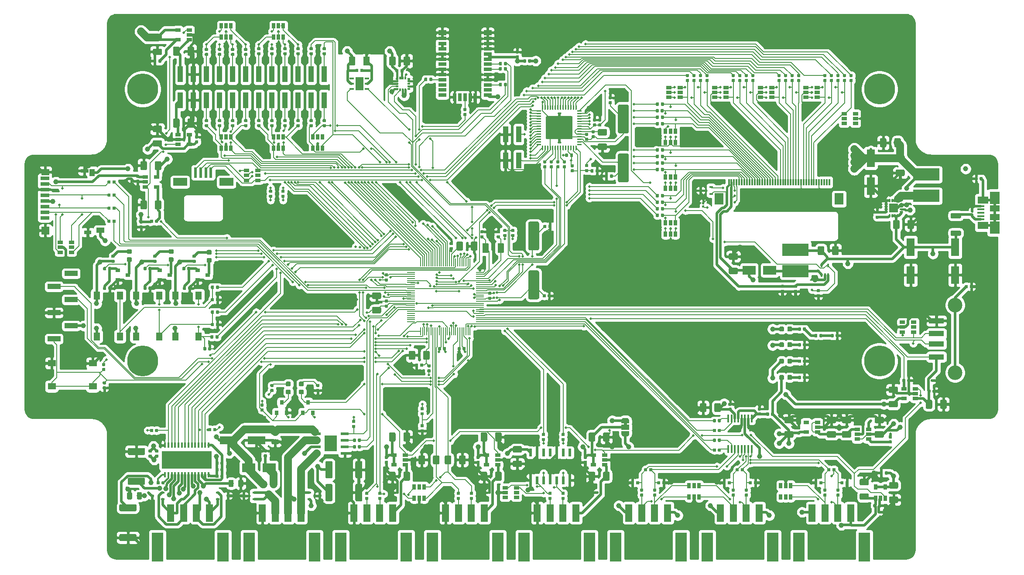
<source format=gtl>
G04 #@! TF.GenerationSoftware,KiCad,Pcbnew,(5.1.4-0-10_14)*
G04 #@! TF.CreationDate,2019-11-12T20:44:58-08:00*
G04 #@! TF.ProjectId,croptop,63726f70-746f-4702-9e6b-696361645f70,rev?*
G04 #@! TF.SameCoordinates,Original*
G04 #@! TF.FileFunction,Copper,L1,Top*
G04 #@! TF.FilePolarity,Positive*
%FSLAX46Y46*%
G04 Gerber Fmt 4.6, Leading zero omitted, Abs format (unit mm)*
G04 Created by KiCad (PCBNEW (5.1.4-0-10_14)) date 2019-11-12 20:44:58*
%MOMM*%
%LPD*%
G04 APERTURE LIST*
%ADD10R,1.600000X3.500000*%
%ADD11C,0.100000*%
%ADD12C,4.500000*%
%ADD13C,0.250000*%
%ADD14R,1.750000X0.700000*%
%ADD15R,1.500000X1.300000*%
%ADD16R,1.500000X0.800000*%
%ADD17R,1.000000X1.450000*%
%ADD18R,1.400000X0.800000*%
%ADD19R,1.500000X1.500000*%
%ADD20R,1.550000X1.000000*%
%ADD21C,1.250000*%
%ADD22C,0.590000*%
%ADD23C,0.975000*%
%ADD24C,0.875000*%
%ADD25C,0.400000*%
%ADD26R,2.500000X1.800000*%
%ADD27R,0.700000X0.450000*%
%ADD28C,1.000000*%
%ADD29R,2.510000X1.000000*%
%ADD30R,1.380000X0.450000*%
%ADD31R,2.100000X1.475000*%
%ADD32R,1.900000X2.375000*%
%ADD33R,1.900000X1.175000*%
%ADD34C,2.819400*%
%ADD35R,2.879999X1.120000*%
%ADD36R,1.000000X3.150000*%
%ADD37R,1.800000X2.200000*%
%ADD38R,0.300000X1.300000*%
%ADD39R,2.300000X5.600000*%
%ADD40R,1.400000X3.400000*%
%ADD41C,0.500000*%
%ADD42R,1.500000X1.000000*%
%ADD43R,5.100000X2.350000*%
%ADD44R,0.800000X0.900000*%
%ADD45R,0.900000X0.800000*%
%ADD46C,1.350000*%
%ADD47R,1.550000X1.300000*%
%ADD48R,1.300000X1.550000*%
%ADD49R,1.060000X0.650000*%
%ADD50R,0.400000X0.650000*%
%ADD51O,0.300000X0.750000*%
%ADD52O,0.750000X0.300000*%
%ADD53R,1.800000X1.800000*%
%ADD54R,0.650000X1.060000*%
%ADD55R,0.600000X1.500000*%
%ADD56R,0.450000X1.500000*%
%ADD57R,1.550000X0.600000*%
%ADD58R,2.400000X3.100000*%
%ADD59R,0.400000X1.100000*%
%ADD60R,9.700000X3.400000*%
%ADD61C,0.600000*%
%ADD62R,0.600000X0.350000*%
%ADD63R,0.350000X0.600000*%
%ADD64R,1.500000X0.700000*%
%ADD65R,0.700000X1.500000*%
%ADD66R,0.850000X0.450000*%
%ADD67R,1.600000X2.500000*%
%ADD68C,2.100000*%
%ADD69R,0.610000X2.000000*%
%ADD70R,2.680000X1.500000*%
%ADD71R,1.500000X0.200000*%
%ADD72R,0.200000X1.500000*%
%ADD73R,3.500000X1.600000*%
%ADD74C,0.800000*%
%ADD75C,6.000000*%
%ADD76C,1.200000*%
%ADD77C,0.508000*%
%ADD78C,0.500000*%
%ADD79C,0.127000*%
%ADD80C,0.200000*%
%ADD81C,1.500000*%
%ADD82C,0.400000*%
%ADD83C,0.300000*%
%ADD84C,0.254000*%
G04 APERTURE END LIST*
D10*
X217170000Y-89060000D03*
X217170000Y-83660000D03*
D11*
G36*
X159092502Y-75475204D02*
G01*
X159116771Y-75478804D01*
X159140570Y-75484765D01*
X159163670Y-75493030D01*
X159185848Y-75503520D01*
X159206892Y-75516133D01*
X159226598Y-75530748D01*
X159244776Y-75547224D01*
X159261252Y-75565402D01*
X159275867Y-75585108D01*
X159288480Y-75606152D01*
X159298970Y-75628330D01*
X159307235Y-75651430D01*
X159313196Y-75675229D01*
X159316796Y-75699498D01*
X159318000Y-75724002D01*
X159318000Y-79723998D01*
X159316796Y-79748502D01*
X159313196Y-79772771D01*
X159307235Y-79796570D01*
X159298970Y-79819670D01*
X159288480Y-79841848D01*
X159275867Y-79862892D01*
X159261252Y-79882598D01*
X159244776Y-79900776D01*
X159226598Y-79917252D01*
X159206892Y-79931867D01*
X159185848Y-79944480D01*
X159163670Y-79954970D01*
X159140570Y-79963235D01*
X159116771Y-79969196D01*
X159092502Y-79972796D01*
X159067998Y-79974000D01*
X154368002Y-79974000D01*
X154343498Y-79972796D01*
X154319229Y-79969196D01*
X154295430Y-79963235D01*
X154272330Y-79954970D01*
X154250152Y-79944480D01*
X154229108Y-79931867D01*
X154209402Y-79917252D01*
X154191224Y-79900776D01*
X154174748Y-79882598D01*
X154160133Y-79862892D01*
X154147520Y-79841848D01*
X154137030Y-79819670D01*
X154128765Y-79796570D01*
X154122804Y-79772771D01*
X154119204Y-79748502D01*
X154118000Y-79723998D01*
X154118000Y-75724002D01*
X154119204Y-75699498D01*
X154122804Y-75675229D01*
X154128765Y-75651430D01*
X154137030Y-75628330D01*
X154147520Y-75606152D01*
X154160133Y-75585108D01*
X154174748Y-75565402D01*
X154191224Y-75547224D01*
X154209402Y-75530748D01*
X154229108Y-75516133D01*
X154250152Y-75503520D01*
X154272330Y-75493030D01*
X154295430Y-75484765D01*
X154319229Y-75478804D01*
X154343498Y-75475204D01*
X154368002Y-75474000D01*
X159067998Y-75474000D01*
X159092502Y-75475204D01*
X159092502Y-75475204D01*
G37*
D12*
X156718000Y-77724000D03*
D11*
G36*
X153536626Y-81224301D02*
G01*
X153542693Y-81225201D01*
X153548643Y-81226691D01*
X153554418Y-81228758D01*
X153559962Y-81231380D01*
X153565223Y-81234533D01*
X153570150Y-81238187D01*
X153574694Y-81242306D01*
X153578813Y-81246850D01*
X153582467Y-81251777D01*
X153585620Y-81257038D01*
X153588242Y-81262582D01*
X153590309Y-81268357D01*
X153591799Y-81274307D01*
X153592699Y-81280374D01*
X153593000Y-81286500D01*
X153593000Y-82036500D01*
X153592699Y-82042626D01*
X153591799Y-82048693D01*
X153590309Y-82054643D01*
X153588242Y-82060418D01*
X153585620Y-82065962D01*
X153582467Y-82071223D01*
X153578813Y-82076150D01*
X153574694Y-82080694D01*
X153570150Y-82084813D01*
X153565223Y-82088467D01*
X153559962Y-82091620D01*
X153554418Y-82094242D01*
X153548643Y-82096309D01*
X153542693Y-82097799D01*
X153536626Y-82098699D01*
X153530500Y-82099000D01*
X153405500Y-82099000D01*
X153399374Y-82098699D01*
X153393307Y-82097799D01*
X153387357Y-82096309D01*
X153381582Y-82094242D01*
X153376038Y-82091620D01*
X153370777Y-82088467D01*
X153365850Y-82084813D01*
X153361306Y-82080694D01*
X153357187Y-82076150D01*
X153353533Y-82071223D01*
X153350380Y-82065962D01*
X153347758Y-82060418D01*
X153345691Y-82054643D01*
X153344201Y-82048693D01*
X153343301Y-82042626D01*
X153343000Y-82036500D01*
X153343000Y-81286500D01*
X153343301Y-81280374D01*
X153344201Y-81274307D01*
X153345691Y-81268357D01*
X153347758Y-81262582D01*
X153350380Y-81257038D01*
X153353533Y-81251777D01*
X153357187Y-81246850D01*
X153361306Y-81242306D01*
X153365850Y-81238187D01*
X153370777Y-81234533D01*
X153376038Y-81231380D01*
X153381582Y-81228758D01*
X153387357Y-81226691D01*
X153393307Y-81225201D01*
X153399374Y-81224301D01*
X153405500Y-81224000D01*
X153530500Y-81224000D01*
X153536626Y-81224301D01*
X153536626Y-81224301D01*
G37*
D13*
X153468000Y-81661500D03*
D11*
G36*
X154036626Y-81224301D02*
G01*
X154042693Y-81225201D01*
X154048643Y-81226691D01*
X154054418Y-81228758D01*
X154059962Y-81231380D01*
X154065223Y-81234533D01*
X154070150Y-81238187D01*
X154074694Y-81242306D01*
X154078813Y-81246850D01*
X154082467Y-81251777D01*
X154085620Y-81257038D01*
X154088242Y-81262582D01*
X154090309Y-81268357D01*
X154091799Y-81274307D01*
X154092699Y-81280374D01*
X154093000Y-81286500D01*
X154093000Y-82036500D01*
X154092699Y-82042626D01*
X154091799Y-82048693D01*
X154090309Y-82054643D01*
X154088242Y-82060418D01*
X154085620Y-82065962D01*
X154082467Y-82071223D01*
X154078813Y-82076150D01*
X154074694Y-82080694D01*
X154070150Y-82084813D01*
X154065223Y-82088467D01*
X154059962Y-82091620D01*
X154054418Y-82094242D01*
X154048643Y-82096309D01*
X154042693Y-82097799D01*
X154036626Y-82098699D01*
X154030500Y-82099000D01*
X153905500Y-82099000D01*
X153899374Y-82098699D01*
X153893307Y-82097799D01*
X153887357Y-82096309D01*
X153881582Y-82094242D01*
X153876038Y-82091620D01*
X153870777Y-82088467D01*
X153865850Y-82084813D01*
X153861306Y-82080694D01*
X153857187Y-82076150D01*
X153853533Y-82071223D01*
X153850380Y-82065962D01*
X153847758Y-82060418D01*
X153845691Y-82054643D01*
X153844201Y-82048693D01*
X153843301Y-82042626D01*
X153843000Y-82036500D01*
X153843000Y-81286500D01*
X153843301Y-81280374D01*
X153844201Y-81274307D01*
X153845691Y-81268357D01*
X153847758Y-81262582D01*
X153850380Y-81257038D01*
X153853533Y-81251777D01*
X153857187Y-81246850D01*
X153861306Y-81242306D01*
X153865850Y-81238187D01*
X153870777Y-81234533D01*
X153876038Y-81231380D01*
X153881582Y-81228758D01*
X153887357Y-81226691D01*
X153893307Y-81225201D01*
X153899374Y-81224301D01*
X153905500Y-81224000D01*
X154030500Y-81224000D01*
X154036626Y-81224301D01*
X154036626Y-81224301D01*
G37*
D13*
X153968000Y-81661500D03*
D11*
G36*
X154536626Y-81224301D02*
G01*
X154542693Y-81225201D01*
X154548643Y-81226691D01*
X154554418Y-81228758D01*
X154559962Y-81231380D01*
X154565223Y-81234533D01*
X154570150Y-81238187D01*
X154574694Y-81242306D01*
X154578813Y-81246850D01*
X154582467Y-81251777D01*
X154585620Y-81257038D01*
X154588242Y-81262582D01*
X154590309Y-81268357D01*
X154591799Y-81274307D01*
X154592699Y-81280374D01*
X154593000Y-81286500D01*
X154593000Y-82036500D01*
X154592699Y-82042626D01*
X154591799Y-82048693D01*
X154590309Y-82054643D01*
X154588242Y-82060418D01*
X154585620Y-82065962D01*
X154582467Y-82071223D01*
X154578813Y-82076150D01*
X154574694Y-82080694D01*
X154570150Y-82084813D01*
X154565223Y-82088467D01*
X154559962Y-82091620D01*
X154554418Y-82094242D01*
X154548643Y-82096309D01*
X154542693Y-82097799D01*
X154536626Y-82098699D01*
X154530500Y-82099000D01*
X154405500Y-82099000D01*
X154399374Y-82098699D01*
X154393307Y-82097799D01*
X154387357Y-82096309D01*
X154381582Y-82094242D01*
X154376038Y-82091620D01*
X154370777Y-82088467D01*
X154365850Y-82084813D01*
X154361306Y-82080694D01*
X154357187Y-82076150D01*
X154353533Y-82071223D01*
X154350380Y-82065962D01*
X154347758Y-82060418D01*
X154345691Y-82054643D01*
X154344201Y-82048693D01*
X154343301Y-82042626D01*
X154343000Y-82036500D01*
X154343000Y-81286500D01*
X154343301Y-81280374D01*
X154344201Y-81274307D01*
X154345691Y-81268357D01*
X154347758Y-81262582D01*
X154350380Y-81257038D01*
X154353533Y-81251777D01*
X154357187Y-81246850D01*
X154361306Y-81242306D01*
X154365850Y-81238187D01*
X154370777Y-81234533D01*
X154376038Y-81231380D01*
X154381582Y-81228758D01*
X154387357Y-81226691D01*
X154393307Y-81225201D01*
X154399374Y-81224301D01*
X154405500Y-81224000D01*
X154530500Y-81224000D01*
X154536626Y-81224301D01*
X154536626Y-81224301D01*
G37*
D13*
X154468000Y-81661500D03*
D11*
G36*
X155036626Y-81224301D02*
G01*
X155042693Y-81225201D01*
X155048643Y-81226691D01*
X155054418Y-81228758D01*
X155059962Y-81231380D01*
X155065223Y-81234533D01*
X155070150Y-81238187D01*
X155074694Y-81242306D01*
X155078813Y-81246850D01*
X155082467Y-81251777D01*
X155085620Y-81257038D01*
X155088242Y-81262582D01*
X155090309Y-81268357D01*
X155091799Y-81274307D01*
X155092699Y-81280374D01*
X155093000Y-81286500D01*
X155093000Y-82036500D01*
X155092699Y-82042626D01*
X155091799Y-82048693D01*
X155090309Y-82054643D01*
X155088242Y-82060418D01*
X155085620Y-82065962D01*
X155082467Y-82071223D01*
X155078813Y-82076150D01*
X155074694Y-82080694D01*
X155070150Y-82084813D01*
X155065223Y-82088467D01*
X155059962Y-82091620D01*
X155054418Y-82094242D01*
X155048643Y-82096309D01*
X155042693Y-82097799D01*
X155036626Y-82098699D01*
X155030500Y-82099000D01*
X154905500Y-82099000D01*
X154899374Y-82098699D01*
X154893307Y-82097799D01*
X154887357Y-82096309D01*
X154881582Y-82094242D01*
X154876038Y-82091620D01*
X154870777Y-82088467D01*
X154865850Y-82084813D01*
X154861306Y-82080694D01*
X154857187Y-82076150D01*
X154853533Y-82071223D01*
X154850380Y-82065962D01*
X154847758Y-82060418D01*
X154845691Y-82054643D01*
X154844201Y-82048693D01*
X154843301Y-82042626D01*
X154843000Y-82036500D01*
X154843000Y-81286500D01*
X154843301Y-81280374D01*
X154844201Y-81274307D01*
X154845691Y-81268357D01*
X154847758Y-81262582D01*
X154850380Y-81257038D01*
X154853533Y-81251777D01*
X154857187Y-81246850D01*
X154861306Y-81242306D01*
X154865850Y-81238187D01*
X154870777Y-81234533D01*
X154876038Y-81231380D01*
X154881582Y-81228758D01*
X154887357Y-81226691D01*
X154893307Y-81225201D01*
X154899374Y-81224301D01*
X154905500Y-81224000D01*
X155030500Y-81224000D01*
X155036626Y-81224301D01*
X155036626Y-81224301D01*
G37*
D13*
X154968000Y-81661500D03*
D11*
G36*
X155536626Y-81224301D02*
G01*
X155542693Y-81225201D01*
X155548643Y-81226691D01*
X155554418Y-81228758D01*
X155559962Y-81231380D01*
X155565223Y-81234533D01*
X155570150Y-81238187D01*
X155574694Y-81242306D01*
X155578813Y-81246850D01*
X155582467Y-81251777D01*
X155585620Y-81257038D01*
X155588242Y-81262582D01*
X155590309Y-81268357D01*
X155591799Y-81274307D01*
X155592699Y-81280374D01*
X155593000Y-81286500D01*
X155593000Y-82036500D01*
X155592699Y-82042626D01*
X155591799Y-82048693D01*
X155590309Y-82054643D01*
X155588242Y-82060418D01*
X155585620Y-82065962D01*
X155582467Y-82071223D01*
X155578813Y-82076150D01*
X155574694Y-82080694D01*
X155570150Y-82084813D01*
X155565223Y-82088467D01*
X155559962Y-82091620D01*
X155554418Y-82094242D01*
X155548643Y-82096309D01*
X155542693Y-82097799D01*
X155536626Y-82098699D01*
X155530500Y-82099000D01*
X155405500Y-82099000D01*
X155399374Y-82098699D01*
X155393307Y-82097799D01*
X155387357Y-82096309D01*
X155381582Y-82094242D01*
X155376038Y-82091620D01*
X155370777Y-82088467D01*
X155365850Y-82084813D01*
X155361306Y-82080694D01*
X155357187Y-82076150D01*
X155353533Y-82071223D01*
X155350380Y-82065962D01*
X155347758Y-82060418D01*
X155345691Y-82054643D01*
X155344201Y-82048693D01*
X155343301Y-82042626D01*
X155343000Y-82036500D01*
X155343000Y-81286500D01*
X155343301Y-81280374D01*
X155344201Y-81274307D01*
X155345691Y-81268357D01*
X155347758Y-81262582D01*
X155350380Y-81257038D01*
X155353533Y-81251777D01*
X155357187Y-81246850D01*
X155361306Y-81242306D01*
X155365850Y-81238187D01*
X155370777Y-81234533D01*
X155376038Y-81231380D01*
X155381582Y-81228758D01*
X155387357Y-81226691D01*
X155393307Y-81225201D01*
X155399374Y-81224301D01*
X155405500Y-81224000D01*
X155530500Y-81224000D01*
X155536626Y-81224301D01*
X155536626Y-81224301D01*
G37*
D13*
X155468000Y-81661500D03*
D11*
G36*
X156036626Y-81224301D02*
G01*
X156042693Y-81225201D01*
X156048643Y-81226691D01*
X156054418Y-81228758D01*
X156059962Y-81231380D01*
X156065223Y-81234533D01*
X156070150Y-81238187D01*
X156074694Y-81242306D01*
X156078813Y-81246850D01*
X156082467Y-81251777D01*
X156085620Y-81257038D01*
X156088242Y-81262582D01*
X156090309Y-81268357D01*
X156091799Y-81274307D01*
X156092699Y-81280374D01*
X156093000Y-81286500D01*
X156093000Y-82036500D01*
X156092699Y-82042626D01*
X156091799Y-82048693D01*
X156090309Y-82054643D01*
X156088242Y-82060418D01*
X156085620Y-82065962D01*
X156082467Y-82071223D01*
X156078813Y-82076150D01*
X156074694Y-82080694D01*
X156070150Y-82084813D01*
X156065223Y-82088467D01*
X156059962Y-82091620D01*
X156054418Y-82094242D01*
X156048643Y-82096309D01*
X156042693Y-82097799D01*
X156036626Y-82098699D01*
X156030500Y-82099000D01*
X155905500Y-82099000D01*
X155899374Y-82098699D01*
X155893307Y-82097799D01*
X155887357Y-82096309D01*
X155881582Y-82094242D01*
X155876038Y-82091620D01*
X155870777Y-82088467D01*
X155865850Y-82084813D01*
X155861306Y-82080694D01*
X155857187Y-82076150D01*
X155853533Y-82071223D01*
X155850380Y-82065962D01*
X155847758Y-82060418D01*
X155845691Y-82054643D01*
X155844201Y-82048693D01*
X155843301Y-82042626D01*
X155843000Y-82036500D01*
X155843000Y-81286500D01*
X155843301Y-81280374D01*
X155844201Y-81274307D01*
X155845691Y-81268357D01*
X155847758Y-81262582D01*
X155850380Y-81257038D01*
X155853533Y-81251777D01*
X155857187Y-81246850D01*
X155861306Y-81242306D01*
X155865850Y-81238187D01*
X155870777Y-81234533D01*
X155876038Y-81231380D01*
X155881582Y-81228758D01*
X155887357Y-81226691D01*
X155893307Y-81225201D01*
X155899374Y-81224301D01*
X155905500Y-81224000D01*
X156030500Y-81224000D01*
X156036626Y-81224301D01*
X156036626Y-81224301D01*
G37*
D13*
X155968000Y-81661500D03*
D11*
G36*
X156536626Y-81224301D02*
G01*
X156542693Y-81225201D01*
X156548643Y-81226691D01*
X156554418Y-81228758D01*
X156559962Y-81231380D01*
X156565223Y-81234533D01*
X156570150Y-81238187D01*
X156574694Y-81242306D01*
X156578813Y-81246850D01*
X156582467Y-81251777D01*
X156585620Y-81257038D01*
X156588242Y-81262582D01*
X156590309Y-81268357D01*
X156591799Y-81274307D01*
X156592699Y-81280374D01*
X156593000Y-81286500D01*
X156593000Y-82036500D01*
X156592699Y-82042626D01*
X156591799Y-82048693D01*
X156590309Y-82054643D01*
X156588242Y-82060418D01*
X156585620Y-82065962D01*
X156582467Y-82071223D01*
X156578813Y-82076150D01*
X156574694Y-82080694D01*
X156570150Y-82084813D01*
X156565223Y-82088467D01*
X156559962Y-82091620D01*
X156554418Y-82094242D01*
X156548643Y-82096309D01*
X156542693Y-82097799D01*
X156536626Y-82098699D01*
X156530500Y-82099000D01*
X156405500Y-82099000D01*
X156399374Y-82098699D01*
X156393307Y-82097799D01*
X156387357Y-82096309D01*
X156381582Y-82094242D01*
X156376038Y-82091620D01*
X156370777Y-82088467D01*
X156365850Y-82084813D01*
X156361306Y-82080694D01*
X156357187Y-82076150D01*
X156353533Y-82071223D01*
X156350380Y-82065962D01*
X156347758Y-82060418D01*
X156345691Y-82054643D01*
X156344201Y-82048693D01*
X156343301Y-82042626D01*
X156343000Y-82036500D01*
X156343000Y-81286500D01*
X156343301Y-81280374D01*
X156344201Y-81274307D01*
X156345691Y-81268357D01*
X156347758Y-81262582D01*
X156350380Y-81257038D01*
X156353533Y-81251777D01*
X156357187Y-81246850D01*
X156361306Y-81242306D01*
X156365850Y-81238187D01*
X156370777Y-81234533D01*
X156376038Y-81231380D01*
X156381582Y-81228758D01*
X156387357Y-81226691D01*
X156393307Y-81225201D01*
X156399374Y-81224301D01*
X156405500Y-81224000D01*
X156530500Y-81224000D01*
X156536626Y-81224301D01*
X156536626Y-81224301D01*
G37*
D13*
X156468000Y-81661500D03*
D11*
G36*
X157036626Y-81224301D02*
G01*
X157042693Y-81225201D01*
X157048643Y-81226691D01*
X157054418Y-81228758D01*
X157059962Y-81231380D01*
X157065223Y-81234533D01*
X157070150Y-81238187D01*
X157074694Y-81242306D01*
X157078813Y-81246850D01*
X157082467Y-81251777D01*
X157085620Y-81257038D01*
X157088242Y-81262582D01*
X157090309Y-81268357D01*
X157091799Y-81274307D01*
X157092699Y-81280374D01*
X157093000Y-81286500D01*
X157093000Y-82036500D01*
X157092699Y-82042626D01*
X157091799Y-82048693D01*
X157090309Y-82054643D01*
X157088242Y-82060418D01*
X157085620Y-82065962D01*
X157082467Y-82071223D01*
X157078813Y-82076150D01*
X157074694Y-82080694D01*
X157070150Y-82084813D01*
X157065223Y-82088467D01*
X157059962Y-82091620D01*
X157054418Y-82094242D01*
X157048643Y-82096309D01*
X157042693Y-82097799D01*
X157036626Y-82098699D01*
X157030500Y-82099000D01*
X156905500Y-82099000D01*
X156899374Y-82098699D01*
X156893307Y-82097799D01*
X156887357Y-82096309D01*
X156881582Y-82094242D01*
X156876038Y-82091620D01*
X156870777Y-82088467D01*
X156865850Y-82084813D01*
X156861306Y-82080694D01*
X156857187Y-82076150D01*
X156853533Y-82071223D01*
X156850380Y-82065962D01*
X156847758Y-82060418D01*
X156845691Y-82054643D01*
X156844201Y-82048693D01*
X156843301Y-82042626D01*
X156843000Y-82036500D01*
X156843000Y-81286500D01*
X156843301Y-81280374D01*
X156844201Y-81274307D01*
X156845691Y-81268357D01*
X156847758Y-81262582D01*
X156850380Y-81257038D01*
X156853533Y-81251777D01*
X156857187Y-81246850D01*
X156861306Y-81242306D01*
X156865850Y-81238187D01*
X156870777Y-81234533D01*
X156876038Y-81231380D01*
X156881582Y-81228758D01*
X156887357Y-81226691D01*
X156893307Y-81225201D01*
X156899374Y-81224301D01*
X156905500Y-81224000D01*
X157030500Y-81224000D01*
X157036626Y-81224301D01*
X157036626Y-81224301D01*
G37*
D13*
X156968000Y-81661500D03*
D11*
G36*
X157536626Y-81224301D02*
G01*
X157542693Y-81225201D01*
X157548643Y-81226691D01*
X157554418Y-81228758D01*
X157559962Y-81231380D01*
X157565223Y-81234533D01*
X157570150Y-81238187D01*
X157574694Y-81242306D01*
X157578813Y-81246850D01*
X157582467Y-81251777D01*
X157585620Y-81257038D01*
X157588242Y-81262582D01*
X157590309Y-81268357D01*
X157591799Y-81274307D01*
X157592699Y-81280374D01*
X157593000Y-81286500D01*
X157593000Y-82036500D01*
X157592699Y-82042626D01*
X157591799Y-82048693D01*
X157590309Y-82054643D01*
X157588242Y-82060418D01*
X157585620Y-82065962D01*
X157582467Y-82071223D01*
X157578813Y-82076150D01*
X157574694Y-82080694D01*
X157570150Y-82084813D01*
X157565223Y-82088467D01*
X157559962Y-82091620D01*
X157554418Y-82094242D01*
X157548643Y-82096309D01*
X157542693Y-82097799D01*
X157536626Y-82098699D01*
X157530500Y-82099000D01*
X157405500Y-82099000D01*
X157399374Y-82098699D01*
X157393307Y-82097799D01*
X157387357Y-82096309D01*
X157381582Y-82094242D01*
X157376038Y-82091620D01*
X157370777Y-82088467D01*
X157365850Y-82084813D01*
X157361306Y-82080694D01*
X157357187Y-82076150D01*
X157353533Y-82071223D01*
X157350380Y-82065962D01*
X157347758Y-82060418D01*
X157345691Y-82054643D01*
X157344201Y-82048693D01*
X157343301Y-82042626D01*
X157343000Y-82036500D01*
X157343000Y-81286500D01*
X157343301Y-81280374D01*
X157344201Y-81274307D01*
X157345691Y-81268357D01*
X157347758Y-81262582D01*
X157350380Y-81257038D01*
X157353533Y-81251777D01*
X157357187Y-81246850D01*
X157361306Y-81242306D01*
X157365850Y-81238187D01*
X157370777Y-81234533D01*
X157376038Y-81231380D01*
X157381582Y-81228758D01*
X157387357Y-81226691D01*
X157393307Y-81225201D01*
X157399374Y-81224301D01*
X157405500Y-81224000D01*
X157530500Y-81224000D01*
X157536626Y-81224301D01*
X157536626Y-81224301D01*
G37*
D13*
X157468000Y-81661500D03*
D11*
G36*
X158036626Y-81224301D02*
G01*
X158042693Y-81225201D01*
X158048643Y-81226691D01*
X158054418Y-81228758D01*
X158059962Y-81231380D01*
X158065223Y-81234533D01*
X158070150Y-81238187D01*
X158074694Y-81242306D01*
X158078813Y-81246850D01*
X158082467Y-81251777D01*
X158085620Y-81257038D01*
X158088242Y-81262582D01*
X158090309Y-81268357D01*
X158091799Y-81274307D01*
X158092699Y-81280374D01*
X158093000Y-81286500D01*
X158093000Y-82036500D01*
X158092699Y-82042626D01*
X158091799Y-82048693D01*
X158090309Y-82054643D01*
X158088242Y-82060418D01*
X158085620Y-82065962D01*
X158082467Y-82071223D01*
X158078813Y-82076150D01*
X158074694Y-82080694D01*
X158070150Y-82084813D01*
X158065223Y-82088467D01*
X158059962Y-82091620D01*
X158054418Y-82094242D01*
X158048643Y-82096309D01*
X158042693Y-82097799D01*
X158036626Y-82098699D01*
X158030500Y-82099000D01*
X157905500Y-82099000D01*
X157899374Y-82098699D01*
X157893307Y-82097799D01*
X157887357Y-82096309D01*
X157881582Y-82094242D01*
X157876038Y-82091620D01*
X157870777Y-82088467D01*
X157865850Y-82084813D01*
X157861306Y-82080694D01*
X157857187Y-82076150D01*
X157853533Y-82071223D01*
X157850380Y-82065962D01*
X157847758Y-82060418D01*
X157845691Y-82054643D01*
X157844201Y-82048693D01*
X157843301Y-82042626D01*
X157843000Y-82036500D01*
X157843000Y-81286500D01*
X157843301Y-81280374D01*
X157844201Y-81274307D01*
X157845691Y-81268357D01*
X157847758Y-81262582D01*
X157850380Y-81257038D01*
X157853533Y-81251777D01*
X157857187Y-81246850D01*
X157861306Y-81242306D01*
X157865850Y-81238187D01*
X157870777Y-81234533D01*
X157876038Y-81231380D01*
X157881582Y-81228758D01*
X157887357Y-81226691D01*
X157893307Y-81225201D01*
X157899374Y-81224301D01*
X157905500Y-81224000D01*
X158030500Y-81224000D01*
X158036626Y-81224301D01*
X158036626Y-81224301D01*
G37*
D13*
X157968000Y-81661500D03*
D11*
G36*
X158536626Y-81224301D02*
G01*
X158542693Y-81225201D01*
X158548643Y-81226691D01*
X158554418Y-81228758D01*
X158559962Y-81231380D01*
X158565223Y-81234533D01*
X158570150Y-81238187D01*
X158574694Y-81242306D01*
X158578813Y-81246850D01*
X158582467Y-81251777D01*
X158585620Y-81257038D01*
X158588242Y-81262582D01*
X158590309Y-81268357D01*
X158591799Y-81274307D01*
X158592699Y-81280374D01*
X158593000Y-81286500D01*
X158593000Y-82036500D01*
X158592699Y-82042626D01*
X158591799Y-82048693D01*
X158590309Y-82054643D01*
X158588242Y-82060418D01*
X158585620Y-82065962D01*
X158582467Y-82071223D01*
X158578813Y-82076150D01*
X158574694Y-82080694D01*
X158570150Y-82084813D01*
X158565223Y-82088467D01*
X158559962Y-82091620D01*
X158554418Y-82094242D01*
X158548643Y-82096309D01*
X158542693Y-82097799D01*
X158536626Y-82098699D01*
X158530500Y-82099000D01*
X158405500Y-82099000D01*
X158399374Y-82098699D01*
X158393307Y-82097799D01*
X158387357Y-82096309D01*
X158381582Y-82094242D01*
X158376038Y-82091620D01*
X158370777Y-82088467D01*
X158365850Y-82084813D01*
X158361306Y-82080694D01*
X158357187Y-82076150D01*
X158353533Y-82071223D01*
X158350380Y-82065962D01*
X158347758Y-82060418D01*
X158345691Y-82054643D01*
X158344201Y-82048693D01*
X158343301Y-82042626D01*
X158343000Y-82036500D01*
X158343000Y-81286500D01*
X158343301Y-81280374D01*
X158344201Y-81274307D01*
X158345691Y-81268357D01*
X158347758Y-81262582D01*
X158350380Y-81257038D01*
X158353533Y-81251777D01*
X158357187Y-81246850D01*
X158361306Y-81242306D01*
X158365850Y-81238187D01*
X158370777Y-81234533D01*
X158376038Y-81231380D01*
X158381582Y-81228758D01*
X158387357Y-81226691D01*
X158393307Y-81225201D01*
X158399374Y-81224301D01*
X158405500Y-81224000D01*
X158530500Y-81224000D01*
X158536626Y-81224301D01*
X158536626Y-81224301D01*
G37*
D13*
X158468000Y-81661500D03*
D11*
G36*
X159036626Y-81224301D02*
G01*
X159042693Y-81225201D01*
X159048643Y-81226691D01*
X159054418Y-81228758D01*
X159059962Y-81231380D01*
X159065223Y-81234533D01*
X159070150Y-81238187D01*
X159074694Y-81242306D01*
X159078813Y-81246850D01*
X159082467Y-81251777D01*
X159085620Y-81257038D01*
X159088242Y-81262582D01*
X159090309Y-81268357D01*
X159091799Y-81274307D01*
X159092699Y-81280374D01*
X159093000Y-81286500D01*
X159093000Y-82036500D01*
X159092699Y-82042626D01*
X159091799Y-82048693D01*
X159090309Y-82054643D01*
X159088242Y-82060418D01*
X159085620Y-82065962D01*
X159082467Y-82071223D01*
X159078813Y-82076150D01*
X159074694Y-82080694D01*
X159070150Y-82084813D01*
X159065223Y-82088467D01*
X159059962Y-82091620D01*
X159054418Y-82094242D01*
X159048643Y-82096309D01*
X159042693Y-82097799D01*
X159036626Y-82098699D01*
X159030500Y-82099000D01*
X158905500Y-82099000D01*
X158899374Y-82098699D01*
X158893307Y-82097799D01*
X158887357Y-82096309D01*
X158881582Y-82094242D01*
X158876038Y-82091620D01*
X158870777Y-82088467D01*
X158865850Y-82084813D01*
X158861306Y-82080694D01*
X158857187Y-82076150D01*
X158853533Y-82071223D01*
X158850380Y-82065962D01*
X158847758Y-82060418D01*
X158845691Y-82054643D01*
X158844201Y-82048693D01*
X158843301Y-82042626D01*
X158843000Y-82036500D01*
X158843000Y-81286500D01*
X158843301Y-81280374D01*
X158844201Y-81274307D01*
X158845691Y-81268357D01*
X158847758Y-81262582D01*
X158850380Y-81257038D01*
X158853533Y-81251777D01*
X158857187Y-81246850D01*
X158861306Y-81242306D01*
X158865850Y-81238187D01*
X158870777Y-81234533D01*
X158876038Y-81231380D01*
X158881582Y-81228758D01*
X158887357Y-81226691D01*
X158893307Y-81225201D01*
X158899374Y-81224301D01*
X158905500Y-81224000D01*
X159030500Y-81224000D01*
X159036626Y-81224301D01*
X159036626Y-81224301D01*
G37*
D13*
X158968000Y-81661500D03*
D11*
G36*
X159536626Y-81224301D02*
G01*
X159542693Y-81225201D01*
X159548643Y-81226691D01*
X159554418Y-81228758D01*
X159559962Y-81231380D01*
X159565223Y-81234533D01*
X159570150Y-81238187D01*
X159574694Y-81242306D01*
X159578813Y-81246850D01*
X159582467Y-81251777D01*
X159585620Y-81257038D01*
X159588242Y-81262582D01*
X159590309Y-81268357D01*
X159591799Y-81274307D01*
X159592699Y-81280374D01*
X159593000Y-81286500D01*
X159593000Y-82036500D01*
X159592699Y-82042626D01*
X159591799Y-82048693D01*
X159590309Y-82054643D01*
X159588242Y-82060418D01*
X159585620Y-82065962D01*
X159582467Y-82071223D01*
X159578813Y-82076150D01*
X159574694Y-82080694D01*
X159570150Y-82084813D01*
X159565223Y-82088467D01*
X159559962Y-82091620D01*
X159554418Y-82094242D01*
X159548643Y-82096309D01*
X159542693Y-82097799D01*
X159536626Y-82098699D01*
X159530500Y-82099000D01*
X159405500Y-82099000D01*
X159399374Y-82098699D01*
X159393307Y-82097799D01*
X159387357Y-82096309D01*
X159381582Y-82094242D01*
X159376038Y-82091620D01*
X159370777Y-82088467D01*
X159365850Y-82084813D01*
X159361306Y-82080694D01*
X159357187Y-82076150D01*
X159353533Y-82071223D01*
X159350380Y-82065962D01*
X159347758Y-82060418D01*
X159345691Y-82054643D01*
X159344201Y-82048693D01*
X159343301Y-82042626D01*
X159343000Y-82036500D01*
X159343000Y-81286500D01*
X159343301Y-81280374D01*
X159344201Y-81274307D01*
X159345691Y-81268357D01*
X159347758Y-81262582D01*
X159350380Y-81257038D01*
X159353533Y-81251777D01*
X159357187Y-81246850D01*
X159361306Y-81242306D01*
X159365850Y-81238187D01*
X159370777Y-81234533D01*
X159376038Y-81231380D01*
X159381582Y-81228758D01*
X159387357Y-81226691D01*
X159393307Y-81225201D01*
X159399374Y-81224301D01*
X159405500Y-81224000D01*
X159530500Y-81224000D01*
X159536626Y-81224301D01*
X159536626Y-81224301D01*
G37*
D13*
X159468000Y-81661500D03*
D11*
G36*
X160036626Y-81224301D02*
G01*
X160042693Y-81225201D01*
X160048643Y-81226691D01*
X160054418Y-81228758D01*
X160059962Y-81231380D01*
X160065223Y-81234533D01*
X160070150Y-81238187D01*
X160074694Y-81242306D01*
X160078813Y-81246850D01*
X160082467Y-81251777D01*
X160085620Y-81257038D01*
X160088242Y-81262582D01*
X160090309Y-81268357D01*
X160091799Y-81274307D01*
X160092699Y-81280374D01*
X160093000Y-81286500D01*
X160093000Y-82036500D01*
X160092699Y-82042626D01*
X160091799Y-82048693D01*
X160090309Y-82054643D01*
X160088242Y-82060418D01*
X160085620Y-82065962D01*
X160082467Y-82071223D01*
X160078813Y-82076150D01*
X160074694Y-82080694D01*
X160070150Y-82084813D01*
X160065223Y-82088467D01*
X160059962Y-82091620D01*
X160054418Y-82094242D01*
X160048643Y-82096309D01*
X160042693Y-82097799D01*
X160036626Y-82098699D01*
X160030500Y-82099000D01*
X159905500Y-82099000D01*
X159899374Y-82098699D01*
X159893307Y-82097799D01*
X159887357Y-82096309D01*
X159881582Y-82094242D01*
X159876038Y-82091620D01*
X159870777Y-82088467D01*
X159865850Y-82084813D01*
X159861306Y-82080694D01*
X159857187Y-82076150D01*
X159853533Y-82071223D01*
X159850380Y-82065962D01*
X159847758Y-82060418D01*
X159845691Y-82054643D01*
X159844201Y-82048693D01*
X159843301Y-82042626D01*
X159843000Y-82036500D01*
X159843000Y-81286500D01*
X159843301Y-81280374D01*
X159844201Y-81274307D01*
X159845691Y-81268357D01*
X159847758Y-81262582D01*
X159850380Y-81257038D01*
X159853533Y-81251777D01*
X159857187Y-81246850D01*
X159861306Y-81242306D01*
X159865850Y-81238187D01*
X159870777Y-81234533D01*
X159876038Y-81231380D01*
X159881582Y-81228758D01*
X159887357Y-81226691D01*
X159893307Y-81225201D01*
X159899374Y-81224301D01*
X159905500Y-81224000D01*
X160030500Y-81224000D01*
X160036626Y-81224301D01*
X160036626Y-81224301D01*
G37*
D13*
X159968000Y-81661500D03*
D11*
G36*
X161036626Y-80849301D02*
G01*
X161042693Y-80850201D01*
X161048643Y-80851691D01*
X161054418Y-80853758D01*
X161059962Y-80856380D01*
X161065223Y-80859533D01*
X161070150Y-80863187D01*
X161074694Y-80867306D01*
X161078813Y-80871850D01*
X161082467Y-80876777D01*
X161085620Y-80882038D01*
X161088242Y-80887582D01*
X161090309Y-80893357D01*
X161091799Y-80899307D01*
X161092699Y-80905374D01*
X161093000Y-80911500D01*
X161093000Y-81036500D01*
X161092699Y-81042626D01*
X161091799Y-81048693D01*
X161090309Y-81054643D01*
X161088242Y-81060418D01*
X161085620Y-81065962D01*
X161082467Y-81071223D01*
X161078813Y-81076150D01*
X161074694Y-81080694D01*
X161070150Y-81084813D01*
X161065223Y-81088467D01*
X161059962Y-81091620D01*
X161054418Y-81094242D01*
X161048643Y-81096309D01*
X161042693Y-81097799D01*
X161036626Y-81098699D01*
X161030500Y-81099000D01*
X160280500Y-81099000D01*
X160274374Y-81098699D01*
X160268307Y-81097799D01*
X160262357Y-81096309D01*
X160256582Y-81094242D01*
X160251038Y-81091620D01*
X160245777Y-81088467D01*
X160240850Y-81084813D01*
X160236306Y-81080694D01*
X160232187Y-81076150D01*
X160228533Y-81071223D01*
X160225380Y-81065962D01*
X160222758Y-81060418D01*
X160220691Y-81054643D01*
X160219201Y-81048693D01*
X160218301Y-81042626D01*
X160218000Y-81036500D01*
X160218000Y-80911500D01*
X160218301Y-80905374D01*
X160219201Y-80899307D01*
X160220691Y-80893357D01*
X160222758Y-80887582D01*
X160225380Y-80882038D01*
X160228533Y-80876777D01*
X160232187Y-80871850D01*
X160236306Y-80867306D01*
X160240850Y-80863187D01*
X160245777Y-80859533D01*
X160251038Y-80856380D01*
X160256582Y-80853758D01*
X160262357Y-80851691D01*
X160268307Y-80850201D01*
X160274374Y-80849301D01*
X160280500Y-80849000D01*
X161030500Y-80849000D01*
X161036626Y-80849301D01*
X161036626Y-80849301D01*
G37*
D13*
X160655500Y-80974000D03*
D11*
G36*
X161036626Y-80349301D02*
G01*
X161042693Y-80350201D01*
X161048643Y-80351691D01*
X161054418Y-80353758D01*
X161059962Y-80356380D01*
X161065223Y-80359533D01*
X161070150Y-80363187D01*
X161074694Y-80367306D01*
X161078813Y-80371850D01*
X161082467Y-80376777D01*
X161085620Y-80382038D01*
X161088242Y-80387582D01*
X161090309Y-80393357D01*
X161091799Y-80399307D01*
X161092699Y-80405374D01*
X161093000Y-80411500D01*
X161093000Y-80536500D01*
X161092699Y-80542626D01*
X161091799Y-80548693D01*
X161090309Y-80554643D01*
X161088242Y-80560418D01*
X161085620Y-80565962D01*
X161082467Y-80571223D01*
X161078813Y-80576150D01*
X161074694Y-80580694D01*
X161070150Y-80584813D01*
X161065223Y-80588467D01*
X161059962Y-80591620D01*
X161054418Y-80594242D01*
X161048643Y-80596309D01*
X161042693Y-80597799D01*
X161036626Y-80598699D01*
X161030500Y-80599000D01*
X160280500Y-80599000D01*
X160274374Y-80598699D01*
X160268307Y-80597799D01*
X160262357Y-80596309D01*
X160256582Y-80594242D01*
X160251038Y-80591620D01*
X160245777Y-80588467D01*
X160240850Y-80584813D01*
X160236306Y-80580694D01*
X160232187Y-80576150D01*
X160228533Y-80571223D01*
X160225380Y-80565962D01*
X160222758Y-80560418D01*
X160220691Y-80554643D01*
X160219201Y-80548693D01*
X160218301Y-80542626D01*
X160218000Y-80536500D01*
X160218000Y-80411500D01*
X160218301Y-80405374D01*
X160219201Y-80399307D01*
X160220691Y-80393357D01*
X160222758Y-80387582D01*
X160225380Y-80382038D01*
X160228533Y-80376777D01*
X160232187Y-80371850D01*
X160236306Y-80367306D01*
X160240850Y-80363187D01*
X160245777Y-80359533D01*
X160251038Y-80356380D01*
X160256582Y-80353758D01*
X160262357Y-80351691D01*
X160268307Y-80350201D01*
X160274374Y-80349301D01*
X160280500Y-80349000D01*
X161030500Y-80349000D01*
X161036626Y-80349301D01*
X161036626Y-80349301D01*
G37*
D13*
X160655500Y-80474000D03*
D11*
G36*
X161036626Y-79849301D02*
G01*
X161042693Y-79850201D01*
X161048643Y-79851691D01*
X161054418Y-79853758D01*
X161059962Y-79856380D01*
X161065223Y-79859533D01*
X161070150Y-79863187D01*
X161074694Y-79867306D01*
X161078813Y-79871850D01*
X161082467Y-79876777D01*
X161085620Y-79882038D01*
X161088242Y-79887582D01*
X161090309Y-79893357D01*
X161091799Y-79899307D01*
X161092699Y-79905374D01*
X161093000Y-79911500D01*
X161093000Y-80036500D01*
X161092699Y-80042626D01*
X161091799Y-80048693D01*
X161090309Y-80054643D01*
X161088242Y-80060418D01*
X161085620Y-80065962D01*
X161082467Y-80071223D01*
X161078813Y-80076150D01*
X161074694Y-80080694D01*
X161070150Y-80084813D01*
X161065223Y-80088467D01*
X161059962Y-80091620D01*
X161054418Y-80094242D01*
X161048643Y-80096309D01*
X161042693Y-80097799D01*
X161036626Y-80098699D01*
X161030500Y-80099000D01*
X160280500Y-80099000D01*
X160274374Y-80098699D01*
X160268307Y-80097799D01*
X160262357Y-80096309D01*
X160256582Y-80094242D01*
X160251038Y-80091620D01*
X160245777Y-80088467D01*
X160240850Y-80084813D01*
X160236306Y-80080694D01*
X160232187Y-80076150D01*
X160228533Y-80071223D01*
X160225380Y-80065962D01*
X160222758Y-80060418D01*
X160220691Y-80054643D01*
X160219201Y-80048693D01*
X160218301Y-80042626D01*
X160218000Y-80036500D01*
X160218000Y-79911500D01*
X160218301Y-79905374D01*
X160219201Y-79899307D01*
X160220691Y-79893357D01*
X160222758Y-79887582D01*
X160225380Y-79882038D01*
X160228533Y-79876777D01*
X160232187Y-79871850D01*
X160236306Y-79867306D01*
X160240850Y-79863187D01*
X160245777Y-79859533D01*
X160251038Y-79856380D01*
X160256582Y-79853758D01*
X160262357Y-79851691D01*
X160268307Y-79850201D01*
X160274374Y-79849301D01*
X160280500Y-79849000D01*
X161030500Y-79849000D01*
X161036626Y-79849301D01*
X161036626Y-79849301D01*
G37*
D13*
X160655500Y-79974000D03*
D11*
G36*
X161036626Y-79349301D02*
G01*
X161042693Y-79350201D01*
X161048643Y-79351691D01*
X161054418Y-79353758D01*
X161059962Y-79356380D01*
X161065223Y-79359533D01*
X161070150Y-79363187D01*
X161074694Y-79367306D01*
X161078813Y-79371850D01*
X161082467Y-79376777D01*
X161085620Y-79382038D01*
X161088242Y-79387582D01*
X161090309Y-79393357D01*
X161091799Y-79399307D01*
X161092699Y-79405374D01*
X161093000Y-79411500D01*
X161093000Y-79536500D01*
X161092699Y-79542626D01*
X161091799Y-79548693D01*
X161090309Y-79554643D01*
X161088242Y-79560418D01*
X161085620Y-79565962D01*
X161082467Y-79571223D01*
X161078813Y-79576150D01*
X161074694Y-79580694D01*
X161070150Y-79584813D01*
X161065223Y-79588467D01*
X161059962Y-79591620D01*
X161054418Y-79594242D01*
X161048643Y-79596309D01*
X161042693Y-79597799D01*
X161036626Y-79598699D01*
X161030500Y-79599000D01*
X160280500Y-79599000D01*
X160274374Y-79598699D01*
X160268307Y-79597799D01*
X160262357Y-79596309D01*
X160256582Y-79594242D01*
X160251038Y-79591620D01*
X160245777Y-79588467D01*
X160240850Y-79584813D01*
X160236306Y-79580694D01*
X160232187Y-79576150D01*
X160228533Y-79571223D01*
X160225380Y-79565962D01*
X160222758Y-79560418D01*
X160220691Y-79554643D01*
X160219201Y-79548693D01*
X160218301Y-79542626D01*
X160218000Y-79536500D01*
X160218000Y-79411500D01*
X160218301Y-79405374D01*
X160219201Y-79399307D01*
X160220691Y-79393357D01*
X160222758Y-79387582D01*
X160225380Y-79382038D01*
X160228533Y-79376777D01*
X160232187Y-79371850D01*
X160236306Y-79367306D01*
X160240850Y-79363187D01*
X160245777Y-79359533D01*
X160251038Y-79356380D01*
X160256582Y-79353758D01*
X160262357Y-79351691D01*
X160268307Y-79350201D01*
X160274374Y-79349301D01*
X160280500Y-79349000D01*
X161030500Y-79349000D01*
X161036626Y-79349301D01*
X161036626Y-79349301D01*
G37*
D13*
X160655500Y-79474000D03*
D11*
G36*
X161036626Y-78849301D02*
G01*
X161042693Y-78850201D01*
X161048643Y-78851691D01*
X161054418Y-78853758D01*
X161059962Y-78856380D01*
X161065223Y-78859533D01*
X161070150Y-78863187D01*
X161074694Y-78867306D01*
X161078813Y-78871850D01*
X161082467Y-78876777D01*
X161085620Y-78882038D01*
X161088242Y-78887582D01*
X161090309Y-78893357D01*
X161091799Y-78899307D01*
X161092699Y-78905374D01*
X161093000Y-78911500D01*
X161093000Y-79036500D01*
X161092699Y-79042626D01*
X161091799Y-79048693D01*
X161090309Y-79054643D01*
X161088242Y-79060418D01*
X161085620Y-79065962D01*
X161082467Y-79071223D01*
X161078813Y-79076150D01*
X161074694Y-79080694D01*
X161070150Y-79084813D01*
X161065223Y-79088467D01*
X161059962Y-79091620D01*
X161054418Y-79094242D01*
X161048643Y-79096309D01*
X161042693Y-79097799D01*
X161036626Y-79098699D01*
X161030500Y-79099000D01*
X160280500Y-79099000D01*
X160274374Y-79098699D01*
X160268307Y-79097799D01*
X160262357Y-79096309D01*
X160256582Y-79094242D01*
X160251038Y-79091620D01*
X160245777Y-79088467D01*
X160240850Y-79084813D01*
X160236306Y-79080694D01*
X160232187Y-79076150D01*
X160228533Y-79071223D01*
X160225380Y-79065962D01*
X160222758Y-79060418D01*
X160220691Y-79054643D01*
X160219201Y-79048693D01*
X160218301Y-79042626D01*
X160218000Y-79036500D01*
X160218000Y-78911500D01*
X160218301Y-78905374D01*
X160219201Y-78899307D01*
X160220691Y-78893357D01*
X160222758Y-78887582D01*
X160225380Y-78882038D01*
X160228533Y-78876777D01*
X160232187Y-78871850D01*
X160236306Y-78867306D01*
X160240850Y-78863187D01*
X160245777Y-78859533D01*
X160251038Y-78856380D01*
X160256582Y-78853758D01*
X160262357Y-78851691D01*
X160268307Y-78850201D01*
X160274374Y-78849301D01*
X160280500Y-78849000D01*
X161030500Y-78849000D01*
X161036626Y-78849301D01*
X161036626Y-78849301D01*
G37*
D13*
X160655500Y-78974000D03*
D11*
G36*
X161036626Y-78349301D02*
G01*
X161042693Y-78350201D01*
X161048643Y-78351691D01*
X161054418Y-78353758D01*
X161059962Y-78356380D01*
X161065223Y-78359533D01*
X161070150Y-78363187D01*
X161074694Y-78367306D01*
X161078813Y-78371850D01*
X161082467Y-78376777D01*
X161085620Y-78382038D01*
X161088242Y-78387582D01*
X161090309Y-78393357D01*
X161091799Y-78399307D01*
X161092699Y-78405374D01*
X161093000Y-78411500D01*
X161093000Y-78536500D01*
X161092699Y-78542626D01*
X161091799Y-78548693D01*
X161090309Y-78554643D01*
X161088242Y-78560418D01*
X161085620Y-78565962D01*
X161082467Y-78571223D01*
X161078813Y-78576150D01*
X161074694Y-78580694D01*
X161070150Y-78584813D01*
X161065223Y-78588467D01*
X161059962Y-78591620D01*
X161054418Y-78594242D01*
X161048643Y-78596309D01*
X161042693Y-78597799D01*
X161036626Y-78598699D01*
X161030500Y-78599000D01*
X160280500Y-78599000D01*
X160274374Y-78598699D01*
X160268307Y-78597799D01*
X160262357Y-78596309D01*
X160256582Y-78594242D01*
X160251038Y-78591620D01*
X160245777Y-78588467D01*
X160240850Y-78584813D01*
X160236306Y-78580694D01*
X160232187Y-78576150D01*
X160228533Y-78571223D01*
X160225380Y-78565962D01*
X160222758Y-78560418D01*
X160220691Y-78554643D01*
X160219201Y-78548693D01*
X160218301Y-78542626D01*
X160218000Y-78536500D01*
X160218000Y-78411500D01*
X160218301Y-78405374D01*
X160219201Y-78399307D01*
X160220691Y-78393357D01*
X160222758Y-78387582D01*
X160225380Y-78382038D01*
X160228533Y-78376777D01*
X160232187Y-78371850D01*
X160236306Y-78367306D01*
X160240850Y-78363187D01*
X160245777Y-78359533D01*
X160251038Y-78356380D01*
X160256582Y-78353758D01*
X160262357Y-78351691D01*
X160268307Y-78350201D01*
X160274374Y-78349301D01*
X160280500Y-78349000D01*
X161030500Y-78349000D01*
X161036626Y-78349301D01*
X161036626Y-78349301D01*
G37*
D13*
X160655500Y-78474000D03*
D11*
G36*
X161036626Y-77849301D02*
G01*
X161042693Y-77850201D01*
X161048643Y-77851691D01*
X161054418Y-77853758D01*
X161059962Y-77856380D01*
X161065223Y-77859533D01*
X161070150Y-77863187D01*
X161074694Y-77867306D01*
X161078813Y-77871850D01*
X161082467Y-77876777D01*
X161085620Y-77882038D01*
X161088242Y-77887582D01*
X161090309Y-77893357D01*
X161091799Y-77899307D01*
X161092699Y-77905374D01*
X161093000Y-77911500D01*
X161093000Y-78036500D01*
X161092699Y-78042626D01*
X161091799Y-78048693D01*
X161090309Y-78054643D01*
X161088242Y-78060418D01*
X161085620Y-78065962D01*
X161082467Y-78071223D01*
X161078813Y-78076150D01*
X161074694Y-78080694D01*
X161070150Y-78084813D01*
X161065223Y-78088467D01*
X161059962Y-78091620D01*
X161054418Y-78094242D01*
X161048643Y-78096309D01*
X161042693Y-78097799D01*
X161036626Y-78098699D01*
X161030500Y-78099000D01*
X160280500Y-78099000D01*
X160274374Y-78098699D01*
X160268307Y-78097799D01*
X160262357Y-78096309D01*
X160256582Y-78094242D01*
X160251038Y-78091620D01*
X160245777Y-78088467D01*
X160240850Y-78084813D01*
X160236306Y-78080694D01*
X160232187Y-78076150D01*
X160228533Y-78071223D01*
X160225380Y-78065962D01*
X160222758Y-78060418D01*
X160220691Y-78054643D01*
X160219201Y-78048693D01*
X160218301Y-78042626D01*
X160218000Y-78036500D01*
X160218000Y-77911500D01*
X160218301Y-77905374D01*
X160219201Y-77899307D01*
X160220691Y-77893357D01*
X160222758Y-77887582D01*
X160225380Y-77882038D01*
X160228533Y-77876777D01*
X160232187Y-77871850D01*
X160236306Y-77867306D01*
X160240850Y-77863187D01*
X160245777Y-77859533D01*
X160251038Y-77856380D01*
X160256582Y-77853758D01*
X160262357Y-77851691D01*
X160268307Y-77850201D01*
X160274374Y-77849301D01*
X160280500Y-77849000D01*
X161030500Y-77849000D01*
X161036626Y-77849301D01*
X161036626Y-77849301D01*
G37*
D13*
X160655500Y-77974000D03*
D11*
G36*
X161036626Y-77349301D02*
G01*
X161042693Y-77350201D01*
X161048643Y-77351691D01*
X161054418Y-77353758D01*
X161059962Y-77356380D01*
X161065223Y-77359533D01*
X161070150Y-77363187D01*
X161074694Y-77367306D01*
X161078813Y-77371850D01*
X161082467Y-77376777D01*
X161085620Y-77382038D01*
X161088242Y-77387582D01*
X161090309Y-77393357D01*
X161091799Y-77399307D01*
X161092699Y-77405374D01*
X161093000Y-77411500D01*
X161093000Y-77536500D01*
X161092699Y-77542626D01*
X161091799Y-77548693D01*
X161090309Y-77554643D01*
X161088242Y-77560418D01*
X161085620Y-77565962D01*
X161082467Y-77571223D01*
X161078813Y-77576150D01*
X161074694Y-77580694D01*
X161070150Y-77584813D01*
X161065223Y-77588467D01*
X161059962Y-77591620D01*
X161054418Y-77594242D01*
X161048643Y-77596309D01*
X161042693Y-77597799D01*
X161036626Y-77598699D01*
X161030500Y-77599000D01*
X160280500Y-77599000D01*
X160274374Y-77598699D01*
X160268307Y-77597799D01*
X160262357Y-77596309D01*
X160256582Y-77594242D01*
X160251038Y-77591620D01*
X160245777Y-77588467D01*
X160240850Y-77584813D01*
X160236306Y-77580694D01*
X160232187Y-77576150D01*
X160228533Y-77571223D01*
X160225380Y-77565962D01*
X160222758Y-77560418D01*
X160220691Y-77554643D01*
X160219201Y-77548693D01*
X160218301Y-77542626D01*
X160218000Y-77536500D01*
X160218000Y-77411500D01*
X160218301Y-77405374D01*
X160219201Y-77399307D01*
X160220691Y-77393357D01*
X160222758Y-77387582D01*
X160225380Y-77382038D01*
X160228533Y-77376777D01*
X160232187Y-77371850D01*
X160236306Y-77367306D01*
X160240850Y-77363187D01*
X160245777Y-77359533D01*
X160251038Y-77356380D01*
X160256582Y-77353758D01*
X160262357Y-77351691D01*
X160268307Y-77350201D01*
X160274374Y-77349301D01*
X160280500Y-77349000D01*
X161030500Y-77349000D01*
X161036626Y-77349301D01*
X161036626Y-77349301D01*
G37*
D13*
X160655500Y-77474000D03*
D11*
G36*
X161036626Y-76849301D02*
G01*
X161042693Y-76850201D01*
X161048643Y-76851691D01*
X161054418Y-76853758D01*
X161059962Y-76856380D01*
X161065223Y-76859533D01*
X161070150Y-76863187D01*
X161074694Y-76867306D01*
X161078813Y-76871850D01*
X161082467Y-76876777D01*
X161085620Y-76882038D01*
X161088242Y-76887582D01*
X161090309Y-76893357D01*
X161091799Y-76899307D01*
X161092699Y-76905374D01*
X161093000Y-76911500D01*
X161093000Y-77036500D01*
X161092699Y-77042626D01*
X161091799Y-77048693D01*
X161090309Y-77054643D01*
X161088242Y-77060418D01*
X161085620Y-77065962D01*
X161082467Y-77071223D01*
X161078813Y-77076150D01*
X161074694Y-77080694D01*
X161070150Y-77084813D01*
X161065223Y-77088467D01*
X161059962Y-77091620D01*
X161054418Y-77094242D01*
X161048643Y-77096309D01*
X161042693Y-77097799D01*
X161036626Y-77098699D01*
X161030500Y-77099000D01*
X160280500Y-77099000D01*
X160274374Y-77098699D01*
X160268307Y-77097799D01*
X160262357Y-77096309D01*
X160256582Y-77094242D01*
X160251038Y-77091620D01*
X160245777Y-77088467D01*
X160240850Y-77084813D01*
X160236306Y-77080694D01*
X160232187Y-77076150D01*
X160228533Y-77071223D01*
X160225380Y-77065962D01*
X160222758Y-77060418D01*
X160220691Y-77054643D01*
X160219201Y-77048693D01*
X160218301Y-77042626D01*
X160218000Y-77036500D01*
X160218000Y-76911500D01*
X160218301Y-76905374D01*
X160219201Y-76899307D01*
X160220691Y-76893357D01*
X160222758Y-76887582D01*
X160225380Y-76882038D01*
X160228533Y-76876777D01*
X160232187Y-76871850D01*
X160236306Y-76867306D01*
X160240850Y-76863187D01*
X160245777Y-76859533D01*
X160251038Y-76856380D01*
X160256582Y-76853758D01*
X160262357Y-76851691D01*
X160268307Y-76850201D01*
X160274374Y-76849301D01*
X160280500Y-76849000D01*
X161030500Y-76849000D01*
X161036626Y-76849301D01*
X161036626Y-76849301D01*
G37*
D13*
X160655500Y-76974000D03*
D11*
G36*
X161036626Y-76349301D02*
G01*
X161042693Y-76350201D01*
X161048643Y-76351691D01*
X161054418Y-76353758D01*
X161059962Y-76356380D01*
X161065223Y-76359533D01*
X161070150Y-76363187D01*
X161074694Y-76367306D01*
X161078813Y-76371850D01*
X161082467Y-76376777D01*
X161085620Y-76382038D01*
X161088242Y-76387582D01*
X161090309Y-76393357D01*
X161091799Y-76399307D01*
X161092699Y-76405374D01*
X161093000Y-76411500D01*
X161093000Y-76536500D01*
X161092699Y-76542626D01*
X161091799Y-76548693D01*
X161090309Y-76554643D01*
X161088242Y-76560418D01*
X161085620Y-76565962D01*
X161082467Y-76571223D01*
X161078813Y-76576150D01*
X161074694Y-76580694D01*
X161070150Y-76584813D01*
X161065223Y-76588467D01*
X161059962Y-76591620D01*
X161054418Y-76594242D01*
X161048643Y-76596309D01*
X161042693Y-76597799D01*
X161036626Y-76598699D01*
X161030500Y-76599000D01*
X160280500Y-76599000D01*
X160274374Y-76598699D01*
X160268307Y-76597799D01*
X160262357Y-76596309D01*
X160256582Y-76594242D01*
X160251038Y-76591620D01*
X160245777Y-76588467D01*
X160240850Y-76584813D01*
X160236306Y-76580694D01*
X160232187Y-76576150D01*
X160228533Y-76571223D01*
X160225380Y-76565962D01*
X160222758Y-76560418D01*
X160220691Y-76554643D01*
X160219201Y-76548693D01*
X160218301Y-76542626D01*
X160218000Y-76536500D01*
X160218000Y-76411500D01*
X160218301Y-76405374D01*
X160219201Y-76399307D01*
X160220691Y-76393357D01*
X160222758Y-76387582D01*
X160225380Y-76382038D01*
X160228533Y-76376777D01*
X160232187Y-76371850D01*
X160236306Y-76367306D01*
X160240850Y-76363187D01*
X160245777Y-76359533D01*
X160251038Y-76356380D01*
X160256582Y-76353758D01*
X160262357Y-76351691D01*
X160268307Y-76350201D01*
X160274374Y-76349301D01*
X160280500Y-76349000D01*
X161030500Y-76349000D01*
X161036626Y-76349301D01*
X161036626Y-76349301D01*
G37*
D13*
X160655500Y-76474000D03*
D11*
G36*
X161036626Y-75849301D02*
G01*
X161042693Y-75850201D01*
X161048643Y-75851691D01*
X161054418Y-75853758D01*
X161059962Y-75856380D01*
X161065223Y-75859533D01*
X161070150Y-75863187D01*
X161074694Y-75867306D01*
X161078813Y-75871850D01*
X161082467Y-75876777D01*
X161085620Y-75882038D01*
X161088242Y-75887582D01*
X161090309Y-75893357D01*
X161091799Y-75899307D01*
X161092699Y-75905374D01*
X161093000Y-75911500D01*
X161093000Y-76036500D01*
X161092699Y-76042626D01*
X161091799Y-76048693D01*
X161090309Y-76054643D01*
X161088242Y-76060418D01*
X161085620Y-76065962D01*
X161082467Y-76071223D01*
X161078813Y-76076150D01*
X161074694Y-76080694D01*
X161070150Y-76084813D01*
X161065223Y-76088467D01*
X161059962Y-76091620D01*
X161054418Y-76094242D01*
X161048643Y-76096309D01*
X161042693Y-76097799D01*
X161036626Y-76098699D01*
X161030500Y-76099000D01*
X160280500Y-76099000D01*
X160274374Y-76098699D01*
X160268307Y-76097799D01*
X160262357Y-76096309D01*
X160256582Y-76094242D01*
X160251038Y-76091620D01*
X160245777Y-76088467D01*
X160240850Y-76084813D01*
X160236306Y-76080694D01*
X160232187Y-76076150D01*
X160228533Y-76071223D01*
X160225380Y-76065962D01*
X160222758Y-76060418D01*
X160220691Y-76054643D01*
X160219201Y-76048693D01*
X160218301Y-76042626D01*
X160218000Y-76036500D01*
X160218000Y-75911500D01*
X160218301Y-75905374D01*
X160219201Y-75899307D01*
X160220691Y-75893357D01*
X160222758Y-75887582D01*
X160225380Y-75882038D01*
X160228533Y-75876777D01*
X160232187Y-75871850D01*
X160236306Y-75867306D01*
X160240850Y-75863187D01*
X160245777Y-75859533D01*
X160251038Y-75856380D01*
X160256582Y-75853758D01*
X160262357Y-75851691D01*
X160268307Y-75850201D01*
X160274374Y-75849301D01*
X160280500Y-75849000D01*
X161030500Y-75849000D01*
X161036626Y-75849301D01*
X161036626Y-75849301D01*
G37*
D13*
X160655500Y-75974000D03*
D11*
G36*
X161036626Y-75349301D02*
G01*
X161042693Y-75350201D01*
X161048643Y-75351691D01*
X161054418Y-75353758D01*
X161059962Y-75356380D01*
X161065223Y-75359533D01*
X161070150Y-75363187D01*
X161074694Y-75367306D01*
X161078813Y-75371850D01*
X161082467Y-75376777D01*
X161085620Y-75382038D01*
X161088242Y-75387582D01*
X161090309Y-75393357D01*
X161091799Y-75399307D01*
X161092699Y-75405374D01*
X161093000Y-75411500D01*
X161093000Y-75536500D01*
X161092699Y-75542626D01*
X161091799Y-75548693D01*
X161090309Y-75554643D01*
X161088242Y-75560418D01*
X161085620Y-75565962D01*
X161082467Y-75571223D01*
X161078813Y-75576150D01*
X161074694Y-75580694D01*
X161070150Y-75584813D01*
X161065223Y-75588467D01*
X161059962Y-75591620D01*
X161054418Y-75594242D01*
X161048643Y-75596309D01*
X161042693Y-75597799D01*
X161036626Y-75598699D01*
X161030500Y-75599000D01*
X160280500Y-75599000D01*
X160274374Y-75598699D01*
X160268307Y-75597799D01*
X160262357Y-75596309D01*
X160256582Y-75594242D01*
X160251038Y-75591620D01*
X160245777Y-75588467D01*
X160240850Y-75584813D01*
X160236306Y-75580694D01*
X160232187Y-75576150D01*
X160228533Y-75571223D01*
X160225380Y-75565962D01*
X160222758Y-75560418D01*
X160220691Y-75554643D01*
X160219201Y-75548693D01*
X160218301Y-75542626D01*
X160218000Y-75536500D01*
X160218000Y-75411500D01*
X160218301Y-75405374D01*
X160219201Y-75399307D01*
X160220691Y-75393357D01*
X160222758Y-75387582D01*
X160225380Y-75382038D01*
X160228533Y-75376777D01*
X160232187Y-75371850D01*
X160236306Y-75367306D01*
X160240850Y-75363187D01*
X160245777Y-75359533D01*
X160251038Y-75356380D01*
X160256582Y-75353758D01*
X160262357Y-75351691D01*
X160268307Y-75350201D01*
X160274374Y-75349301D01*
X160280500Y-75349000D01*
X161030500Y-75349000D01*
X161036626Y-75349301D01*
X161036626Y-75349301D01*
G37*
D13*
X160655500Y-75474000D03*
D11*
G36*
X161036626Y-74849301D02*
G01*
X161042693Y-74850201D01*
X161048643Y-74851691D01*
X161054418Y-74853758D01*
X161059962Y-74856380D01*
X161065223Y-74859533D01*
X161070150Y-74863187D01*
X161074694Y-74867306D01*
X161078813Y-74871850D01*
X161082467Y-74876777D01*
X161085620Y-74882038D01*
X161088242Y-74887582D01*
X161090309Y-74893357D01*
X161091799Y-74899307D01*
X161092699Y-74905374D01*
X161093000Y-74911500D01*
X161093000Y-75036500D01*
X161092699Y-75042626D01*
X161091799Y-75048693D01*
X161090309Y-75054643D01*
X161088242Y-75060418D01*
X161085620Y-75065962D01*
X161082467Y-75071223D01*
X161078813Y-75076150D01*
X161074694Y-75080694D01*
X161070150Y-75084813D01*
X161065223Y-75088467D01*
X161059962Y-75091620D01*
X161054418Y-75094242D01*
X161048643Y-75096309D01*
X161042693Y-75097799D01*
X161036626Y-75098699D01*
X161030500Y-75099000D01*
X160280500Y-75099000D01*
X160274374Y-75098699D01*
X160268307Y-75097799D01*
X160262357Y-75096309D01*
X160256582Y-75094242D01*
X160251038Y-75091620D01*
X160245777Y-75088467D01*
X160240850Y-75084813D01*
X160236306Y-75080694D01*
X160232187Y-75076150D01*
X160228533Y-75071223D01*
X160225380Y-75065962D01*
X160222758Y-75060418D01*
X160220691Y-75054643D01*
X160219201Y-75048693D01*
X160218301Y-75042626D01*
X160218000Y-75036500D01*
X160218000Y-74911500D01*
X160218301Y-74905374D01*
X160219201Y-74899307D01*
X160220691Y-74893357D01*
X160222758Y-74887582D01*
X160225380Y-74882038D01*
X160228533Y-74876777D01*
X160232187Y-74871850D01*
X160236306Y-74867306D01*
X160240850Y-74863187D01*
X160245777Y-74859533D01*
X160251038Y-74856380D01*
X160256582Y-74853758D01*
X160262357Y-74851691D01*
X160268307Y-74850201D01*
X160274374Y-74849301D01*
X160280500Y-74849000D01*
X161030500Y-74849000D01*
X161036626Y-74849301D01*
X161036626Y-74849301D01*
G37*
D13*
X160655500Y-74974000D03*
D11*
G36*
X161036626Y-74349301D02*
G01*
X161042693Y-74350201D01*
X161048643Y-74351691D01*
X161054418Y-74353758D01*
X161059962Y-74356380D01*
X161065223Y-74359533D01*
X161070150Y-74363187D01*
X161074694Y-74367306D01*
X161078813Y-74371850D01*
X161082467Y-74376777D01*
X161085620Y-74382038D01*
X161088242Y-74387582D01*
X161090309Y-74393357D01*
X161091799Y-74399307D01*
X161092699Y-74405374D01*
X161093000Y-74411500D01*
X161093000Y-74536500D01*
X161092699Y-74542626D01*
X161091799Y-74548693D01*
X161090309Y-74554643D01*
X161088242Y-74560418D01*
X161085620Y-74565962D01*
X161082467Y-74571223D01*
X161078813Y-74576150D01*
X161074694Y-74580694D01*
X161070150Y-74584813D01*
X161065223Y-74588467D01*
X161059962Y-74591620D01*
X161054418Y-74594242D01*
X161048643Y-74596309D01*
X161042693Y-74597799D01*
X161036626Y-74598699D01*
X161030500Y-74599000D01*
X160280500Y-74599000D01*
X160274374Y-74598699D01*
X160268307Y-74597799D01*
X160262357Y-74596309D01*
X160256582Y-74594242D01*
X160251038Y-74591620D01*
X160245777Y-74588467D01*
X160240850Y-74584813D01*
X160236306Y-74580694D01*
X160232187Y-74576150D01*
X160228533Y-74571223D01*
X160225380Y-74565962D01*
X160222758Y-74560418D01*
X160220691Y-74554643D01*
X160219201Y-74548693D01*
X160218301Y-74542626D01*
X160218000Y-74536500D01*
X160218000Y-74411500D01*
X160218301Y-74405374D01*
X160219201Y-74399307D01*
X160220691Y-74393357D01*
X160222758Y-74387582D01*
X160225380Y-74382038D01*
X160228533Y-74376777D01*
X160232187Y-74371850D01*
X160236306Y-74367306D01*
X160240850Y-74363187D01*
X160245777Y-74359533D01*
X160251038Y-74356380D01*
X160256582Y-74353758D01*
X160262357Y-74351691D01*
X160268307Y-74350201D01*
X160274374Y-74349301D01*
X160280500Y-74349000D01*
X161030500Y-74349000D01*
X161036626Y-74349301D01*
X161036626Y-74349301D01*
G37*
D13*
X160655500Y-74474000D03*
D11*
G36*
X160036626Y-73349301D02*
G01*
X160042693Y-73350201D01*
X160048643Y-73351691D01*
X160054418Y-73353758D01*
X160059962Y-73356380D01*
X160065223Y-73359533D01*
X160070150Y-73363187D01*
X160074694Y-73367306D01*
X160078813Y-73371850D01*
X160082467Y-73376777D01*
X160085620Y-73382038D01*
X160088242Y-73387582D01*
X160090309Y-73393357D01*
X160091799Y-73399307D01*
X160092699Y-73405374D01*
X160093000Y-73411500D01*
X160093000Y-74161500D01*
X160092699Y-74167626D01*
X160091799Y-74173693D01*
X160090309Y-74179643D01*
X160088242Y-74185418D01*
X160085620Y-74190962D01*
X160082467Y-74196223D01*
X160078813Y-74201150D01*
X160074694Y-74205694D01*
X160070150Y-74209813D01*
X160065223Y-74213467D01*
X160059962Y-74216620D01*
X160054418Y-74219242D01*
X160048643Y-74221309D01*
X160042693Y-74222799D01*
X160036626Y-74223699D01*
X160030500Y-74224000D01*
X159905500Y-74224000D01*
X159899374Y-74223699D01*
X159893307Y-74222799D01*
X159887357Y-74221309D01*
X159881582Y-74219242D01*
X159876038Y-74216620D01*
X159870777Y-74213467D01*
X159865850Y-74209813D01*
X159861306Y-74205694D01*
X159857187Y-74201150D01*
X159853533Y-74196223D01*
X159850380Y-74190962D01*
X159847758Y-74185418D01*
X159845691Y-74179643D01*
X159844201Y-74173693D01*
X159843301Y-74167626D01*
X159843000Y-74161500D01*
X159843000Y-73411500D01*
X159843301Y-73405374D01*
X159844201Y-73399307D01*
X159845691Y-73393357D01*
X159847758Y-73387582D01*
X159850380Y-73382038D01*
X159853533Y-73376777D01*
X159857187Y-73371850D01*
X159861306Y-73367306D01*
X159865850Y-73363187D01*
X159870777Y-73359533D01*
X159876038Y-73356380D01*
X159881582Y-73353758D01*
X159887357Y-73351691D01*
X159893307Y-73350201D01*
X159899374Y-73349301D01*
X159905500Y-73349000D01*
X160030500Y-73349000D01*
X160036626Y-73349301D01*
X160036626Y-73349301D01*
G37*
D13*
X159968000Y-73786500D03*
D11*
G36*
X159536626Y-73349301D02*
G01*
X159542693Y-73350201D01*
X159548643Y-73351691D01*
X159554418Y-73353758D01*
X159559962Y-73356380D01*
X159565223Y-73359533D01*
X159570150Y-73363187D01*
X159574694Y-73367306D01*
X159578813Y-73371850D01*
X159582467Y-73376777D01*
X159585620Y-73382038D01*
X159588242Y-73387582D01*
X159590309Y-73393357D01*
X159591799Y-73399307D01*
X159592699Y-73405374D01*
X159593000Y-73411500D01*
X159593000Y-74161500D01*
X159592699Y-74167626D01*
X159591799Y-74173693D01*
X159590309Y-74179643D01*
X159588242Y-74185418D01*
X159585620Y-74190962D01*
X159582467Y-74196223D01*
X159578813Y-74201150D01*
X159574694Y-74205694D01*
X159570150Y-74209813D01*
X159565223Y-74213467D01*
X159559962Y-74216620D01*
X159554418Y-74219242D01*
X159548643Y-74221309D01*
X159542693Y-74222799D01*
X159536626Y-74223699D01*
X159530500Y-74224000D01*
X159405500Y-74224000D01*
X159399374Y-74223699D01*
X159393307Y-74222799D01*
X159387357Y-74221309D01*
X159381582Y-74219242D01*
X159376038Y-74216620D01*
X159370777Y-74213467D01*
X159365850Y-74209813D01*
X159361306Y-74205694D01*
X159357187Y-74201150D01*
X159353533Y-74196223D01*
X159350380Y-74190962D01*
X159347758Y-74185418D01*
X159345691Y-74179643D01*
X159344201Y-74173693D01*
X159343301Y-74167626D01*
X159343000Y-74161500D01*
X159343000Y-73411500D01*
X159343301Y-73405374D01*
X159344201Y-73399307D01*
X159345691Y-73393357D01*
X159347758Y-73387582D01*
X159350380Y-73382038D01*
X159353533Y-73376777D01*
X159357187Y-73371850D01*
X159361306Y-73367306D01*
X159365850Y-73363187D01*
X159370777Y-73359533D01*
X159376038Y-73356380D01*
X159381582Y-73353758D01*
X159387357Y-73351691D01*
X159393307Y-73350201D01*
X159399374Y-73349301D01*
X159405500Y-73349000D01*
X159530500Y-73349000D01*
X159536626Y-73349301D01*
X159536626Y-73349301D01*
G37*
D13*
X159468000Y-73786500D03*
D11*
G36*
X159036626Y-73349301D02*
G01*
X159042693Y-73350201D01*
X159048643Y-73351691D01*
X159054418Y-73353758D01*
X159059962Y-73356380D01*
X159065223Y-73359533D01*
X159070150Y-73363187D01*
X159074694Y-73367306D01*
X159078813Y-73371850D01*
X159082467Y-73376777D01*
X159085620Y-73382038D01*
X159088242Y-73387582D01*
X159090309Y-73393357D01*
X159091799Y-73399307D01*
X159092699Y-73405374D01*
X159093000Y-73411500D01*
X159093000Y-74161500D01*
X159092699Y-74167626D01*
X159091799Y-74173693D01*
X159090309Y-74179643D01*
X159088242Y-74185418D01*
X159085620Y-74190962D01*
X159082467Y-74196223D01*
X159078813Y-74201150D01*
X159074694Y-74205694D01*
X159070150Y-74209813D01*
X159065223Y-74213467D01*
X159059962Y-74216620D01*
X159054418Y-74219242D01*
X159048643Y-74221309D01*
X159042693Y-74222799D01*
X159036626Y-74223699D01*
X159030500Y-74224000D01*
X158905500Y-74224000D01*
X158899374Y-74223699D01*
X158893307Y-74222799D01*
X158887357Y-74221309D01*
X158881582Y-74219242D01*
X158876038Y-74216620D01*
X158870777Y-74213467D01*
X158865850Y-74209813D01*
X158861306Y-74205694D01*
X158857187Y-74201150D01*
X158853533Y-74196223D01*
X158850380Y-74190962D01*
X158847758Y-74185418D01*
X158845691Y-74179643D01*
X158844201Y-74173693D01*
X158843301Y-74167626D01*
X158843000Y-74161500D01*
X158843000Y-73411500D01*
X158843301Y-73405374D01*
X158844201Y-73399307D01*
X158845691Y-73393357D01*
X158847758Y-73387582D01*
X158850380Y-73382038D01*
X158853533Y-73376777D01*
X158857187Y-73371850D01*
X158861306Y-73367306D01*
X158865850Y-73363187D01*
X158870777Y-73359533D01*
X158876038Y-73356380D01*
X158881582Y-73353758D01*
X158887357Y-73351691D01*
X158893307Y-73350201D01*
X158899374Y-73349301D01*
X158905500Y-73349000D01*
X159030500Y-73349000D01*
X159036626Y-73349301D01*
X159036626Y-73349301D01*
G37*
D13*
X158968000Y-73786500D03*
D11*
G36*
X158536626Y-73349301D02*
G01*
X158542693Y-73350201D01*
X158548643Y-73351691D01*
X158554418Y-73353758D01*
X158559962Y-73356380D01*
X158565223Y-73359533D01*
X158570150Y-73363187D01*
X158574694Y-73367306D01*
X158578813Y-73371850D01*
X158582467Y-73376777D01*
X158585620Y-73382038D01*
X158588242Y-73387582D01*
X158590309Y-73393357D01*
X158591799Y-73399307D01*
X158592699Y-73405374D01*
X158593000Y-73411500D01*
X158593000Y-74161500D01*
X158592699Y-74167626D01*
X158591799Y-74173693D01*
X158590309Y-74179643D01*
X158588242Y-74185418D01*
X158585620Y-74190962D01*
X158582467Y-74196223D01*
X158578813Y-74201150D01*
X158574694Y-74205694D01*
X158570150Y-74209813D01*
X158565223Y-74213467D01*
X158559962Y-74216620D01*
X158554418Y-74219242D01*
X158548643Y-74221309D01*
X158542693Y-74222799D01*
X158536626Y-74223699D01*
X158530500Y-74224000D01*
X158405500Y-74224000D01*
X158399374Y-74223699D01*
X158393307Y-74222799D01*
X158387357Y-74221309D01*
X158381582Y-74219242D01*
X158376038Y-74216620D01*
X158370777Y-74213467D01*
X158365850Y-74209813D01*
X158361306Y-74205694D01*
X158357187Y-74201150D01*
X158353533Y-74196223D01*
X158350380Y-74190962D01*
X158347758Y-74185418D01*
X158345691Y-74179643D01*
X158344201Y-74173693D01*
X158343301Y-74167626D01*
X158343000Y-74161500D01*
X158343000Y-73411500D01*
X158343301Y-73405374D01*
X158344201Y-73399307D01*
X158345691Y-73393357D01*
X158347758Y-73387582D01*
X158350380Y-73382038D01*
X158353533Y-73376777D01*
X158357187Y-73371850D01*
X158361306Y-73367306D01*
X158365850Y-73363187D01*
X158370777Y-73359533D01*
X158376038Y-73356380D01*
X158381582Y-73353758D01*
X158387357Y-73351691D01*
X158393307Y-73350201D01*
X158399374Y-73349301D01*
X158405500Y-73349000D01*
X158530500Y-73349000D01*
X158536626Y-73349301D01*
X158536626Y-73349301D01*
G37*
D13*
X158468000Y-73786500D03*
D11*
G36*
X158036626Y-73349301D02*
G01*
X158042693Y-73350201D01*
X158048643Y-73351691D01*
X158054418Y-73353758D01*
X158059962Y-73356380D01*
X158065223Y-73359533D01*
X158070150Y-73363187D01*
X158074694Y-73367306D01*
X158078813Y-73371850D01*
X158082467Y-73376777D01*
X158085620Y-73382038D01*
X158088242Y-73387582D01*
X158090309Y-73393357D01*
X158091799Y-73399307D01*
X158092699Y-73405374D01*
X158093000Y-73411500D01*
X158093000Y-74161500D01*
X158092699Y-74167626D01*
X158091799Y-74173693D01*
X158090309Y-74179643D01*
X158088242Y-74185418D01*
X158085620Y-74190962D01*
X158082467Y-74196223D01*
X158078813Y-74201150D01*
X158074694Y-74205694D01*
X158070150Y-74209813D01*
X158065223Y-74213467D01*
X158059962Y-74216620D01*
X158054418Y-74219242D01*
X158048643Y-74221309D01*
X158042693Y-74222799D01*
X158036626Y-74223699D01*
X158030500Y-74224000D01*
X157905500Y-74224000D01*
X157899374Y-74223699D01*
X157893307Y-74222799D01*
X157887357Y-74221309D01*
X157881582Y-74219242D01*
X157876038Y-74216620D01*
X157870777Y-74213467D01*
X157865850Y-74209813D01*
X157861306Y-74205694D01*
X157857187Y-74201150D01*
X157853533Y-74196223D01*
X157850380Y-74190962D01*
X157847758Y-74185418D01*
X157845691Y-74179643D01*
X157844201Y-74173693D01*
X157843301Y-74167626D01*
X157843000Y-74161500D01*
X157843000Y-73411500D01*
X157843301Y-73405374D01*
X157844201Y-73399307D01*
X157845691Y-73393357D01*
X157847758Y-73387582D01*
X157850380Y-73382038D01*
X157853533Y-73376777D01*
X157857187Y-73371850D01*
X157861306Y-73367306D01*
X157865850Y-73363187D01*
X157870777Y-73359533D01*
X157876038Y-73356380D01*
X157881582Y-73353758D01*
X157887357Y-73351691D01*
X157893307Y-73350201D01*
X157899374Y-73349301D01*
X157905500Y-73349000D01*
X158030500Y-73349000D01*
X158036626Y-73349301D01*
X158036626Y-73349301D01*
G37*
D13*
X157968000Y-73786500D03*
D11*
G36*
X157536626Y-73349301D02*
G01*
X157542693Y-73350201D01*
X157548643Y-73351691D01*
X157554418Y-73353758D01*
X157559962Y-73356380D01*
X157565223Y-73359533D01*
X157570150Y-73363187D01*
X157574694Y-73367306D01*
X157578813Y-73371850D01*
X157582467Y-73376777D01*
X157585620Y-73382038D01*
X157588242Y-73387582D01*
X157590309Y-73393357D01*
X157591799Y-73399307D01*
X157592699Y-73405374D01*
X157593000Y-73411500D01*
X157593000Y-74161500D01*
X157592699Y-74167626D01*
X157591799Y-74173693D01*
X157590309Y-74179643D01*
X157588242Y-74185418D01*
X157585620Y-74190962D01*
X157582467Y-74196223D01*
X157578813Y-74201150D01*
X157574694Y-74205694D01*
X157570150Y-74209813D01*
X157565223Y-74213467D01*
X157559962Y-74216620D01*
X157554418Y-74219242D01*
X157548643Y-74221309D01*
X157542693Y-74222799D01*
X157536626Y-74223699D01*
X157530500Y-74224000D01*
X157405500Y-74224000D01*
X157399374Y-74223699D01*
X157393307Y-74222799D01*
X157387357Y-74221309D01*
X157381582Y-74219242D01*
X157376038Y-74216620D01*
X157370777Y-74213467D01*
X157365850Y-74209813D01*
X157361306Y-74205694D01*
X157357187Y-74201150D01*
X157353533Y-74196223D01*
X157350380Y-74190962D01*
X157347758Y-74185418D01*
X157345691Y-74179643D01*
X157344201Y-74173693D01*
X157343301Y-74167626D01*
X157343000Y-74161500D01*
X157343000Y-73411500D01*
X157343301Y-73405374D01*
X157344201Y-73399307D01*
X157345691Y-73393357D01*
X157347758Y-73387582D01*
X157350380Y-73382038D01*
X157353533Y-73376777D01*
X157357187Y-73371850D01*
X157361306Y-73367306D01*
X157365850Y-73363187D01*
X157370777Y-73359533D01*
X157376038Y-73356380D01*
X157381582Y-73353758D01*
X157387357Y-73351691D01*
X157393307Y-73350201D01*
X157399374Y-73349301D01*
X157405500Y-73349000D01*
X157530500Y-73349000D01*
X157536626Y-73349301D01*
X157536626Y-73349301D01*
G37*
D13*
X157468000Y-73786500D03*
D11*
G36*
X157036626Y-73349301D02*
G01*
X157042693Y-73350201D01*
X157048643Y-73351691D01*
X157054418Y-73353758D01*
X157059962Y-73356380D01*
X157065223Y-73359533D01*
X157070150Y-73363187D01*
X157074694Y-73367306D01*
X157078813Y-73371850D01*
X157082467Y-73376777D01*
X157085620Y-73382038D01*
X157088242Y-73387582D01*
X157090309Y-73393357D01*
X157091799Y-73399307D01*
X157092699Y-73405374D01*
X157093000Y-73411500D01*
X157093000Y-74161500D01*
X157092699Y-74167626D01*
X157091799Y-74173693D01*
X157090309Y-74179643D01*
X157088242Y-74185418D01*
X157085620Y-74190962D01*
X157082467Y-74196223D01*
X157078813Y-74201150D01*
X157074694Y-74205694D01*
X157070150Y-74209813D01*
X157065223Y-74213467D01*
X157059962Y-74216620D01*
X157054418Y-74219242D01*
X157048643Y-74221309D01*
X157042693Y-74222799D01*
X157036626Y-74223699D01*
X157030500Y-74224000D01*
X156905500Y-74224000D01*
X156899374Y-74223699D01*
X156893307Y-74222799D01*
X156887357Y-74221309D01*
X156881582Y-74219242D01*
X156876038Y-74216620D01*
X156870777Y-74213467D01*
X156865850Y-74209813D01*
X156861306Y-74205694D01*
X156857187Y-74201150D01*
X156853533Y-74196223D01*
X156850380Y-74190962D01*
X156847758Y-74185418D01*
X156845691Y-74179643D01*
X156844201Y-74173693D01*
X156843301Y-74167626D01*
X156843000Y-74161500D01*
X156843000Y-73411500D01*
X156843301Y-73405374D01*
X156844201Y-73399307D01*
X156845691Y-73393357D01*
X156847758Y-73387582D01*
X156850380Y-73382038D01*
X156853533Y-73376777D01*
X156857187Y-73371850D01*
X156861306Y-73367306D01*
X156865850Y-73363187D01*
X156870777Y-73359533D01*
X156876038Y-73356380D01*
X156881582Y-73353758D01*
X156887357Y-73351691D01*
X156893307Y-73350201D01*
X156899374Y-73349301D01*
X156905500Y-73349000D01*
X157030500Y-73349000D01*
X157036626Y-73349301D01*
X157036626Y-73349301D01*
G37*
D13*
X156968000Y-73786500D03*
D11*
G36*
X156536626Y-73349301D02*
G01*
X156542693Y-73350201D01*
X156548643Y-73351691D01*
X156554418Y-73353758D01*
X156559962Y-73356380D01*
X156565223Y-73359533D01*
X156570150Y-73363187D01*
X156574694Y-73367306D01*
X156578813Y-73371850D01*
X156582467Y-73376777D01*
X156585620Y-73382038D01*
X156588242Y-73387582D01*
X156590309Y-73393357D01*
X156591799Y-73399307D01*
X156592699Y-73405374D01*
X156593000Y-73411500D01*
X156593000Y-74161500D01*
X156592699Y-74167626D01*
X156591799Y-74173693D01*
X156590309Y-74179643D01*
X156588242Y-74185418D01*
X156585620Y-74190962D01*
X156582467Y-74196223D01*
X156578813Y-74201150D01*
X156574694Y-74205694D01*
X156570150Y-74209813D01*
X156565223Y-74213467D01*
X156559962Y-74216620D01*
X156554418Y-74219242D01*
X156548643Y-74221309D01*
X156542693Y-74222799D01*
X156536626Y-74223699D01*
X156530500Y-74224000D01*
X156405500Y-74224000D01*
X156399374Y-74223699D01*
X156393307Y-74222799D01*
X156387357Y-74221309D01*
X156381582Y-74219242D01*
X156376038Y-74216620D01*
X156370777Y-74213467D01*
X156365850Y-74209813D01*
X156361306Y-74205694D01*
X156357187Y-74201150D01*
X156353533Y-74196223D01*
X156350380Y-74190962D01*
X156347758Y-74185418D01*
X156345691Y-74179643D01*
X156344201Y-74173693D01*
X156343301Y-74167626D01*
X156343000Y-74161500D01*
X156343000Y-73411500D01*
X156343301Y-73405374D01*
X156344201Y-73399307D01*
X156345691Y-73393357D01*
X156347758Y-73387582D01*
X156350380Y-73382038D01*
X156353533Y-73376777D01*
X156357187Y-73371850D01*
X156361306Y-73367306D01*
X156365850Y-73363187D01*
X156370777Y-73359533D01*
X156376038Y-73356380D01*
X156381582Y-73353758D01*
X156387357Y-73351691D01*
X156393307Y-73350201D01*
X156399374Y-73349301D01*
X156405500Y-73349000D01*
X156530500Y-73349000D01*
X156536626Y-73349301D01*
X156536626Y-73349301D01*
G37*
D13*
X156468000Y-73786500D03*
D11*
G36*
X156036626Y-73349301D02*
G01*
X156042693Y-73350201D01*
X156048643Y-73351691D01*
X156054418Y-73353758D01*
X156059962Y-73356380D01*
X156065223Y-73359533D01*
X156070150Y-73363187D01*
X156074694Y-73367306D01*
X156078813Y-73371850D01*
X156082467Y-73376777D01*
X156085620Y-73382038D01*
X156088242Y-73387582D01*
X156090309Y-73393357D01*
X156091799Y-73399307D01*
X156092699Y-73405374D01*
X156093000Y-73411500D01*
X156093000Y-74161500D01*
X156092699Y-74167626D01*
X156091799Y-74173693D01*
X156090309Y-74179643D01*
X156088242Y-74185418D01*
X156085620Y-74190962D01*
X156082467Y-74196223D01*
X156078813Y-74201150D01*
X156074694Y-74205694D01*
X156070150Y-74209813D01*
X156065223Y-74213467D01*
X156059962Y-74216620D01*
X156054418Y-74219242D01*
X156048643Y-74221309D01*
X156042693Y-74222799D01*
X156036626Y-74223699D01*
X156030500Y-74224000D01*
X155905500Y-74224000D01*
X155899374Y-74223699D01*
X155893307Y-74222799D01*
X155887357Y-74221309D01*
X155881582Y-74219242D01*
X155876038Y-74216620D01*
X155870777Y-74213467D01*
X155865850Y-74209813D01*
X155861306Y-74205694D01*
X155857187Y-74201150D01*
X155853533Y-74196223D01*
X155850380Y-74190962D01*
X155847758Y-74185418D01*
X155845691Y-74179643D01*
X155844201Y-74173693D01*
X155843301Y-74167626D01*
X155843000Y-74161500D01*
X155843000Y-73411500D01*
X155843301Y-73405374D01*
X155844201Y-73399307D01*
X155845691Y-73393357D01*
X155847758Y-73387582D01*
X155850380Y-73382038D01*
X155853533Y-73376777D01*
X155857187Y-73371850D01*
X155861306Y-73367306D01*
X155865850Y-73363187D01*
X155870777Y-73359533D01*
X155876038Y-73356380D01*
X155881582Y-73353758D01*
X155887357Y-73351691D01*
X155893307Y-73350201D01*
X155899374Y-73349301D01*
X155905500Y-73349000D01*
X156030500Y-73349000D01*
X156036626Y-73349301D01*
X156036626Y-73349301D01*
G37*
D13*
X155968000Y-73786500D03*
D11*
G36*
X155536626Y-73349301D02*
G01*
X155542693Y-73350201D01*
X155548643Y-73351691D01*
X155554418Y-73353758D01*
X155559962Y-73356380D01*
X155565223Y-73359533D01*
X155570150Y-73363187D01*
X155574694Y-73367306D01*
X155578813Y-73371850D01*
X155582467Y-73376777D01*
X155585620Y-73382038D01*
X155588242Y-73387582D01*
X155590309Y-73393357D01*
X155591799Y-73399307D01*
X155592699Y-73405374D01*
X155593000Y-73411500D01*
X155593000Y-74161500D01*
X155592699Y-74167626D01*
X155591799Y-74173693D01*
X155590309Y-74179643D01*
X155588242Y-74185418D01*
X155585620Y-74190962D01*
X155582467Y-74196223D01*
X155578813Y-74201150D01*
X155574694Y-74205694D01*
X155570150Y-74209813D01*
X155565223Y-74213467D01*
X155559962Y-74216620D01*
X155554418Y-74219242D01*
X155548643Y-74221309D01*
X155542693Y-74222799D01*
X155536626Y-74223699D01*
X155530500Y-74224000D01*
X155405500Y-74224000D01*
X155399374Y-74223699D01*
X155393307Y-74222799D01*
X155387357Y-74221309D01*
X155381582Y-74219242D01*
X155376038Y-74216620D01*
X155370777Y-74213467D01*
X155365850Y-74209813D01*
X155361306Y-74205694D01*
X155357187Y-74201150D01*
X155353533Y-74196223D01*
X155350380Y-74190962D01*
X155347758Y-74185418D01*
X155345691Y-74179643D01*
X155344201Y-74173693D01*
X155343301Y-74167626D01*
X155343000Y-74161500D01*
X155343000Y-73411500D01*
X155343301Y-73405374D01*
X155344201Y-73399307D01*
X155345691Y-73393357D01*
X155347758Y-73387582D01*
X155350380Y-73382038D01*
X155353533Y-73376777D01*
X155357187Y-73371850D01*
X155361306Y-73367306D01*
X155365850Y-73363187D01*
X155370777Y-73359533D01*
X155376038Y-73356380D01*
X155381582Y-73353758D01*
X155387357Y-73351691D01*
X155393307Y-73350201D01*
X155399374Y-73349301D01*
X155405500Y-73349000D01*
X155530500Y-73349000D01*
X155536626Y-73349301D01*
X155536626Y-73349301D01*
G37*
D13*
X155468000Y-73786500D03*
D11*
G36*
X155036626Y-73349301D02*
G01*
X155042693Y-73350201D01*
X155048643Y-73351691D01*
X155054418Y-73353758D01*
X155059962Y-73356380D01*
X155065223Y-73359533D01*
X155070150Y-73363187D01*
X155074694Y-73367306D01*
X155078813Y-73371850D01*
X155082467Y-73376777D01*
X155085620Y-73382038D01*
X155088242Y-73387582D01*
X155090309Y-73393357D01*
X155091799Y-73399307D01*
X155092699Y-73405374D01*
X155093000Y-73411500D01*
X155093000Y-74161500D01*
X155092699Y-74167626D01*
X155091799Y-74173693D01*
X155090309Y-74179643D01*
X155088242Y-74185418D01*
X155085620Y-74190962D01*
X155082467Y-74196223D01*
X155078813Y-74201150D01*
X155074694Y-74205694D01*
X155070150Y-74209813D01*
X155065223Y-74213467D01*
X155059962Y-74216620D01*
X155054418Y-74219242D01*
X155048643Y-74221309D01*
X155042693Y-74222799D01*
X155036626Y-74223699D01*
X155030500Y-74224000D01*
X154905500Y-74224000D01*
X154899374Y-74223699D01*
X154893307Y-74222799D01*
X154887357Y-74221309D01*
X154881582Y-74219242D01*
X154876038Y-74216620D01*
X154870777Y-74213467D01*
X154865850Y-74209813D01*
X154861306Y-74205694D01*
X154857187Y-74201150D01*
X154853533Y-74196223D01*
X154850380Y-74190962D01*
X154847758Y-74185418D01*
X154845691Y-74179643D01*
X154844201Y-74173693D01*
X154843301Y-74167626D01*
X154843000Y-74161500D01*
X154843000Y-73411500D01*
X154843301Y-73405374D01*
X154844201Y-73399307D01*
X154845691Y-73393357D01*
X154847758Y-73387582D01*
X154850380Y-73382038D01*
X154853533Y-73376777D01*
X154857187Y-73371850D01*
X154861306Y-73367306D01*
X154865850Y-73363187D01*
X154870777Y-73359533D01*
X154876038Y-73356380D01*
X154881582Y-73353758D01*
X154887357Y-73351691D01*
X154893307Y-73350201D01*
X154899374Y-73349301D01*
X154905500Y-73349000D01*
X155030500Y-73349000D01*
X155036626Y-73349301D01*
X155036626Y-73349301D01*
G37*
D13*
X154968000Y-73786500D03*
D11*
G36*
X154536626Y-73349301D02*
G01*
X154542693Y-73350201D01*
X154548643Y-73351691D01*
X154554418Y-73353758D01*
X154559962Y-73356380D01*
X154565223Y-73359533D01*
X154570150Y-73363187D01*
X154574694Y-73367306D01*
X154578813Y-73371850D01*
X154582467Y-73376777D01*
X154585620Y-73382038D01*
X154588242Y-73387582D01*
X154590309Y-73393357D01*
X154591799Y-73399307D01*
X154592699Y-73405374D01*
X154593000Y-73411500D01*
X154593000Y-74161500D01*
X154592699Y-74167626D01*
X154591799Y-74173693D01*
X154590309Y-74179643D01*
X154588242Y-74185418D01*
X154585620Y-74190962D01*
X154582467Y-74196223D01*
X154578813Y-74201150D01*
X154574694Y-74205694D01*
X154570150Y-74209813D01*
X154565223Y-74213467D01*
X154559962Y-74216620D01*
X154554418Y-74219242D01*
X154548643Y-74221309D01*
X154542693Y-74222799D01*
X154536626Y-74223699D01*
X154530500Y-74224000D01*
X154405500Y-74224000D01*
X154399374Y-74223699D01*
X154393307Y-74222799D01*
X154387357Y-74221309D01*
X154381582Y-74219242D01*
X154376038Y-74216620D01*
X154370777Y-74213467D01*
X154365850Y-74209813D01*
X154361306Y-74205694D01*
X154357187Y-74201150D01*
X154353533Y-74196223D01*
X154350380Y-74190962D01*
X154347758Y-74185418D01*
X154345691Y-74179643D01*
X154344201Y-74173693D01*
X154343301Y-74167626D01*
X154343000Y-74161500D01*
X154343000Y-73411500D01*
X154343301Y-73405374D01*
X154344201Y-73399307D01*
X154345691Y-73393357D01*
X154347758Y-73387582D01*
X154350380Y-73382038D01*
X154353533Y-73376777D01*
X154357187Y-73371850D01*
X154361306Y-73367306D01*
X154365850Y-73363187D01*
X154370777Y-73359533D01*
X154376038Y-73356380D01*
X154381582Y-73353758D01*
X154387357Y-73351691D01*
X154393307Y-73350201D01*
X154399374Y-73349301D01*
X154405500Y-73349000D01*
X154530500Y-73349000D01*
X154536626Y-73349301D01*
X154536626Y-73349301D01*
G37*
D13*
X154468000Y-73786500D03*
D11*
G36*
X154036626Y-73349301D02*
G01*
X154042693Y-73350201D01*
X154048643Y-73351691D01*
X154054418Y-73353758D01*
X154059962Y-73356380D01*
X154065223Y-73359533D01*
X154070150Y-73363187D01*
X154074694Y-73367306D01*
X154078813Y-73371850D01*
X154082467Y-73376777D01*
X154085620Y-73382038D01*
X154088242Y-73387582D01*
X154090309Y-73393357D01*
X154091799Y-73399307D01*
X154092699Y-73405374D01*
X154093000Y-73411500D01*
X154093000Y-74161500D01*
X154092699Y-74167626D01*
X154091799Y-74173693D01*
X154090309Y-74179643D01*
X154088242Y-74185418D01*
X154085620Y-74190962D01*
X154082467Y-74196223D01*
X154078813Y-74201150D01*
X154074694Y-74205694D01*
X154070150Y-74209813D01*
X154065223Y-74213467D01*
X154059962Y-74216620D01*
X154054418Y-74219242D01*
X154048643Y-74221309D01*
X154042693Y-74222799D01*
X154036626Y-74223699D01*
X154030500Y-74224000D01*
X153905500Y-74224000D01*
X153899374Y-74223699D01*
X153893307Y-74222799D01*
X153887357Y-74221309D01*
X153881582Y-74219242D01*
X153876038Y-74216620D01*
X153870777Y-74213467D01*
X153865850Y-74209813D01*
X153861306Y-74205694D01*
X153857187Y-74201150D01*
X153853533Y-74196223D01*
X153850380Y-74190962D01*
X153847758Y-74185418D01*
X153845691Y-74179643D01*
X153844201Y-74173693D01*
X153843301Y-74167626D01*
X153843000Y-74161500D01*
X153843000Y-73411500D01*
X153843301Y-73405374D01*
X153844201Y-73399307D01*
X153845691Y-73393357D01*
X153847758Y-73387582D01*
X153850380Y-73382038D01*
X153853533Y-73376777D01*
X153857187Y-73371850D01*
X153861306Y-73367306D01*
X153865850Y-73363187D01*
X153870777Y-73359533D01*
X153876038Y-73356380D01*
X153881582Y-73353758D01*
X153887357Y-73351691D01*
X153893307Y-73350201D01*
X153899374Y-73349301D01*
X153905500Y-73349000D01*
X154030500Y-73349000D01*
X154036626Y-73349301D01*
X154036626Y-73349301D01*
G37*
D13*
X153968000Y-73786500D03*
D11*
G36*
X153536626Y-73349301D02*
G01*
X153542693Y-73350201D01*
X153548643Y-73351691D01*
X153554418Y-73353758D01*
X153559962Y-73356380D01*
X153565223Y-73359533D01*
X153570150Y-73363187D01*
X153574694Y-73367306D01*
X153578813Y-73371850D01*
X153582467Y-73376777D01*
X153585620Y-73382038D01*
X153588242Y-73387582D01*
X153590309Y-73393357D01*
X153591799Y-73399307D01*
X153592699Y-73405374D01*
X153593000Y-73411500D01*
X153593000Y-74161500D01*
X153592699Y-74167626D01*
X153591799Y-74173693D01*
X153590309Y-74179643D01*
X153588242Y-74185418D01*
X153585620Y-74190962D01*
X153582467Y-74196223D01*
X153578813Y-74201150D01*
X153574694Y-74205694D01*
X153570150Y-74209813D01*
X153565223Y-74213467D01*
X153559962Y-74216620D01*
X153554418Y-74219242D01*
X153548643Y-74221309D01*
X153542693Y-74222799D01*
X153536626Y-74223699D01*
X153530500Y-74224000D01*
X153405500Y-74224000D01*
X153399374Y-74223699D01*
X153393307Y-74222799D01*
X153387357Y-74221309D01*
X153381582Y-74219242D01*
X153376038Y-74216620D01*
X153370777Y-74213467D01*
X153365850Y-74209813D01*
X153361306Y-74205694D01*
X153357187Y-74201150D01*
X153353533Y-74196223D01*
X153350380Y-74190962D01*
X153347758Y-74185418D01*
X153345691Y-74179643D01*
X153344201Y-74173693D01*
X153343301Y-74167626D01*
X153343000Y-74161500D01*
X153343000Y-73411500D01*
X153343301Y-73405374D01*
X153344201Y-73399307D01*
X153345691Y-73393357D01*
X153347758Y-73387582D01*
X153350380Y-73382038D01*
X153353533Y-73376777D01*
X153357187Y-73371850D01*
X153361306Y-73367306D01*
X153365850Y-73363187D01*
X153370777Y-73359533D01*
X153376038Y-73356380D01*
X153381582Y-73353758D01*
X153387357Y-73351691D01*
X153393307Y-73350201D01*
X153399374Y-73349301D01*
X153405500Y-73349000D01*
X153530500Y-73349000D01*
X153536626Y-73349301D01*
X153536626Y-73349301D01*
G37*
D13*
X153468000Y-73786500D03*
D11*
G36*
X153161626Y-74349301D02*
G01*
X153167693Y-74350201D01*
X153173643Y-74351691D01*
X153179418Y-74353758D01*
X153184962Y-74356380D01*
X153190223Y-74359533D01*
X153195150Y-74363187D01*
X153199694Y-74367306D01*
X153203813Y-74371850D01*
X153207467Y-74376777D01*
X153210620Y-74382038D01*
X153213242Y-74387582D01*
X153215309Y-74393357D01*
X153216799Y-74399307D01*
X153217699Y-74405374D01*
X153218000Y-74411500D01*
X153218000Y-74536500D01*
X153217699Y-74542626D01*
X153216799Y-74548693D01*
X153215309Y-74554643D01*
X153213242Y-74560418D01*
X153210620Y-74565962D01*
X153207467Y-74571223D01*
X153203813Y-74576150D01*
X153199694Y-74580694D01*
X153195150Y-74584813D01*
X153190223Y-74588467D01*
X153184962Y-74591620D01*
X153179418Y-74594242D01*
X153173643Y-74596309D01*
X153167693Y-74597799D01*
X153161626Y-74598699D01*
X153155500Y-74599000D01*
X152405500Y-74599000D01*
X152399374Y-74598699D01*
X152393307Y-74597799D01*
X152387357Y-74596309D01*
X152381582Y-74594242D01*
X152376038Y-74591620D01*
X152370777Y-74588467D01*
X152365850Y-74584813D01*
X152361306Y-74580694D01*
X152357187Y-74576150D01*
X152353533Y-74571223D01*
X152350380Y-74565962D01*
X152347758Y-74560418D01*
X152345691Y-74554643D01*
X152344201Y-74548693D01*
X152343301Y-74542626D01*
X152343000Y-74536500D01*
X152343000Y-74411500D01*
X152343301Y-74405374D01*
X152344201Y-74399307D01*
X152345691Y-74393357D01*
X152347758Y-74387582D01*
X152350380Y-74382038D01*
X152353533Y-74376777D01*
X152357187Y-74371850D01*
X152361306Y-74367306D01*
X152365850Y-74363187D01*
X152370777Y-74359533D01*
X152376038Y-74356380D01*
X152381582Y-74353758D01*
X152387357Y-74351691D01*
X152393307Y-74350201D01*
X152399374Y-74349301D01*
X152405500Y-74349000D01*
X153155500Y-74349000D01*
X153161626Y-74349301D01*
X153161626Y-74349301D01*
G37*
D13*
X152780500Y-74474000D03*
D11*
G36*
X153161626Y-74849301D02*
G01*
X153167693Y-74850201D01*
X153173643Y-74851691D01*
X153179418Y-74853758D01*
X153184962Y-74856380D01*
X153190223Y-74859533D01*
X153195150Y-74863187D01*
X153199694Y-74867306D01*
X153203813Y-74871850D01*
X153207467Y-74876777D01*
X153210620Y-74882038D01*
X153213242Y-74887582D01*
X153215309Y-74893357D01*
X153216799Y-74899307D01*
X153217699Y-74905374D01*
X153218000Y-74911500D01*
X153218000Y-75036500D01*
X153217699Y-75042626D01*
X153216799Y-75048693D01*
X153215309Y-75054643D01*
X153213242Y-75060418D01*
X153210620Y-75065962D01*
X153207467Y-75071223D01*
X153203813Y-75076150D01*
X153199694Y-75080694D01*
X153195150Y-75084813D01*
X153190223Y-75088467D01*
X153184962Y-75091620D01*
X153179418Y-75094242D01*
X153173643Y-75096309D01*
X153167693Y-75097799D01*
X153161626Y-75098699D01*
X153155500Y-75099000D01*
X152405500Y-75099000D01*
X152399374Y-75098699D01*
X152393307Y-75097799D01*
X152387357Y-75096309D01*
X152381582Y-75094242D01*
X152376038Y-75091620D01*
X152370777Y-75088467D01*
X152365850Y-75084813D01*
X152361306Y-75080694D01*
X152357187Y-75076150D01*
X152353533Y-75071223D01*
X152350380Y-75065962D01*
X152347758Y-75060418D01*
X152345691Y-75054643D01*
X152344201Y-75048693D01*
X152343301Y-75042626D01*
X152343000Y-75036500D01*
X152343000Y-74911500D01*
X152343301Y-74905374D01*
X152344201Y-74899307D01*
X152345691Y-74893357D01*
X152347758Y-74887582D01*
X152350380Y-74882038D01*
X152353533Y-74876777D01*
X152357187Y-74871850D01*
X152361306Y-74867306D01*
X152365850Y-74863187D01*
X152370777Y-74859533D01*
X152376038Y-74856380D01*
X152381582Y-74853758D01*
X152387357Y-74851691D01*
X152393307Y-74850201D01*
X152399374Y-74849301D01*
X152405500Y-74849000D01*
X153155500Y-74849000D01*
X153161626Y-74849301D01*
X153161626Y-74849301D01*
G37*
D13*
X152780500Y-74974000D03*
D11*
G36*
X153161626Y-75349301D02*
G01*
X153167693Y-75350201D01*
X153173643Y-75351691D01*
X153179418Y-75353758D01*
X153184962Y-75356380D01*
X153190223Y-75359533D01*
X153195150Y-75363187D01*
X153199694Y-75367306D01*
X153203813Y-75371850D01*
X153207467Y-75376777D01*
X153210620Y-75382038D01*
X153213242Y-75387582D01*
X153215309Y-75393357D01*
X153216799Y-75399307D01*
X153217699Y-75405374D01*
X153218000Y-75411500D01*
X153218000Y-75536500D01*
X153217699Y-75542626D01*
X153216799Y-75548693D01*
X153215309Y-75554643D01*
X153213242Y-75560418D01*
X153210620Y-75565962D01*
X153207467Y-75571223D01*
X153203813Y-75576150D01*
X153199694Y-75580694D01*
X153195150Y-75584813D01*
X153190223Y-75588467D01*
X153184962Y-75591620D01*
X153179418Y-75594242D01*
X153173643Y-75596309D01*
X153167693Y-75597799D01*
X153161626Y-75598699D01*
X153155500Y-75599000D01*
X152405500Y-75599000D01*
X152399374Y-75598699D01*
X152393307Y-75597799D01*
X152387357Y-75596309D01*
X152381582Y-75594242D01*
X152376038Y-75591620D01*
X152370777Y-75588467D01*
X152365850Y-75584813D01*
X152361306Y-75580694D01*
X152357187Y-75576150D01*
X152353533Y-75571223D01*
X152350380Y-75565962D01*
X152347758Y-75560418D01*
X152345691Y-75554643D01*
X152344201Y-75548693D01*
X152343301Y-75542626D01*
X152343000Y-75536500D01*
X152343000Y-75411500D01*
X152343301Y-75405374D01*
X152344201Y-75399307D01*
X152345691Y-75393357D01*
X152347758Y-75387582D01*
X152350380Y-75382038D01*
X152353533Y-75376777D01*
X152357187Y-75371850D01*
X152361306Y-75367306D01*
X152365850Y-75363187D01*
X152370777Y-75359533D01*
X152376038Y-75356380D01*
X152381582Y-75353758D01*
X152387357Y-75351691D01*
X152393307Y-75350201D01*
X152399374Y-75349301D01*
X152405500Y-75349000D01*
X153155500Y-75349000D01*
X153161626Y-75349301D01*
X153161626Y-75349301D01*
G37*
D13*
X152780500Y-75474000D03*
D11*
G36*
X153161626Y-75849301D02*
G01*
X153167693Y-75850201D01*
X153173643Y-75851691D01*
X153179418Y-75853758D01*
X153184962Y-75856380D01*
X153190223Y-75859533D01*
X153195150Y-75863187D01*
X153199694Y-75867306D01*
X153203813Y-75871850D01*
X153207467Y-75876777D01*
X153210620Y-75882038D01*
X153213242Y-75887582D01*
X153215309Y-75893357D01*
X153216799Y-75899307D01*
X153217699Y-75905374D01*
X153218000Y-75911500D01*
X153218000Y-76036500D01*
X153217699Y-76042626D01*
X153216799Y-76048693D01*
X153215309Y-76054643D01*
X153213242Y-76060418D01*
X153210620Y-76065962D01*
X153207467Y-76071223D01*
X153203813Y-76076150D01*
X153199694Y-76080694D01*
X153195150Y-76084813D01*
X153190223Y-76088467D01*
X153184962Y-76091620D01*
X153179418Y-76094242D01*
X153173643Y-76096309D01*
X153167693Y-76097799D01*
X153161626Y-76098699D01*
X153155500Y-76099000D01*
X152405500Y-76099000D01*
X152399374Y-76098699D01*
X152393307Y-76097799D01*
X152387357Y-76096309D01*
X152381582Y-76094242D01*
X152376038Y-76091620D01*
X152370777Y-76088467D01*
X152365850Y-76084813D01*
X152361306Y-76080694D01*
X152357187Y-76076150D01*
X152353533Y-76071223D01*
X152350380Y-76065962D01*
X152347758Y-76060418D01*
X152345691Y-76054643D01*
X152344201Y-76048693D01*
X152343301Y-76042626D01*
X152343000Y-76036500D01*
X152343000Y-75911500D01*
X152343301Y-75905374D01*
X152344201Y-75899307D01*
X152345691Y-75893357D01*
X152347758Y-75887582D01*
X152350380Y-75882038D01*
X152353533Y-75876777D01*
X152357187Y-75871850D01*
X152361306Y-75867306D01*
X152365850Y-75863187D01*
X152370777Y-75859533D01*
X152376038Y-75856380D01*
X152381582Y-75853758D01*
X152387357Y-75851691D01*
X152393307Y-75850201D01*
X152399374Y-75849301D01*
X152405500Y-75849000D01*
X153155500Y-75849000D01*
X153161626Y-75849301D01*
X153161626Y-75849301D01*
G37*
D13*
X152780500Y-75974000D03*
D11*
G36*
X153161626Y-76349301D02*
G01*
X153167693Y-76350201D01*
X153173643Y-76351691D01*
X153179418Y-76353758D01*
X153184962Y-76356380D01*
X153190223Y-76359533D01*
X153195150Y-76363187D01*
X153199694Y-76367306D01*
X153203813Y-76371850D01*
X153207467Y-76376777D01*
X153210620Y-76382038D01*
X153213242Y-76387582D01*
X153215309Y-76393357D01*
X153216799Y-76399307D01*
X153217699Y-76405374D01*
X153218000Y-76411500D01*
X153218000Y-76536500D01*
X153217699Y-76542626D01*
X153216799Y-76548693D01*
X153215309Y-76554643D01*
X153213242Y-76560418D01*
X153210620Y-76565962D01*
X153207467Y-76571223D01*
X153203813Y-76576150D01*
X153199694Y-76580694D01*
X153195150Y-76584813D01*
X153190223Y-76588467D01*
X153184962Y-76591620D01*
X153179418Y-76594242D01*
X153173643Y-76596309D01*
X153167693Y-76597799D01*
X153161626Y-76598699D01*
X153155500Y-76599000D01*
X152405500Y-76599000D01*
X152399374Y-76598699D01*
X152393307Y-76597799D01*
X152387357Y-76596309D01*
X152381582Y-76594242D01*
X152376038Y-76591620D01*
X152370777Y-76588467D01*
X152365850Y-76584813D01*
X152361306Y-76580694D01*
X152357187Y-76576150D01*
X152353533Y-76571223D01*
X152350380Y-76565962D01*
X152347758Y-76560418D01*
X152345691Y-76554643D01*
X152344201Y-76548693D01*
X152343301Y-76542626D01*
X152343000Y-76536500D01*
X152343000Y-76411500D01*
X152343301Y-76405374D01*
X152344201Y-76399307D01*
X152345691Y-76393357D01*
X152347758Y-76387582D01*
X152350380Y-76382038D01*
X152353533Y-76376777D01*
X152357187Y-76371850D01*
X152361306Y-76367306D01*
X152365850Y-76363187D01*
X152370777Y-76359533D01*
X152376038Y-76356380D01*
X152381582Y-76353758D01*
X152387357Y-76351691D01*
X152393307Y-76350201D01*
X152399374Y-76349301D01*
X152405500Y-76349000D01*
X153155500Y-76349000D01*
X153161626Y-76349301D01*
X153161626Y-76349301D01*
G37*
D13*
X152780500Y-76474000D03*
D11*
G36*
X153161626Y-76849301D02*
G01*
X153167693Y-76850201D01*
X153173643Y-76851691D01*
X153179418Y-76853758D01*
X153184962Y-76856380D01*
X153190223Y-76859533D01*
X153195150Y-76863187D01*
X153199694Y-76867306D01*
X153203813Y-76871850D01*
X153207467Y-76876777D01*
X153210620Y-76882038D01*
X153213242Y-76887582D01*
X153215309Y-76893357D01*
X153216799Y-76899307D01*
X153217699Y-76905374D01*
X153218000Y-76911500D01*
X153218000Y-77036500D01*
X153217699Y-77042626D01*
X153216799Y-77048693D01*
X153215309Y-77054643D01*
X153213242Y-77060418D01*
X153210620Y-77065962D01*
X153207467Y-77071223D01*
X153203813Y-77076150D01*
X153199694Y-77080694D01*
X153195150Y-77084813D01*
X153190223Y-77088467D01*
X153184962Y-77091620D01*
X153179418Y-77094242D01*
X153173643Y-77096309D01*
X153167693Y-77097799D01*
X153161626Y-77098699D01*
X153155500Y-77099000D01*
X152405500Y-77099000D01*
X152399374Y-77098699D01*
X152393307Y-77097799D01*
X152387357Y-77096309D01*
X152381582Y-77094242D01*
X152376038Y-77091620D01*
X152370777Y-77088467D01*
X152365850Y-77084813D01*
X152361306Y-77080694D01*
X152357187Y-77076150D01*
X152353533Y-77071223D01*
X152350380Y-77065962D01*
X152347758Y-77060418D01*
X152345691Y-77054643D01*
X152344201Y-77048693D01*
X152343301Y-77042626D01*
X152343000Y-77036500D01*
X152343000Y-76911500D01*
X152343301Y-76905374D01*
X152344201Y-76899307D01*
X152345691Y-76893357D01*
X152347758Y-76887582D01*
X152350380Y-76882038D01*
X152353533Y-76876777D01*
X152357187Y-76871850D01*
X152361306Y-76867306D01*
X152365850Y-76863187D01*
X152370777Y-76859533D01*
X152376038Y-76856380D01*
X152381582Y-76853758D01*
X152387357Y-76851691D01*
X152393307Y-76850201D01*
X152399374Y-76849301D01*
X152405500Y-76849000D01*
X153155500Y-76849000D01*
X153161626Y-76849301D01*
X153161626Y-76849301D01*
G37*
D13*
X152780500Y-76974000D03*
D11*
G36*
X153161626Y-77349301D02*
G01*
X153167693Y-77350201D01*
X153173643Y-77351691D01*
X153179418Y-77353758D01*
X153184962Y-77356380D01*
X153190223Y-77359533D01*
X153195150Y-77363187D01*
X153199694Y-77367306D01*
X153203813Y-77371850D01*
X153207467Y-77376777D01*
X153210620Y-77382038D01*
X153213242Y-77387582D01*
X153215309Y-77393357D01*
X153216799Y-77399307D01*
X153217699Y-77405374D01*
X153218000Y-77411500D01*
X153218000Y-77536500D01*
X153217699Y-77542626D01*
X153216799Y-77548693D01*
X153215309Y-77554643D01*
X153213242Y-77560418D01*
X153210620Y-77565962D01*
X153207467Y-77571223D01*
X153203813Y-77576150D01*
X153199694Y-77580694D01*
X153195150Y-77584813D01*
X153190223Y-77588467D01*
X153184962Y-77591620D01*
X153179418Y-77594242D01*
X153173643Y-77596309D01*
X153167693Y-77597799D01*
X153161626Y-77598699D01*
X153155500Y-77599000D01*
X152405500Y-77599000D01*
X152399374Y-77598699D01*
X152393307Y-77597799D01*
X152387357Y-77596309D01*
X152381582Y-77594242D01*
X152376038Y-77591620D01*
X152370777Y-77588467D01*
X152365850Y-77584813D01*
X152361306Y-77580694D01*
X152357187Y-77576150D01*
X152353533Y-77571223D01*
X152350380Y-77565962D01*
X152347758Y-77560418D01*
X152345691Y-77554643D01*
X152344201Y-77548693D01*
X152343301Y-77542626D01*
X152343000Y-77536500D01*
X152343000Y-77411500D01*
X152343301Y-77405374D01*
X152344201Y-77399307D01*
X152345691Y-77393357D01*
X152347758Y-77387582D01*
X152350380Y-77382038D01*
X152353533Y-77376777D01*
X152357187Y-77371850D01*
X152361306Y-77367306D01*
X152365850Y-77363187D01*
X152370777Y-77359533D01*
X152376038Y-77356380D01*
X152381582Y-77353758D01*
X152387357Y-77351691D01*
X152393307Y-77350201D01*
X152399374Y-77349301D01*
X152405500Y-77349000D01*
X153155500Y-77349000D01*
X153161626Y-77349301D01*
X153161626Y-77349301D01*
G37*
D13*
X152780500Y-77474000D03*
D11*
G36*
X153161626Y-77849301D02*
G01*
X153167693Y-77850201D01*
X153173643Y-77851691D01*
X153179418Y-77853758D01*
X153184962Y-77856380D01*
X153190223Y-77859533D01*
X153195150Y-77863187D01*
X153199694Y-77867306D01*
X153203813Y-77871850D01*
X153207467Y-77876777D01*
X153210620Y-77882038D01*
X153213242Y-77887582D01*
X153215309Y-77893357D01*
X153216799Y-77899307D01*
X153217699Y-77905374D01*
X153218000Y-77911500D01*
X153218000Y-78036500D01*
X153217699Y-78042626D01*
X153216799Y-78048693D01*
X153215309Y-78054643D01*
X153213242Y-78060418D01*
X153210620Y-78065962D01*
X153207467Y-78071223D01*
X153203813Y-78076150D01*
X153199694Y-78080694D01*
X153195150Y-78084813D01*
X153190223Y-78088467D01*
X153184962Y-78091620D01*
X153179418Y-78094242D01*
X153173643Y-78096309D01*
X153167693Y-78097799D01*
X153161626Y-78098699D01*
X153155500Y-78099000D01*
X152405500Y-78099000D01*
X152399374Y-78098699D01*
X152393307Y-78097799D01*
X152387357Y-78096309D01*
X152381582Y-78094242D01*
X152376038Y-78091620D01*
X152370777Y-78088467D01*
X152365850Y-78084813D01*
X152361306Y-78080694D01*
X152357187Y-78076150D01*
X152353533Y-78071223D01*
X152350380Y-78065962D01*
X152347758Y-78060418D01*
X152345691Y-78054643D01*
X152344201Y-78048693D01*
X152343301Y-78042626D01*
X152343000Y-78036500D01*
X152343000Y-77911500D01*
X152343301Y-77905374D01*
X152344201Y-77899307D01*
X152345691Y-77893357D01*
X152347758Y-77887582D01*
X152350380Y-77882038D01*
X152353533Y-77876777D01*
X152357187Y-77871850D01*
X152361306Y-77867306D01*
X152365850Y-77863187D01*
X152370777Y-77859533D01*
X152376038Y-77856380D01*
X152381582Y-77853758D01*
X152387357Y-77851691D01*
X152393307Y-77850201D01*
X152399374Y-77849301D01*
X152405500Y-77849000D01*
X153155500Y-77849000D01*
X153161626Y-77849301D01*
X153161626Y-77849301D01*
G37*
D13*
X152780500Y-77974000D03*
D11*
G36*
X153161626Y-78349301D02*
G01*
X153167693Y-78350201D01*
X153173643Y-78351691D01*
X153179418Y-78353758D01*
X153184962Y-78356380D01*
X153190223Y-78359533D01*
X153195150Y-78363187D01*
X153199694Y-78367306D01*
X153203813Y-78371850D01*
X153207467Y-78376777D01*
X153210620Y-78382038D01*
X153213242Y-78387582D01*
X153215309Y-78393357D01*
X153216799Y-78399307D01*
X153217699Y-78405374D01*
X153218000Y-78411500D01*
X153218000Y-78536500D01*
X153217699Y-78542626D01*
X153216799Y-78548693D01*
X153215309Y-78554643D01*
X153213242Y-78560418D01*
X153210620Y-78565962D01*
X153207467Y-78571223D01*
X153203813Y-78576150D01*
X153199694Y-78580694D01*
X153195150Y-78584813D01*
X153190223Y-78588467D01*
X153184962Y-78591620D01*
X153179418Y-78594242D01*
X153173643Y-78596309D01*
X153167693Y-78597799D01*
X153161626Y-78598699D01*
X153155500Y-78599000D01*
X152405500Y-78599000D01*
X152399374Y-78598699D01*
X152393307Y-78597799D01*
X152387357Y-78596309D01*
X152381582Y-78594242D01*
X152376038Y-78591620D01*
X152370777Y-78588467D01*
X152365850Y-78584813D01*
X152361306Y-78580694D01*
X152357187Y-78576150D01*
X152353533Y-78571223D01*
X152350380Y-78565962D01*
X152347758Y-78560418D01*
X152345691Y-78554643D01*
X152344201Y-78548693D01*
X152343301Y-78542626D01*
X152343000Y-78536500D01*
X152343000Y-78411500D01*
X152343301Y-78405374D01*
X152344201Y-78399307D01*
X152345691Y-78393357D01*
X152347758Y-78387582D01*
X152350380Y-78382038D01*
X152353533Y-78376777D01*
X152357187Y-78371850D01*
X152361306Y-78367306D01*
X152365850Y-78363187D01*
X152370777Y-78359533D01*
X152376038Y-78356380D01*
X152381582Y-78353758D01*
X152387357Y-78351691D01*
X152393307Y-78350201D01*
X152399374Y-78349301D01*
X152405500Y-78349000D01*
X153155500Y-78349000D01*
X153161626Y-78349301D01*
X153161626Y-78349301D01*
G37*
D13*
X152780500Y-78474000D03*
D11*
G36*
X153161626Y-78849301D02*
G01*
X153167693Y-78850201D01*
X153173643Y-78851691D01*
X153179418Y-78853758D01*
X153184962Y-78856380D01*
X153190223Y-78859533D01*
X153195150Y-78863187D01*
X153199694Y-78867306D01*
X153203813Y-78871850D01*
X153207467Y-78876777D01*
X153210620Y-78882038D01*
X153213242Y-78887582D01*
X153215309Y-78893357D01*
X153216799Y-78899307D01*
X153217699Y-78905374D01*
X153218000Y-78911500D01*
X153218000Y-79036500D01*
X153217699Y-79042626D01*
X153216799Y-79048693D01*
X153215309Y-79054643D01*
X153213242Y-79060418D01*
X153210620Y-79065962D01*
X153207467Y-79071223D01*
X153203813Y-79076150D01*
X153199694Y-79080694D01*
X153195150Y-79084813D01*
X153190223Y-79088467D01*
X153184962Y-79091620D01*
X153179418Y-79094242D01*
X153173643Y-79096309D01*
X153167693Y-79097799D01*
X153161626Y-79098699D01*
X153155500Y-79099000D01*
X152405500Y-79099000D01*
X152399374Y-79098699D01*
X152393307Y-79097799D01*
X152387357Y-79096309D01*
X152381582Y-79094242D01*
X152376038Y-79091620D01*
X152370777Y-79088467D01*
X152365850Y-79084813D01*
X152361306Y-79080694D01*
X152357187Y-79076150D01*
X152353533Y-79071223D01*
X152350380Y-79065962D01*
X152347758Y-79060418D01*
X152345691Y-79054643D01*
X152344201Y-79048693D01*
X152343301Y-79042626D01*
X152343000Y-79036500D01*
X152343000Y-78911500D01*
X152343301Y-78905374D01*
X152344201Y-78899307D01*
X152345691Y-78893357D01*
X152347758Y-78887582D01*
X152350380Y-78882038D01*
X152353533Y-78876777D01*
X152357187Y-78871850D01*
X152361306Y-78867306D01*
X152365850Y-78863187D01*
X152370777Y-78859533D01*
X152376038Y-78856380D01*
X152381582Y-78853758D01*
X152387357Y-78851691D01*
X152393307Y-78850201D01*
X152399374Y-78849301D01*
X152405500Y-78849000D01*
X153155500Y-78849000D01*
X153161626Y-78849301D01*
X153161626Y-78849301D01*
G37*
D13*
X152780500Y-78974000D03*
D11*
G36*
X153161626Y-79349301D02*
G01*
X153167693Y-79350201D01*
X153173643Y-79351691D01*
X153179418Y-79353758D01*
X153184962Y-79356380D01*
X153190223Y-79359533D01*
X153195150Y-79363187D01*
X153199694Y-79367306D01*
X153203813Y-79371850D01*
X153207467Y-79376777D01*
X153210620Y-79382038D01*
X153213242Y-79387582D01*
X153215309Y-79393357D01*
X153216799Y-79399307D01*
X153217699Y-79405374D01*
X153218000Y-79411500D01*
X153218000Y-79536500D01*
X153217699Y-79542626D01*
X153216799Y-79548693D01*
X153215309Y-79554643D01*
X153213242Y-79560418D01*
X153210620Y-79565962D01*
X153207467Y-79571223D01*
X153203813Y-79576150D01*
X153199694Y-79580694D01*
X153195150Y-79584813D01*
X153190223Y-79588467D01*
X153184962Y-79591620D01*
X153179418Y-79594242D01*
X153173643Y-79596309D01*
X153167693Y-79597799D01*
X153161626Y-79598699D01*
X153155500Y-79599000D01*
X152405500Y-79599000D01*
X152399374Y-79598699D01*
X152393307Y-79597799D01*
X152387357Y-79596309D01*
X152381582Y-79594242D01*
X152376038Y-79591620D01*
X152370777Y-79588467D01*
X152365850Y-79584813D01*
X152361306Y-79580694D01*
X152357187Y-79576150D01*
X152353533Y-79571223D01*
X152350380Y-79565962D01*
X152347758Y-79560418D01*
X152345691Y-79554643D01*
X152344201Y-79548693D01*
X152343301Y-79542626D01*
X152343000Y-79536500D01*
X152343000Y-79411500D01*
X152343301Y-79405374D01*
X152344201Y-79399307D01*
X152345691Y-79393357D01*
X152347758Y-79387582D01*
X152350380Y-79382038D01*
X152353533Y-79376777D01*
X152357187Y-79371850D01*
X152361306Y-79367306D01*
X152365850Y-79363187D01*
X152370777Y-79359533D01*
X152376038Y-79356380D01*
X152381582Y-79353758D01*
X152387357Y-79351691D01*
X152393307Y-79350201D01*
X152399374Y-79349301D01*
X152405500Y-79349000D01*
X153155500Y-79349000D01*
X153161626Y-79349301D01*
X153161626Y-79349301D01*
G37*
D13*
X152780500Y-79474000D03*
D11*
G36*
X153161626Y-79849301D02*
G01*
X153167693Y-79850201D01*
X153173643Y-79851691D01*
X153179418Y-79853758D01*
X153184962Y-79856380D01*
X153190223Y-79859533D01*
X153195150Y-79863187D01*
X153199694Y-79867306D01*
X153203813Y-79871850D01*
X153207467Y-79876777D01*
X153210620Y-79882038D01*
X153213242Y-79887582D01*
X153215309Y-79893357D01*
X153216799Y-79899307D01*
X153217699Y-79905374D01*
X153218000Y-79911500D01*
X153218000Y-80036500D01*
X153217699Y-80042626D01*
X153216799Y-80048693D01*
X153215309Y-80054643D01*
X153213242Y-80060418D01*
X153210620Y-80065962D01*
X153207467Y-80071223D01*
X153203813Y-80076150D01*
X153199694Y-80080694D01*
X153195150Y-80084813D01*
X153190223Y-80088467D01*
X153184962Y-80091620D01*
X153179418Y-80094242D01*
X153173643Y-80096309D01*
X153167693Y-80097799D01*
X153161626Y-80098699D01*
X153155500Y-80099000D01*
X152405500Y-80099000D01*
X152399374Y-80098699D01*
X152393307Y-80097799D01*
X152387357Y-80096309D01*
X152381582Y-80094242D01*
X152376038Y-80091620D01*
X152370777Y-80088467D01*
X152365850Y-80084813D01*
X152361306Y-80080694D01*
X152357187Y-80076150D01*
X152353533Y-80071223D01*
X152350380Y-80065962D01*
X152347758Y-80060418D01*
X152345691Y-80054643D01*
X152344201Y-80048693D01*
X152343301Y-80042626D01*
X152343000Y-80036500D01*
X152343000Y-79911500D01*
X152343301Y-79905374D01*
X152344201Y-79899307D01*
X152345691Y-79893357D01*
X152347758Y-79887582D01*
X152350380Y-79882038D01*
X152353533Y-79876777D01*
X152357187Y-79871850D01*
X152361306Y-79867306D01*
X152365850Y-79863187D01*
X152370777Y-79859533D01*
X152376038Y-79856380D01*
X152381582Y-79853758D01*
X152387357Y-79851691D01*
X152393307Y-79850201D01*
X152399374Y-79849301D01*
X152405500Y-79849000D01*
X153155500Y-79849000D01*
X153161626Y-79849301D01*
X153161626Y-79849301D01*
G37*
D13*
X152780500Y-79974000D03*
D11*
G36*
X153161626Y-80349301D02*
G01*
X153167693Y-80350201D01*
X153173643Y-80351691D01*
X153179418Y-80353758D01*
X153184962Y-80356380D01*
X153190223Y-80359533D01*
X153195150Y-80363187D01*
X153199694Y-80367306D01*
X153203813Y-80371850D01*
X153207467Y-80376777D01*
X153210620Y-80382038D01*
X153213242Y-80387582D01*
X153215309Y-80393357D01*
X153216799Y-80399307D01*
X153217699Y-80405374D01*
X153218000Y-80411500D01*
X153218000Y-80536500D01*
X153217699Y-80542626D01*
X153216799Y-80548693D01*
X153215309Y-80554643D01*
X153213242Y-80560418D01*
X153210620Y-80565962D01*
X153207467Y-80571223D01*
X153203813Y-80576150D01*
X153199694Y-80580694D01*
X153195150Y-80584813D01*
X153190223Y-80588467D01*
X153184962Y-80591620D01*
X153179418Y-80594242D01*
X153173643Y-80596309D01*
X153167693Y-80597799D01*
X153161626Y-80598699D01*
X153155500Y-80599000D01*
X152405500Y-80599000D01*
X152399374Y-80598699D01*
X152393307Y-80597799D01*
X152387357Y-80596309D01*
X152381582Y-80594242D01*
X152376038Y-80591620D01*
X152370777Y-80588467D01*
X152365850Y-80584813D01*
X152361306Y-80580694D01*
X152357187Y-80576150D01*
X152353533Y-80571223D01*
X152350380Y-80565962D01*
X152347758Y-80560418D01*
X152345691Y-80554643D01*
X152344201Y-80548693D01*
X152343301Y-80542626D01*
X152343000Y-80536500D01*
X152343000Y-80411500D01*
X152343301Y-80405374D01*
X152344201Y-80399307D01*
X152345691Y-80393357D01*
X152347758Y-80387582D01*
X152350380Y-80382038D01*
X152353533Y-80376777D01*
X152357187Y-80371850D01*
X152361306Y-80367306D01*
X152365850Y-80363187D01*
X152370777Y-80359533D01*
X152376038Y-80356380D01*
X152381582Y-80353758D01*
X152387357Y-80351691D01*
X152393307Y-80350201D01*
X152399374Y-80349301D01*
X152405500Y-80349000D01*
X153155500Y-80349000D01*
X153161626Y-80349301D01*
X153161626Y-80349301D01*
G37*
D13*
X152780500Y-80474000D03*
D11*
G36*
X153161626Y-80849301D02*
G01*
X153167693Y-80850201D01*
X153173643Y-80851691D01*
X153179418Y-80853758D01*
X153184962Y-80856380D01*
X153190223Y-80859533D01*
X153195150Y-80863187D01*
X153199694Y-80867306D01*
X153203813Y-80871850D01*
X153207467Y-80876777D01*
X153210620Y-80882038D01*
X153213242Y-80887582D01*
X153215309Y-80893357D01*
X153216799Y-80899307D01*
X153217699Y-80905374D01*
X153218000Y-80911500D01*
X153218000Y-81036500D01*
X153217699Y-81042626D01*
X153216799Y-81048693D01*
X153215309Y-81054643D01*
X153213242Y-81060418D01*
X153210620Y-81065962D01*
X153207467Y-81071223D01*
X153203813Y-81076150D01*
X153199694Y-81080694D01*
X153195150Y-81084813D01*
X153190223Y-81088467D01*
X153184962Y-81091620D01*
X153179418Y-81094242D01*
X153173643Y-81096309D01*
X153167693Y-81097799D01*
X153161626Y-81098699D01*
X153155500Y-81099000D01*
X152405500Y-81099000D01*
X152399374Y-81098699D01*
X152393307Y-81097799D01*
X152387357Y-81096309D01*
X152381582Y-81094242D01*
X152376038Y-81091620D01*
X152370777Y-81088467D01*
X152365850Y-81084813D01*
X152361306Y-81080694D01*
X152357187Y-81076150D01*
X152353533Y-81071223D01*
X152350380Y-81065962D01*
X152347758Y-81060418D01*
X152345691Y-81054643D01*
X152344201Y-81048693D01*
X152343301Y-81042626D01*
X152343000Y-81036500D01*
X152343000Y-80911500D01*
X152343301Y-80905374D01*
X152344201Y-80899307D01*
X152345691Y-80893357D01*
X152347758Y-80887582D01*
X152350380Y-80882038D01*
X152353533Y-80876777D01*
X152357187Y-80871850D01*
X152361306Y-80867306D01*
X152365850Y-80863187D01*
X152370777Y-80859533D01*
X152376038Y-80856380D01*
X152381582Y-80853758D01*
X152387357Y-80851691D01*
X152393307Y-80850201D01*
X152399374Y-80849301D01*
X152405500Y-80849000D01*
X153155500Y-80849000D01*
X153161626Y-80849301D01*
X153161626Y-80849301D01*
G37*
D13*
X152780500Y-80974000D03*
D14*
X56880000Y-87550000D03*
D15*
X57005000Y-86350000D03*
D16*
X64605000Y-86100000D03*
D17*
X66105000Y-86425000D03*
D18*
X65255000Y-98050000D03*
D14*
X56880000Y-88650000D03*
X56880000Y-89750000D03*
X56880000Y-90850000D03*
X56880000Y-91950000D03*
X56880000Y-93050000D03*
X56880000Y-94150000D03*
X56880000Y-95250000D03*
D19*
X57005000Y-97700000D03*
D20*
X67680000Y-97650000D03*
D11*
G36*
X121934504Y-109736204D02*
G01*
X121958773Y-109739804D01*
X121982571Y-109745765D01*
X122005671Y-109754030D01*
X122027849Y-109764520D01*
X122048893Y-109777133D01*
X122068598Y-109791747D01*
X122086777Y-109808223D01*
X122103253Y-109826402D01*
X122117867Y-109846107D01*
X122130480Y-109867151D01*
X122140970Y-109889329D01*
X122149235Y-109912429D01*
X122155196Y-109936227D01*
X122158796Y-109960496D01*
X122160000Y-109985000D01*
X122160000Y-110735000D01*
X122158796Y-110759504D01*
X122155196Y-110783773D01*
X122149235Y-110807571D01*
X122140970Y-110830671D01*
X122130480Y-110852849D01*
X122117867Y-110873893D01*
X122103253Y-110893598D01*
X122086777Y-110911777D01*
X122068598Y-110928253D01*
X122048893Y-110942867D01*
X122027849Y-110955480D01*
X122005671Y-110965970D01*
X121982571Y-110974235D01*
X121958773Y-110980196D01*
X121934504Y-110983796D01*
X121910000Y-110985000D01*
X120660000Y-110985000D01*
X120635496Y-110983796D01*
X120611227Y-110980196D01*
X120587429Y-110974235D01*
X120564329Y-110965970D01*
X120542151Y-110955480D01*
X120521107Y-110942867D01*
X120501402Y-110928253D01*
X120483223Y-110911777D01*
X120466747Y-110893598D01*
X120452133Y-110873893D01*
X120439520Y-110852849D01*
X120429030Y-110830671D01*
X120420765Y-110807571D01*
X120414804Y-110783773D01*
X120411204Y-110759504D01*
X120410000Y-110735000D01*
X120410000Y-109985000D01*
X120411204Y-109960496D01*
X120414804Y-109936227D01*
X120420765Y-109912429D01*
X120429030Y-109889329D01*
X120439520Y-109867151D01*
X120452133Y-109846107D01*
X120466747Y-109826402D01*
X120483223Y-109808223D01*
X120501402Y-109791747D01*
X120521107Y-109777133D01*
X120542151Y-109764520D01*
X120564329Y-109754030D01*
X120587429Y-109745765D01*
X120611227Y-109739804D01*
X120635496Y-109736204D01*
X120660000Y-109735000D01*
X121910000Y-109735000D01*
X121934504Y-109736204D01*
X121934504Y-109736204D01*
G37*
D21*
X121285000Y-110360000D03*
D11*
G36*
X121934504Y-112536204D02*
G01*
X121958773Y-112539804D01*
X121982571Y-112545765D01*
X122005671Y-112554030D01*
X122027849Y-112564520D01*
X122048893Y-112577133D01*
X122068598Y-112591747D01*
X122086777Y-112608223D01*
X122103253Y-112626402D01*
X122117867Y-112646107D01*
X122130480Y-112667151D01*
X122140970Y-112689329D01*
X122149235Y-112712429D01*
X122155196Y-112736227D01*
X122158796Y-112760496D01*
X122160000Y-112785000D01*
X122160000Y-113535000D01*
X122158796Y-113559504D01*
X122155196Y-113583773D01*
X122149235Y-113607571D01*
X122140970Y-113630671D01*
X122130480Y-113652849D01*
X122117867Y-113673893D01*
X122103253Y-113693598D01*
X122086777Y-113711777D01*
X122068598Y-113728253D01*
X122048893Y-113742867D01*
X122027849Y-113755480D01*
X122005671Y-113765970D01*
X121982571Y-113774235D01*
X121958773Y-113780196D01*
X121934504Y-113783796D01*
X121910000Y-113785000D01*
X120660000Y-113785000D01*
X120635496Y-113783796D01*
X120611227Y-113780196D01*
X120587429Y-113774235D01*
X120564329Y-113765970D01*
X120542151Y-113755480D01*
X120521107Y-113742867D01*
X120501402Y-113728253D01*
X120483223Y-113711777D01*
X120466747Y-113693598D01*
X120452133Y-113673893D01*
X120439520Y-113652849D01*
X120429030Y-113630671D01*
X120420765Y-113607571D01*
X120414804Y-113583773D01*
X120411204Y-113559504D01*
X120410000Y-113535000D01*
X120410000Y-112785000D01*
X120411204Y-112760496D01*
X120414804Y-112736227D01*
X120420765Y-112712429D01*
X120429030Y-112689329D01*
X120439520Y-112667151D01*
X120452133Y-112646107D01*
X120466747Y-112626402D01*
X120483223Y-112608223D01*
X120501402Y-112591747D01*
X120521107Y-112577133D01*
X120542151Y-112564520D01*
X120564329Y-112554030D01*
X120587429Y-112545765D01*
X120611227Y-112539804D01*
X120635496Y-112536204D01*
X120660000Y-112535000D01*
X121910000Y-112535000D01*
X121934504Y-112536204D01*
X121934504Y-112536204D01*
G37*
D21*
X121285000Y-113160000D03*
D11*
G36*
X123376958Y-106027710D02*
G01*
X123391276Y-106029834D01*
X123405317Y-106033351D01*
X123418946Y-106038228D01*
X123432031Y-106044417D01*
X123444447Y-106051858D01*
X123456073Y-106060481D01*
X123466798Y-106070202D01*
X123476519Y-106080927D01*
X123485142Y-106092553D01*
X123492583Y-106104969D01*
X123498772Y-106118054D01*
X123503649Y-106131683D01*
X123507166Y-106145724D01*
X123509290Y-106160042D01*
X123510000Y-106174500D01*
X123510000Y-106469500D01*
X123509290Y-106483958D01*
X123507166Y-106498276D01*
X123503649Y-106512317D01*
X123498772Y-106525946D01*
X123492583Y-106539031D01*
X123485142Y-106551447D01*
X123476519Y-106563073D01*
X123466798Y-106573798D01*
X123456073Y-106583519D01*
X123444447Y-106592142D01*
X123432031Y-106599583D01*
X123418946Y-106605772D01*
X123405317Y-106610649D01*
X123391276Y-106614166D01*
X123376958Y-106616290D01*
X123362500Y-106617000D01*
X123017500Y-106617000D01*
X123003042Y-106616290D01*
X122988724Y-106614166D01*
X122974683Y-106610649D01*
X122961054Y-106605772D01*
X122947969Y-106599583D01*
X122935553Y-106592142D01*
X122923927Y-106583519D01*
X122913202Y-106573798D01*
X122903481Y-106563073D01*
X122894858Y-106551447D01*
X122887417Y-106539031D01*
X122881228Y-106525946D01*
X122876351Y-106512317D01*
X122872834Y-106498276D01*
X122870710Y-106483958D01*
X122870000Y-106469500D01*
X122870000Y-106174500D01*
X122870710Y-106160042D01*
X122872834Y-106145724D01*
X122876351Y-106131683D01*
X122881228Y-106118054D01*
X122887417Y-106104969D01*
X122894858Y-106092553D01*
X122903481Y-106080927D01*
X122913202Y-106070202D01*
X122923927Y-106060481D01*
X122935553Y-106051858D01*
X122947969Y-106044417D01*
X122961054Y-106038228D01*
X122974683Y-106033351D01*
X122988724Y-106029834D01*
X123003042Y-106027710D01*
X123017500Y-106027000D01*
X123362500Y-106027000D01*
X123376958Y-106027710D01*
X123376958Y-106027710D01*
G37*
D22*
X123190000Y-106322000D03*
D11*
G36*
X123376958Y-106997710D02*
G01*
X123391276Y-106999834D01*
X123405317Y-107003351D01*
X123418946Y-107008228D01*
X123432031Y-107014417D01*
X123444447Y-107021858D01*
X123456073Y-107030481D01*
X123466798Y-107040202D01*
X123476519Y-107050927D01*
X123485142Y-107062553D01*
X123492583Y-107074969D01*
X123498772Y-107088054D01*
X123503649Y-107101683D01*
X123507166Y-107115724D01*
X123509290Y-107130042D01*
X123510000Y-107144500D01*
X123510000Y-107439500D01*
X123509290Y-107453958D01*
X123507166Y-107468276D01*
X123503649Y-107482317D01*
X123498772Y-107495946D01*
X123492583Y-107509031D01*
X123485142Y-107521447D01*
X123476519Y-107533073D01*
X123466798Y-107543798D01*
X123456073Y-107553519D01*
X123444447Y-107562142D01*
X123432031Y-107569583D01*
X123418946Y-107575772D01*
X123405317Y-107580649D01*
X123391276Y-107584166D01*
X123376958Y-107586290D01*
X123362500Y-107587000D01*
X123017500Y-107587000D01*
X123003042Y-107586290D01*
X122988724Y-107584166D01*
X122974683Y-107580649D01*
X122961054Y-107575772D01*
X122947969Y-107569583D01*
X122935553Y-107562142D01*
X122923927Y-107553519D01*
X122913202Y-107543798D01*
X122903481Y-107533073D01*
X122894858Y-107521447D01*
X122887417Y-107509031D01*
X122881228Y-107495946D01*
X122876351Y-107482317D01*
X122872834Y-107468276D01*
X122870710Y-107453958D01*
X122870000Y-107439500D01*
X122870000Y-107144500D01*
X122870710Y-107130042D01*
X122872834Y-107115724D01*
X122876351Y-107101683D01*
X122881228Y-107088054D01*
X122887417Y-107074969D01*
X122894858Y-107062553D01*
X122903481Y-107050927D01*
X122913202Y-107040202D01*
X122923927Y-107030481D01*
X122935553Y-107021858D01*
X122947969Y-107014417D01*
X122961054Y-107008228D01*
X122974683Y-107003351D01*
X122988724Y-106999834D01*
X123003042Y-106997710D01*
X123017500Y-106997000D01*
X123362500Y-106997000D01*
X123376958Y-106997710D01*
X123376958Y-106997710D01*
G37*
D22*
X123190000Y-107292000D03*
D11*
G36*
X123376958Y-112077710D02*
G01*
X123391276Y-112079834D01*
X123405317Y-112083351D01*
X123418946Y-112088228D01*
X123432031Y-112094417D01*
X123444447Y-112101858D01*
X123456073Y-112110481D01*
X123466798Y-112120202D01*
X123476519Y-112130927D01*
X123485142Y-112142553D01*
X123492583Y-112154969D01*
X123498772Y-112168054D01*
X123503649Y-112181683D01*
X123507166Y-112195724D01*
X123509290Y-112210042D01*
X123510000Y-112224500D01*
X123510000Y-112519500D01*
X123509290Y-112533958D01*
X123507166Y-112548276D01*
X123503649Y-112562317D01*
X123498772Y-112575946D01*
X123492583Y-112589031D01*
X123485142Y-112601447D01*
X123476519Y-112613073D01*
X123466798Y-112623798D01*
X123456073Y-112633519D01*
X123444447Y-112642142D01*
X123432031Y-112649583D01*
X123418946Y-112655772D01*
X123405317Y-112660649D01*
X123391276Y-112664166D01*
X123376958Y-112666290D01*
X123362500Y-112667000D01*
X123017500Y-112667000D01*
X123003042Y-112666290D01*
X122988724Y-112664166D01*
X122974683Y-112660649D01*
X122961054Y-112655772D01*
X122947969Y-112649583D01*
X122935553Y-112642142D01*
X122923927Y-112633519D01*
X122913202Y-112623798D01*
X122903481Y-112613073D01*
X122894858Y-112601447D01*
X122887417Y-112589031D01*
X122881228Y-112575946D01*
X122876351Y-112562317D01*
X122872834Y-112548276D01*
X122870710Y-112533958D01*
X122870000Y-112519500D01*
X122870000Y-112224500D01*
X122870710Y-112210042D01*
X122872834Y-112195724D01*
X122876351Y-112181683D01*
X122881228Y-112168054D01*
X122887417Y-112154969D01*
X122894858Y-112142553D01*
X122903481Y-112130927D01*
X122913202Y-112120202D01*
X122923927Y-112110481D01*
X122935553Y-112101858D01*
X122947969Y-112094417D01*
X122961054Y-112088228D01*
X122974683Y-112083351D01*
X122988724Y-112079834D01*
X123003042Y-112077710D01*
X123017500Y-112077000D01*
X123362500Y-112077000D01*
X123376958Y-112077710D01*
X123376958Y-112077710D01*
G37*
D22*
X123190000Y-112372000D03*
D11*
G36*
X123376958Y-111107710D02*
G01*
X123391276Y-111109834D01*
X123405317Y-111113351D01*
X123418946Y-111118228D01*
X123432031Y-111124417D01*
X123444447Y-111131858D01*
X123456073Y-111140481D01*
X123466798Y-111150202D01*
X123476519Y-111160927D01*
X123485142Y-111172553D01*
X123492583Y-111184969D01*
X123498772Y-111198054D01*
X123503649Y-111211683D01*
X123507166Y-111225724D01*
X123509290Y-111240042D01*
X123510000Y-111254500D01*
X123510000Y-111549500D01*
X123509290Y-111563958D01*
X123507166Y-111578276D01*
X123503649Y-111592317D01*
X123498772Y-111605946D01*
X123492583Y-111619031D01*
X123485142Y-111631447D01*
X123476519Y-111643073D01*
X123466798Y-111653798D01*
X123456073Y-111663519D01*
X123444447Y-111672142D01*
X123432031Y-111679583D01*
X123418946Y-111685772D01*
X123405317Y-111690649D01*
X123391276Y-111694166D01*
X123376958Y-111696290D01*
X123362500Y-111697000D01*
X123017500Y-111697000D01*
X123003042Y-111696290D01*
X122988724Y-111694166D01*
X122974683Y-111690649D01*
X122961054Y-111685772D01*
X122947969Y-111679583D01*
X122935553Y-111672142D01*
X122923927Y-111663519D01*
X122913202Y-111653798D01*
X122903481Y-111643073D01*
X122894858Y-111631447D01*
X122887417Y-111619031D01*
X122881228Y-111605946D01*
X122876351Y-111592317D01*
X122872834Y-111578276D01*
X122870710Y-111563958D01*
X122870000Y-111549500D01*
X122870000Y-111254500D01*
X122870710Y-111240042D01*
X122872834Y-111225724D01*
X122876351Y-111211683D01*
X122881228Y-111198054D01*
X122887417Y-111184969D01*
X122894858Y-111172553D01*
X122903481Y-111160927D01*
X122913202Y-111150202D01*
X122923927Y-111140481D01*
X122935553Y-111131858D01*
X122947969Y-111124417D01*
X122961054Y-111118228D01*
X122974683Y-111113351D01*
X122988724Y-111109834D01*
X123003042Y-111107710D01*
X123017500Y-111107000D01*
X123362500Y-111107000D01*
X123376958Y-111107710D01*
X123376958Y-111107710D01*
G37*
D22*
X123190000Y-111402000D03*
D11*
G36*
X134631958Y-120330710D02*
G01*
X134646276Y-120332834D01*
X134660317Y-120336351D01*
X134673946Y-120341228D01*
X134687031Y-120347417D01*
X134699447Y-120354858D01*
X134711073Y-120363481D01*
X134721798Y-120373202D01*
X134731519Y-120383927D01*
X134740142Y-120395553D01*
X134747583Y-120407969D01*
X134753772Y-120421054D01*
X134758649Y-120434683D01*
X134762166Y-120448724D01*
X134764290Y-120463042D01*
X134765000Y-120477500D01*
X134765000Y-120822500D01*
X134764290Y-120836958D01*
X134762166Y-120851276D01*
X134758649Y-120865317D01*
X134753772Y-120878946D01*
X134747583Y-120892031D01*
X134740142Y-120904447D01*
X134731519Y-120916073D01*
X134721798Y-120926798D01*
X134711073Y-120936519D01*
X134699447Y-120945142D01*
X134687031Y-120952583D01*
X134673946Y-120958772D01*
X134660317Y-120963649D01*
X134646276Y-120967166D01*
X134631958Y-120969290D01*
X134617500Y-120970000D01*
X134322500Y-120970000D01*
X134308042Y-120969290D01*
X134293724Y-120967166D01*
X134279683Y-120963649D01*
X134266054Y-120958772D01*
X134252969Y-120952583D01*
X134240553Y-120945142D01*
X134228927Y-120936519D01*
X134218202Y-120926798D01*
X134208481Y-120916073D01*
X134199858Y-120904447D01*
X134192417Y-120892031D01*
X134186228Y-120878946D01*
X134181351Y-120865317D01*
X134177834Y-120851276D01*
X134175710Y-120836958D01*
X134175000Y-120822500D01*
X134175000Y-120477500D01*
X134175710Y-120463042D01*
X134177834Y-120448724D01*
X134181351Y-120434683D01*
X134186228Y-120421054D01*
X134192417Y-120407969D01*
X134199858Y-120395553D01*
X134208481Y-120383927D01*
X134218202Y-120373202D01*
X134228927Y-120363481D01*
X134240553Y-120354858D01*
X134252969Y-120347417D01*
X134266054Y-120341228D01*
X134279683Y-120336351D01*
X134293724Y-120332834D01*
X134308042Y-120330710D01*
X134322500Y-120330000D01*
X134617500Y-120330000D01*
X134631958Y-120330710D01*
X134631958Y-120330710D01*
G37*
D22*
X134470000Y-120650000D03*
D11*
G36*
X133661958Y-120330710D02*
G01*
X133676276Y-120332834D01*
X133690317Y-120336351D01*
X133703946Y-120341228D01*
X133717031Y-120347417D01*
X133729447Y-120354858D01*
X133741073Y-120363481D01*
X133751798Y-120373202D01*
X133761519Y-120383927D01*
X133770142Y-120395553D01*
X133777583Y-120407969D01*
X133783772Y-120421054D01*
X133788649Y-120434683D01*
X133792166Y-120448724D01*
X133794290Y-120463042D01*
X133795000Y-120477500D01*
X133795000Y-120822500D01*
X133794290Y-120836958D01*
X133792166Y-120851276D01*
X133788649Y-120865317D01*
X133783772Y-120878946D01*
X133777583Y-120892031D01*
X133770142Y-120904447D01*
X133761519Y-120916073D01*
X133751798Y-120926798D01*
X133741073Y-120936519D01*
X133729447Y-120945142D01*
X133717031Y-120952583D01*
X133703946Y-120958772D01*
X133690317Y-120963649D01*
X133676276Y-120967166D01*
X133661958Y-120969290D01*
X133647500Y-120970000D01*
X133352500Y-120970000D01*
X133338042Y-120969290D01*
X133323724Y-120967166D01*
X133309683Y-120963649D01*
X133296054Y-120958772D01*
X133282969Y-120952583D01*
X133270553Y-120945142D01*
X133258927Y-120936519D01*
X133248202Y-120926798D01*
X133238481Y-120916073D01*
X133229858Y-120904447D01*
X133222417Y-120892031D01*
X133216228Y-120878946D01*
X133211351Y-120865317D01*
X133207834Y-120851276D01*
X133205710Y-120836958D01*
X133205000Y-120822500D01*
X133205000Y-120477500D01*
X133205710Y-120463042D01*
X133207834Y-120448724D01*
X133211351Y-120434683D01*
X133216228Y-120421054D01*
X133222417Y-120407969D01*
X133229858Y-120395553D01*
X133238481Y-120383927D01*
X133248202Y-120373202D01*
X133258927Y-120363481D01*
X133270553Y-120354858D01*
X133282969Y-120347417D01*
X133296054Y-120341228D01*
X133309683Y-120336351D01*
X133323724Y-120332834D01*
X133338042Y-120330710D01*
X133352500Y-120330000D01*
X133647500Y-120330000D01*
X133661958Y-120330710D01*
X133661958Y-120330710D01*
G37*
D22*
X133500000Y-120650000D03*
D11*
G36*
X137471958Y-120330710D02*
G01*
X137486276Y-120332834D01*
X137500317Y-120336351D01*
X137513946Y-120341228D01*
X137527031Y-120347417D01*
X137539447Y-120354858D01*
X137551073Y-120363481D01*
X137561798Y-120373202D01*
X137571519Y-120383927D01*
X137580142Y-120395553D01*
X137587583Y-120407969D01*
X137593772Y-120421054D01*
X137598649Y-120434683D01*
X137602166Y-120448724D01*
X137604290Y-120463042D01*
X137605000Y-120477500D01*
X137605000Y-120822500D01*
X137604290Y-120836958D01*
X137602166Y-120851276D01*
X137598649Y-120865317D01*
X137593772Y-120878946D01*
X137587583Y-120892031D01*
X137580142Y-120904447D01*
X137571519Y-120916073D01*
X137561798Y-120926798D01*
X137551073Y-120936519D01*
X137539447Y-120945142D01*
X137527031Y-120952583D01*
X137513946Y-120958772D01*
X137500317Y-120963649D01*
X137486276Y-120967166D01*
X137471958Y-120969290D01*
X137457500Y-120970000D01*
X137162500Y-120970000D01*
X137148042Y-120969290D01*
X137133724Y-120967166D01*
X137119683Y-120963649D01*
X137106054Y-120958772D01*
X137092969Y-120952583D01*
X137080553Y-120945142D01*
X137068927Y-120936519D01*
X137058202Y-120926798D01*
X137048481Y-120916073D01*
X137039858Y-120904447D01*
X137032417Y-120892031D01*
X137026228Y-120878946D01*
X137021351Y-120865317D01*
X137017834Y-120851276D01*
X137015710Y-120836958D01*
X137015000Y-120822500D01*
X137015000Y-120477500D01*
X137015710Y-120463042D01*
X137017834Y-120448724D01*
X137021351Y-120434683D01*
X137026228Y-120421054D01*
X137032417Y-120407969D01*
X137039858Y-120395553D01*
X137048481Y-120383927D01*
X137058202Y-120373202D01*
X137068927Y-120363481D01*
X137080553Y-120354858D01*
X137092969Y-120347417D01*
X137106054Y-120341228D01*
X137119683Y-120336351D01*
X137133724Y-120332834D01*
X137148042Y-120330710D01*
X137162500Y-120330000D01*
X137457500Y-120330000D01*
X137471958Y-120330710D01*
X137471958Y-120330710D01*
G37*
D22*
X137310000Y-120650000D03*
D11*
G36*
X138441958Y-120330710D02*
G01*
X138456276Y-120332834D01*
X138470317Y-120336351D01*
X138483946Y-120341228D01*
X138497031Y-120347417D01*
X138509447Y-120354858D01*
X138521073Y-120363481D01*
X138531798Y-120373202D01*
X138541519Y-120383927D01*
X138550142Y-120395553D01*
X138557583Y-120407969D01*
X138563772Y-120421054D01*
X138568649Y-120434683D01*
X138572166Y-120448724D01*
X138574290Y-120463042D01*
X138575000Y-120477500D01*
X138575000Y-120822500D01*
X138574290Y-120836958D01*
X138572166Y-120851276D01*
X138568649Y-120865317D01*
X138563772Y-120878946D01*
X138557583Y-120892031D01*
X138550142Y-120904447D01*
X138541519Y-120916073D01*
X138531798Y-120926798D01*
X138521073Y-120936519D01*
X138509447Y-120945142D01*
X138497031Y-120952583D01*
X138483946Y-120958772D01*
X138470317Y-120963649D01*
X138456276Y-120967166D01*
X138441958Y-120969290D01*
X138427500Y-120970000D01*
X138132500Y-120970000D01*
X138118042Y-120969290D01*
X138103724Y-120967166D01*
X138089683Y-120963649D01*
X138076054Y-120958772D01*
X138062969Y-120952583D01*
X138050553Y-120945142D01*
X138038927Y-120936519D01*
X138028202Y-120926798D01*
X138018481Y-120916073D01*
X138009858Y-120904447D01*
X138002417Y-120892031D01*
X137996228Y-120878946D01*
X137991351Y-120865317D01*
X137987834Y-120851276D01*
X137985710Y-120836958D01*
X137985000Y-120822500D01*
X137985000Y-120477500D01*
X137985710Y-120463042D01*
X137987834Y-120448724D01*
X137991351Y-120434683D01*
X137996228Y-120421054D01*
X138002417Y-120407969D01*
X138009858Y-120395553D01*
X138018481Y-120383927D01*
X138028202Y-120373202D01*
X138038927Y-120363481D01*
X138050553Y-120354858D01*
X138062969Y-120347417D01*
X138076054Y-120341228D01*
X138089683Y-120336351D01*
X138103724Y-120332834D01*
X138118042Y-120330710D01*
X138132500Y-120330000D01*
X138427500Y-120330000D01*
X138441958Y-120330710D01*
X138441958Y-120330710D01*
G37*
D22*
X138280000Y-120650000D03*
D11*
G36*
X143442958Y-110553710D02*
G01*
X143457276Y-110555834D01*
X143471317Y-110559351D01*
X143484946Y-110564228D01*
X143498031Y-110570417D01*
X143510447Y-110577858D01*
X143522073Y-110586481D01*
X143532798Y-110596202D01*
X143542519Y-110606927D01*
X143551142Y-110618553D01*
X143558583Y-110630969D01*
X143564772Y-110644054D01*
X143569649Y-110657683D01*
X143573166Y-110671724D01*
X143575290Y-110686042D01*
X143576000Y-110700500D01*
X143576000Y-110995500D01*
X143575290Y-111009958D01*
X143573166Y-111024276D01*
X143569649Y-111038317D01*
X143564772Y-111051946D01*
X143558583Y-111065031D01*
X143551142Y-111077447D01*
X143542519Y-111089073D01*
X143532798Y-111099798D01*
X143522073Y-111109519D01*
X143510447Y-111118142D01*
X143498031Y-111125583D01*
X143484946Y-111131772D01*
X143471317Y-111136649D01*
X143457276Y-111140166D01*
X143442958Y-111142290D01*
X143428500Y-111143000D01*
X143083500Y-111143000D01*
X143069042Y-111142290D01*
X143054724Y-111140166D01*
X143040683Y-111136649D01*
X143027054Y-111131772D01*
X143013969Y-111125583D01*
X143001553Y-111118142D01*
X142989927Y-111109519D01*
X142979202Y-111099798D01*
X142969481Y-111089073D01*
X142960858Y-111077447D01*
X142953417Y-111065031D01*
X142947228Y-111051946D01*
X142942351Y-111038317D01*
X142938834Y-111024276D01*
X142936710Y-111009958D01*
X142936000Y-110995500D01*
X142936000Y-110700500D01*
X142936710Y-110686042D01*
X142938834Y-110671724D01*
X142942351Y-110657683D01*
X142947228Y-110644054D01*
X142953417Y-110630969D01*
X142960858Y-110618553D01*
X142969481Y-110606927D01*
X142979202Y-110596202D01*
X142989927Y-110586481D01*
X143001553Y-110577858D01*
X143013969Y-110570417D01*
X143027054Y-110564228D01*
X143040683Y-110559351D01*
X143054724Y-110555834D01*
X143069042Y-110553710D01*
X143083500Y-110553000D01*
X143428500Y-110553000D01*
X143442958Y-110553710D01*
X143442958Y-110553710D01*
G37*
D22*
X143256000Y-110848000D03*
D11*
G36*
X143442958Y-109583710D02*
G01*
X143457276Y-109585834D01*
X143471317Y-109589351D01*
X143484946Y-109594228D01*
X143498031Y-109600417D01*
X143510447Y-109607858D01*
X143522073Y-109616481D01*
X143532798Y-109626202D01*
X143542519Y-109636927D01*
X143551142Y-109648553D01*
X143558583Y-109660969D01*
X143564772Y-109674054D01*
X143569649Y-109687683D01*
X143573166Y-109701724D01*
X143575290Y-109716042D01*
X143576000Y-109730500D01*
X143576000Y-110025500D01*
X143575290Y-110039958D01*
X143573166Y-110054276D01*
X143569649Y-110068317D01*
X143564772Y-110081946D01*
X143558583Y-110095031D01*
X143551142Y-110107447D01*
X143542519Y-110119073D01*
X143532798Y-110129798D01*
X143522073Y-110139519D01*
X143510447Y-110148142D01*
X143498031Y-110155583D01*
X143484946Y-110161772D01*
X143471317Y-110166649D01*
X143457276Y-110170166D01*
X143442958Y-110172290D01*
X143428500Y-110173000D01*
X143083500Y-110173000D01*
X143069042Y-110172290D01*
X143054724Y-110170166D01*
X143040683Y-110166649D01*
X143027054Y-110161772D01*
X143013969Y-110155583D01*
X143001553Y-110148142D01*
X142989927Y-110139519D01*
X142979202Y-110129798D01*
X142969481Y-110119073D01*
X142960858Y-110107447D01*
X142953417Y-110095031D01*
X142947228Y-110081946D01*
X142942351Y-110068317D01*
X142938834Y-110054276D01*
X142936710Y-110039958D01*
X142936000Y-110025500D01*
X142936000Y-109730500D01*
X142936710Y-109716042D01*
X142938834Y-109701724D01*
X142942351Y-109687683D01*
X142947228Y-109674054D01*
X142953417Y-109660969D01*
X142960858Y-109648553D01*
X142969481Y-109636927D01*
X142979202Y-109626202D01*
X142989927Y-109616481D01*
X143001553Y-109607858D01*
X143013969Y-109600417D01*
X143027054Y-109594228D01*
X143040683Y-109589351D01*
X143054724Y-109585834D01*
X143069042Y-109583710D01*
X143083500Y-109583000D01*
X143428500Y-109583000D01*
X143442958Y-109583710D01*
X143442958Y-109583710D01*
G37*
D22*
X143256000Y-109878000D03*
D11*
G36*
X135949958Y-99931710D02*
G01*
X135964276Y-99933834D01*
X135978317Y-99937351D01*
X135991946Y-99942228D01*
X136005031Y-99948417D01*
X136017447Y-99955858D01*
X136029073Y-99964481D01*
X136039798Y-99974202D01*
X136049519Y-99984927D01*
X136058142Y-99996553D01*
X136065583Y-100008969D01*
X136071772Y-100022054D01*
X136076649Y-100035683D01*
X136080166Y-100049724D01*
X136082290Y-100064042D01*
X136083000Y-100078500D01*
X136083000Y-100373500D01*
X136082290Y-100387958D01*
X136080166Y-100402276D01*
X136076649Y-100416317D01*
X136071772Y-100429946D01*
X136065583Y-100443031D01*
X136058142Y-100455447D01*
X136049519Y-100467073D01*
X136039798Y-100477798D01*
X136029073Y-100487519D01*
X136017447Y-100496142D01*
X136005031Y-100503583D01*
X135991946Y-100509772D01*
X135978317Y-100514649D01*
X135964276Y-100518166D01*
X135949958Y-100520290D01*
X135935500Y-100521000D01*
X135590500Y-100521000D01*
X135576042Y-100520290D01*
X135561724Y-100518166D01*
X135547683Y-100514649D01*
X135534054Y-100509772D01*
X135520969Y-100503583D01*
X135508553Y-100496142D01*
X135496927Y-100487519D01*
X135486202Y-100477798D01*
X135476481Y-100467073D01*
X135467858Y-100455447D01*
X135460417Y-100443031D01*
X135454228Y-100429946D01*
X135449351Y-100416317D01*
X135445834Y-100402276D01*
X135443710Y-100387958D01*
X135443000Y-100373500D01*
X135443000Y-100078500D01*
X135443710Y-100064042D01*
X135445834Y-100049724D01*
X135449351Y-100035683D01*
X135454228Y-100022054D01*
X135460417Y-100008969D01*
X135467858Y-99996553D01*
X135476481Y-99984927D01*
X135486202Y-99974202D01*
X135496927Y-99964481D01*
X135508553Y-99955858D01*
X135520969Y-99948417D01*
X135534054Y-99942228D01*
X135547683Y-99937351D01*
X135561724Y-99933834D01*
X135576042Y-99931710D01*
X135590500Y-99931000D01*
X135935500Y-99931000D01*
X135949958Y-99931710D01*
X135949958Y-99931710D01*
G37*
D22*
X135763000Y-100226000D03*
D11*
G36*
X135949958Y-100901710D02*
G01*
X135964276Y-100903834D01*
X135978317Y-100907351D01*
X135991946Y-100912228D01*
X136005031Y-100918417D01*
X136017447Y-100925858D01*
X136029073Y-100934481D01*
X136039798Y-100944202D01*
X136049519Y-100954927D01*
X136058142Y-100966553D01*
X136065583Y-100978969D01*
X136071772Y-100992054D01*
X136076649Y-101005683D01*
X136080166Y-101019724D01*
X136082290Y-101034042D01*
X136083000Y-101048500D01*
X136083000Y-101343500D01*
X136082290Y-101357958D01*
X136080166Y-101372276D01*
X136076649Y-101386317D01*
X136071772Y-101399946D01*
X136065583Y-101413031D01*
X136058142Y-101425447D01*
X136049519Y-101437073D01*
X136039798Y-101447798D01*
X136029073Y-101457519D01*
X136017447Y-101466142D01*
X136005031Y-101473583D01*
X135991946Y-101479772D01*
X135978317Y-101484649D01*
X135964276Y-101488166D01*
X135949958Y-101490290D01*
X135935500Y-101491000D01*
X135590500Y-101491000D01*
X135576042Y-101490290D01*
X135561724Y-101488166D01*
X135547683Y-101484649D01*
X135534054Y-101479772D01*
X135520969Y-101473583D01*
X135508553Y-101466142D01*
X135496927Y-101457519D01*
X135486202Y-101447798D01*
X135476481Y-101437073D01*
X135467858Y-101425447D01*
X135460417Y-101413031D01*
X135454228Y-101399946D01*
X135449351Y-101386317D01*
X135445834Y-101372276D01*
X135443710Y-101357958D01*
X135443000Y-101343500D01*
X135443000Y-101048500D01*
X135443710Y-101034042D01*
X135445834Y-101019724D01*
X135449351Y-101005683D01*
X135454228Y-100992054D01*
X135460417Y-100978969D01*
X135467858Y-100966553D01*
X135476481Y-100954927D01*
X135486202Y-100944202D01*
X135496927Y-100934481D01*
X135508553Y-100925858D01*
X135520969Y-100918417D01*
X135534054Y-100912228D01*
X135547683Y-100907351D01*
X135561724Y-100903834D01*
X135576042Y-100901710D01*
X135590500Y-100901000D01*
X135935500Y-100901000D01*
X135949958Y-100901710D01*
X135949958Y-100901710D01*
G37*
D22*
X135763000Y-101196000D03*
D11*
G36*
X129216958Y-123505710D02*
G01*
X129231276Y-123507834D01*
X129245317Y-123511351D01*
X129258946Y-123516228D01*
X129272031Y-123522417D01*
X129284447Y-123529858D01*
X129296073Y-123538481D01*
X129306798Y-123548202D01*
X129316519Y-123558927D01*
X129325142Y-123570553D01*
X129332583Y-123582969D01*
X129338772Y-123596054D01*
X129343649Y-123609683D01*
X129347166Y-123623724D01*
X129349290Y-123638042D01*
X129350000Y-123652500D01*
X129350000Y-123997500D01*
X129349290Y-124011958D01*
X129347166Y-124026276D01*
X129343649Y-124040317D01*
X129338772Y-124053946D01*
X129332583Y-124067031D01*
X129325142Y-124079447D01*
X129316519Y-124091073D01*
X129306798Y-124101798D01*
X129296073Y-124111519D01*
X129284447Y-124120142D01*
X129272031Y-124127583D01*
X129258946Y-124133772D01*
X129245317Y-124138649D01*
X129231276Y-124142166D01*
X129216958Y-124144290D01*
X129202500Y-124145000D01*
X128907500Y-124145000D01*
X128893042Y-124144290D01*
X128878724Y-124142166D01*
X128864683Y-124138649D01*
X128851054Y-124133772D01*
X128837969Y-124127583D01*
X128825553Y-124120142D01*
X128813927Y-124111519D01*
X128803202Y-124101798D01*
X128793481Y-124091073D01*
X128784858Y-124079447D01*
X128777417Y-124067031D01*
X128771228Y-124053946D01*
X128766351Y-124040317D01*
X128762834Y-124026276D01*
X128760710Y-124011958D01*
X128760000Y-123997500D01*
X128760000Y-123652500D01*
X128760710Y-123638042D01*
X128762834Y-123623724D01*
X128766351Y-123609683D01*
X128771228Y-123596054D01*
X128777417Y-123582969D01*
X128784858Y-123570553D01*
X128793481Y-123558927D01*
X128803202Y-123548202D01*
X128813927Y-123538481D01*
X128825553Y-123529858D01*
X128837969Y-123522417D01*
X128851054Y-123516228D01*
X128864683Y-123511351D01*
X128878724Y-123507834D01*
X128893042Y-123505710D01*
X128907500Y-123505000D01*
X129202500Y-123505000D01*
X129216958Y-123505710D01*
X129216958Y-123505710D01*
G37*
D22*
X129055000Y-123825000D03*
D11*
G36*
X130186958Y-123505710D02*
G01*
X130201276Y-123507834D01*
X130215317Y-123511351D01*
X130228946Y-123516228D01*
X130242031Y-123522417D01*
X130254447Y-123529858D01*
X130266073Y-123538481D01*
X130276798Y-123548202D01*
X130286519Y-123558927D01*
X130295142Y-123570553D01*
X130302583Y-123582969D01*
X130308772Y-123596054D01*
X130313649Y-123609683D01*
X130317166Y-123623724D01*
X130319290Y-123638042D01*
X130320000Y-123652500D01*
X130320000Y-123997500D01*
X130319290Y-124011958D01*
X130317166Y-124026276D01*
X130313649Y-124040317D01*
X130308772Y-124053946D01*
X130302583Y-124067031D01*
X130295142Y-124079447D01*
X130286519Y-124091073D01*
X130276798Y-124101798D01*
X130266073Y-124111519D01*
X130254447Y-124120142D01*
X130242031Y-124127583D01*
X130228946Y-124133772D01*
X130215317Y-124138649D01*
X130201276Y-124142166D01*
X130186958Y-124144290D01*
X130172500Y-124145000D01*
X129877500Y-124145000D01*
X129863042Y-124144290D01*
X129848724Y-124142166D01*
X129834683Y-124138649D01*
X129821054Y-124133772D01*
X129807969Y-124127583D01*
X129795553Y-124120142D01*
X129783927Y-124111519D01*
X129773202Y-124101798D01*
X129763481Y-124091073D01*
X129754858Y-124079447D01*
X129747417Y-124067031D01*
X129741228Y-124053946D01*
X129736351Y-124040317D01*
X129732834Y-124026276D01*
X129730710Y-124011958D01*
X129730000Y-123997500D01*
X129730000Y-123652500D01*
X129730710Y-123638042D01*
X129732834Y-123623724D01*
X129736351Y-123609683D01*
X129741228Y-123596054D01*
X129747417Y-123582969D01*
X129754858Y-123570553D01*
X129763481Y-123558927D01*
X129773202Y-123548202D01*
X129783927Y-123538481D01*
X129795553Y-123529858D01*
X129807969Y-123522417D01*
X129821054Y-123516228D01*
X129834683Y-123511351D01*
X129848724Y-123507834D01*
X129863042Y-123505710D01*
X129877500Y-123505000D01*
X130172500Y-123505000D01*
X130186958Y-123505710D01*
X130186958Y-123505710D01*
G37*
D22*
X130025000Y-123825000D03*
D11*
G36*
X128539504Y-121046204D02*
G01*
X128563773Y-121049804D01*
X128587571Y-121055765D01*
X128610671Y-121064030D01*
X128632849Y-121074520D01*
X128653893Y-121087133D01*
X128673598Y-121101747D01*
X128691777Y-121118223D01*
X128708253Y-121136402D01*
X128722867Y-121156107D01*
X128735480Y-121177151D01*
X128745970Y-121199329D01*
X128754235Y-121222429D01*
X128760196Y-121246227D01*
X128763796Y-121270496D01*
X128765000Y-121295000D01*
X128765000Y-122545000D01*
X128763796Y-122569504D01*
X128760196Y-122593773D01*
X128754235Y-122617571D01*
X128745970Y-122640671D01*
X128735480Y-122662849D01*
X128722867Y-122683893D01*
X128708253Y-122703598D01*
X128691777Y-122721777D01*
X128673598Y-122738253D01*
X128653893Y-122752867D01*
X128632849Y-122765480D01*
X128610671Y-122775970D01*
X128587571Y-122784235D01*
X128563773Y-122790196D01*
X128539504Y-122793796D01*
X128515000Y-122795000D01*
X127765000Y-122795000D01*
X127740496Y-122793796D01*
X127716227Y-122790196D01*
X127692429Y-122784235D01*
X127669329Y-122775970D01*
X127647151Y-122765480D01*
X127626107Y-122752867D01*
X127606402Y-122738253D01*
X127588223Y-122721777D01*
X127571747Y-122703598D01*
X127557133Y-122683893D01*
X127544520Y-122662849D01*
X127534030Y-122640671D01*
X127525765Y-122617571D01*
X127519804Y-122593773D01*
X127516204Y-122569504D01*
X127515000Y-122545000D01*
X127515000Y-121295000D01*
X127516204Y-121270496D01*
X127519804Y-121246227D01*
X127525765Y-121222429D01*
X127534030Y-121199329D01*
X127544520Y-121177151D01*
X127557133Y-121156107D01*
X127571747Y-121136402D01*
X127588223Y-121118223D01*
X127606402Y-121101747D01*
X127626107Y-121087133D01*
X127647151Y-121074520D01*
X127669329Y-121064030D01*
X127692429Y-121055765D01*
X127716227Y-121049804D01*
X127740496Y-121046204D01*
X127765000Y-121045000D01*
X128515000Y-121045000D01*
X128539504Y-121046204D01*
X128539504Y-121046204D01*
G37*
D21*
X128140000Y-121920000D03*
D11*
G36*
X131339504Y-121046204D02*
G01*
X131363773Y-121049804D01*
X131387571Y-121055765D01*
X131410671Y-121064030D01*
X131432849Y-121074520D01*
X131453893Y-121087133D01*
X131473598Y-121101747D01*
X131491777Y-121118223D01*
X131508253Y-121136402D01*
X131522867Y-121156107D01*
X131535480Y-121177151D01*
X131545970Y-121199329D01*
X131554235Y-121222429D01*
X131560196Y-121246227D01*
X131563796Y-121270496D01*
X131565000Y-121295000D01*
X131565000Y-122545000D01*
X131563796Y-122569504D01*
X131560196Y-122593773D01*
X131554235Y-122617571D01*
X131545970Y-122640671D01*
X131535480Y-122662849D01*
X131522867Y-122683893D01*
X131508253Y-122703598D01*
X131491777Y-122721777D01*
X131473598Y-122738253D01*
X131453893Y-122752867D01*
X131432849Y-122765480D01*
X131410671Y-122775970D01*
X131387571Y-122784235D01*
X131363773Y-122790196D01*
X131339504Y-122793796D01*
X131315000Y-122795000D01*
X130565000Y-122795000D01*
X130540496Y-122793796D01*
X130516227Y-122790196D01*
X130492429Y-122784235D01*
X130469329Y-122775970D01*
X130447151Y-122765480D01*
X130426107Y-122752867D01*
X130406402Y-122738253D01*
X130388223Y-122721777D01*
X130371747Y-122703598D01*
X130357133Y-122683893D01*
X130344520Y-122662849D01*
X130334030Y-122640671D01*
X130325765Y-122617571D01*
X130319804Y-122593773D01*
X130316204Y-122569504D01*
X130315000Y-122545000D01*
X130315000Y-121295000D01*
X130316204Y-121270496D01*
X130319804Y-121246227D01*
X130325765Y-121222429D01*
X130334030Y-121199329D01*
X130344520Y-121177151D01*
X130357133Y-121156107D01*
X130371747Y-121136402D01*
X130388223Y-121118223D01*
X130406402Y-121101747D01*
X130426107Y-121087133D01*
X130447151Y-121074520D01*
X130469329Y-121064030D01*
X130492429Y-121055765D01*
X130516227Y-121049804D01*
X130540496Y-121046204D01*
X130565000Y-121045000D01*
X131315000Y-121045000D01*
X131339504Y-121046204D01*
X131339504Y-121046204D01*
G37*
D21*
X130940000Y-121920000D03*
D11*
G36*
X154108958Y-96581710D02*
G01*
X154123276Y-96583834D01*
X154137317Y-96587351D01*
X154150946Y-96592228D01*
X154164031Y-96598417D01*
X154176447Y-96605858D01*
X154188073Y-96614481D01*
X154198798Y-96624202D01*
X154208519Y-96634927D01*
X154217142Y-96646553D01*
X154224583Y-96658969D01*
X154230772Y-96672054D01*
X154235649Y-96685683D01*
X154239166Y-96699724D01*
X154241290Y-96714042D01*
X154242000Y-96728500D01*
X154242000Y-97073500D01*
X154241290Y-97087958D01*
X154239166Y-97102276D01*
X154235649Y-97116317D01*
X154230772Y-97129946D01*
X154224583Y-97143031D01*
X154217142Y-97155447D01*
X154208519Y-97167073D01*
X154198798Y-97177798D01*
X154188073Y-97187519D01*
X154176447Y-97196142D01*
X154164031Y-97203583D01*
X154150946Y-97209772D01*
X154137317Y-97214649D01*
X154123276Y-97218166D01*
X154108958Y-97220290D01*
X154094500Y-97221000D01*
X153799500Y-97221000D01*
X153785042Y-97220290D01*
X153770724Y-97218166D01*
X153756683Y-97214649D01*
X153743054Y-97209772D01*
X153729969Y-97203583D01*
X153717553Y-97196142D01*
X153705927Y-97187519D01*
X153695202Y-97177798D01*
X153685481Y-97167073D01*
X153676858Y-97155447D01*
X153669417Y-97143031D01*
X153663228Y-97129946D01*
X153658351Y-97116317D01*
X153654834Y-97102276D01*
X153652710Y-97087958D01*
X153652000Y-97073500D01*
X153652000Y-96728500D01*
X153652710Y-96714042D01*
X153654834Y-96699724D01*
X153658351Y-96685683D01*
X153663228Y-96672054D01*
X153669417Y-96658969D01*
X153676858Y-96646553D01*
X153685481Y-96634927D01*
X153695202Y-96624202D01*
X153705927Y-96614481D01*
X153717553Y-96605858D01*
X153729969Y-96598417D01*
X153743054Y-96592228D01*
X153756683Y-96587351D01*
X153770724Y-96583834D01*
X153785042Y-96581710D01*
X153799500Y-96581000D01*
X154094500Y-96581000D01*
X154108958Y-96581710D01*
X154108958Y-96581710D01*
G37*
D22*
X153947000Y-96901000D03*
D11*
G36*
X155078958Y-96581710D02*
G01*
X155093276Y-96583834D01*
X155107317Y-96587351D01*
X155120946Y-96592228D01*
X155134031Y-96598417D01*
X155146447Y-96605858D01*
X155158073Y-96614481D01*
X155168798Y-96624202D01*
X155178519Y-96634927D01*
X155187142Y-96646553D01*
X155194583Y-96658969D01*
X155200772Y-96672054D01*
X155205649Y-96685683D01*
X155209166Y-96699724D01*
X155211290Y-96714042D01*
X155212000Y-96728500D01*
X155212000Y-97073500D01*
X155211290Y-97087958D01*
X155209166Y-97102276D01*
X155205649Y-97116317D01*
X155200772Y-97129946D01*
X155194583Y-97143031D01*
X155187142Y-97155447D01*
X155178519Y-97167073D01*
X155168798Y-97177798D01*
X155158073Y-97187519D01*
X155146447Y-97196142D01*
X155134031Y-97203583D01*
X155120946Y-97209772D01*
X155107317Y-97214649D01*
X155093276Y-97218166D01*
X155078958Y-97220290D01*
X155064500Y-97221000D01*
X154769500Y-97221000D01*
X154755042Y-97220290D01*
X154740724Y-97218166D01*
X154726683Y-97214649D01*
X154713054Y-97209772D01*
X154699969Y-97203583D01*
X154687553Y-97196142D01*
X154675927Y-97187519D01*
X154665202Y-97177798D01*
X154655481Y-97167073D01*
X154646858Y-97155447D01*
X154639417Y-97143031D01*
X154633228Y-97129946D01*
X154628351Y-97116317D01*
X154624834Y-97102276D01*
X154622710Y-97087958D01*
X154622000Y-97073500D01*
X154622000Y-96728500D01*
X154622710Y-96714042D01*
X154624834Y-96699724D01*
X154628351Y-96685683D01*
X154633228Y-96672054D01*
X154639417Y-96658969D01*
X154646858Y-96646553D01*
X154655481Y-96634927D01*
X154665202Y-96624202D01*
X154675927Y-96614481D01*
X154687553Y-96605858D01*
X154699969Y-96598417D01*
X154713054Y-96592228D01*
X154726683Y-96587351D01*
X154740724Y-96583834D01*
X154755042Y-96581710D01*
X154769500Y-96581000D01*
X155064500Y-96581000D01*
X155078958Y-96581710D01*
X155078958Y-96581710D01*
G37*
D22*
X154917000Y-96901000D03*
D11*
G36*
X137810504Y-99837204D02*
G01*
X137834773Y-99840804D01*
X137858571Y-99846765D01*
X137881671Y-99855030D01*
X137903849Y-99865520D01*
X137924893Y-99878133D01*
X137944598Y-99892747D01*
X137962777Y-99909223D01*
X137979253Y-99927402D01*
X137993867Y-99947107D01*
X138006480Y-99968151D01*
X138016970Y-99990329D01*
X138025235Y-100013429D01*
X138031196Y-100037227D01*
X138034796Y-100061496D01*
X138036000Y-100086000D01*
X138036000Y-101336000D01*
X138034796Y-101360504D01*
X138031196Y-101384773D01*
X138025235Y-101408571D01*
X138016970Y-101431671D01*
X138006480Y-101453849D01*
X137993867Y-101474893D01*
X137979253Y-101494598D01*
X137962777Y-101512777D01*
X137944598Y-101529253D01*
X137924893Y-101543867D01*
X137903849Y-101556480D01*
X137881671Y-101566970D01*
X137858571Y-101575235D01*
X137834773Y-101581196D01*
X137810504Y-101584796D01*
X137786000Y-101586000D01*
X137036000Y-101586000D01*
X137011496Y-101584796D01*
X136987227Y-101581196D01*
X136963429Y-101575235D01*
X136940329Y-101566970D01*
X136918151Y-101556480D01*
X136897107Y-101543867D01*
X136877402Y-101529253D01*
X136859223Y-101512777D01*
X136842747Y-101494598D01*
X136828133Y-101474893D01*
X136815520Y-101453849D01*
X136805030Y-101431671D01*
X136796765Y-101408571D01*
X136790804Y-101384773D01*
X136787204Y-101360504D01*
X136786000Y-101336000D01*
X136786000Y-100086000D01*
X136787204Y-100061496D01*
X136790804Y-100037227D01*
X136796765Y-100013429D01*
X136805030Y-99990329D01*
X136815520Y-99968151D01*
X136828133Y-99947107D01*
X136842747Y-99927402D01*
X136859223Y-99909223D01*
X136877402Y-99892747D01*
X136897107Y-99878133D01*
X136918151Y-99865520D01*
X136940329Y-99855030D01*
X136963429Y-99846765D01*
X136987227Y-99840804D01*
X137011496Y-99837204D01*
X137036000Y-99836000D01*
X137786000Y-99836000D01*
X137810504Y-99837204D01*
X137810504Y-99837204D01*
G37*
D21*
X137411000Y-100711000D03*
D11*
G36*
X140610504Y-99837204D02*
G01*
X140634773Y-99840804D01*
X140658571Y-99846765D01*
X140681671Y-99855030D01*
X140703849Y-99865520D01*
X140724893Y-99878133D01*
X140744598Y-99892747D01*
X140762777Y-99909223D01*
X140779253Y-99927402D01*
X140793867Y-99947107D01*
X140806480Y-99968151D01*
X140816970Y-99990329D01*
X140825235Y-100013429D01*
X140831196Y-100037227D01*
X140834796Y-100061496D01*
X140836000Y-100086000D01*
X140836000Y-101336000D01*
X140834796Y-101360504D01*
X140831196Y-101384773D01*
X140825235Y-101408571D01*
X140816970Y-101431671D01*
X140806480Y-101453849D01*
X140793867Y-101474893D01*
X140779253Y-101494598D01*
X140762777Y-101512777D01*
X140744598Y-101529253D01*
X140724893Y-101543867D01*
X140703849Y-101556480D01*
X140681671Y-101566970D01*
X140658571Y-101575235D01*
X140634773Y-101581196D01*
X140610504Y-101584796D01*
X140586000Y-101586000D01*
X139836000Y-101586000D01*
X139811496Y-101584796D01*
X139787227Y-101581196D01*
X139763429Y-101575235D01*
X139740329Y-101566970D01*
X139718151Y-101556480D01*
X139697107Y-101543867D01*
X139677402Y-101529253D01*
X139659223Y-101512777D01*
X139642747Y-101494598D01*
X139628133Y-101474893D01*
X139615520Y-101453849D01*
X139605030Y-101431671D01*
X139596765Y-101408571D01*
X139590804Y-101384773D01*
X139587204Y-101360504D01*
X139586000Y-101336000D01*
X139586000Y-100086000D01*
X139587204Y-100061496D01*
X139590804Y-100037227D01*
X139596765Y-100013429D01*
X139605030Y-99990329D01*
X139615520Y-99968151D01*
X139628133Y-99947107D01*
X139642747Y-99927402D01*
X139659223Y-99909223D01*
X139677402Y-99892747D01*
X139697107Y-99878133D01*
X139718151Y-99865520D01*
X139740329Y-99855030D01*
X139763429Y-99846765D01*
X139787227Y-99840804D01*
X139811496Y-99837204D01*
X139836000Y-99836000D01*
X140586000Y-99836000D01*
X140610504Y-99837204D01*
X140610504Y-99837204D01*
G37*
D21*
X140211000Y-100711000D03*
D11*
G36*
X154951958Y-110043710D02*
G01*
X154966276Y-110045834D01*
X154980317Y-110049351D01*
X154993946Y-110054228D01*
X155007031Y-110060417D01*
X155019447Y-110067858D01*
X155031073Y-110076481D01*
X155041798Y-110086202D01*
X155051519Y-110096927D01*
X155060142Y-110108553D01*
X155067583Y-110120969D01*
X155073772Y-110134054D01*
X155078649Y-110147683D01*
X155082166Y-110161724D01*
X155084290Y-110176042D01*
X155085000Y-110190500D01*
X155085000Y-110535500D01*
X155084290Y-110549958D01*
X155082166Y-110564276D01*
X155078649Y-110578317D01*
X155073772Y-110591946D01*
X155067583Y-110605031D01*
X155060142Y-110617447D01*
X155051519Y-110629073D01*
X155041798Y-110639798D01*
X155031073Y-110649519D01*
X155019447Y-110658142D01*
X155007031Y-110665583D01*
X154993946Y-110671772D01*
X154980317Y-110676649D01*
X154966276Y-110680166D01*
X154951958Y-110682290D01*
X154937500Y-110683000D01*
X154642500Y-110683000D01*
X154628042Y-110682290D01*
X154613724Y-110680166D01*
X154599683Y-110676649D01*
X154586054Y-110671772D01*
X154572969Y-110665583D01*
X154560553Y-110658142D01*
X154548927Y-110649519D01*
X154538202Y-110639798D01*
X154528481Y-110629073D01*
X154519858Y-110617447D01*
X154512417Y-110605031D01*
X154506228Y-110591946D01*
X154501351Y-110578317D01*
X154497834Y-110564276D01*
X154495710Y-110549958D01*
X154495000Y-110535500D01*
X154495000Y-110190500D01*
X154495710Y-110176042D01*
X154497834Y-110161724D01*
X154501351Y-110147683D01*
X154506228Y-110134054D01*
X154512417Y-110120969D01*
X154519858Y-110108553D01*
X154528481Y-110096927D01*
X154538202Y-110086202D01*
X154548927Y-110076481D01*
X154560553Y-110067858D01*
X154572969Y-110060417D01*
X154586054Y-110054228D01*
X154599683Y-110049351D01*
X154613724Y-110045834D01*
X154628042Y-110043710D01*
X154642500Y-110043000D01*
X154937500Y-110043000D01*
X154951958Y-110043710D01*
X154951958Y-110043710D01*
G37*
D22*
X154790000Y-110363000D03*
D11*
G36*
X153981958Y-110043710D02*
G01*
X153996276Y-110045834D01*
X154010317Y-110049351D01*
X154023946Y-110054228D01*
X154037031Y-110060417D01*
X154049447Y-110067858D01*
X154061073Y-110076481D01*
X154071798Y-110086202D01*
X154081519Y-110096927D01*
X154090142Y-110108553D01*
X154097583Y-110120969D01*
X154103772Y-110134054D01*
X154108649Y-110147683D01*
X154112166Y-110161724D01*
X154114290Y-110176042D01*
X154115000Y-110190500D01*
X154115000Y-110535500D01*
X154114290Y-110549958D01*
X154112166Y-110564276D01*
X154108649Y-110578317D01*
X154103772Y-110591946D01*
X154097583Y-110605031D01*
X154090142Y-110617447D01*
X154081519Y-110629073D01*
X154071798Y-110639798D01*
X154061073Y-110649519D01*
X154049447Y-110658142D01*
X154037031Y-110665583D01*
X154023946Y-110671772D01*
X154010317Y-110676649D01*
X153996276Y-110680166D01*
X153981958Y-110682290D01*
X153967500Y-110683000D01*
X153672500Y-110683000D01*
X153658042Y-110682290D01*
X153643724Y-110680166D01*
X153629683Y-110676649D01*
X153616054Y-110671772D01*
X153602969Y-110665583D01*
X153590553Y-110658142D01*
X153578927Y-110649519D01*
X153568202Y-110639798D01*
X153558481Y-110629073D01*
X153549858Y-110617447D01*
X153542417Y-110605031D01*
X153536228Y-110591946D01*
X153531351Y-110578317D01*
X153527834Y-110564276D01*
X153525710Y-110549958D01*
X153525000Y-110535500D01*
X153525000Y-110190500D01*
X153525710Y-110176042D01*
X153527834Y-110161724D01*
X153531351Y-110147683D01*
X153536228Y-110134054D01*
X153542417Y-110120969D01*
X153549858Y-110108553D01*
X153558481Y-110096927D01*
X153568202Y-110086202D01*
X153578927Y-110076481D01*
X153590553Y-110067858D01*
X153602969Y-110060417D01*
X153616054Y-110054228D01*
X153629683Y-110049351D01*
X153643724Y-110045834D01*
X153658042Y-110043710D01*
X153672500Y-110043000D01*
X153967500Y-110043000D01*
X153981958Y-110043710D01*
X153981958Y-110043710D01*
G37*
D22*
X153820000Y-110363000D03*
D11*
G36*
X238771958Y-87310710D02*
G01*
X238786276Y-87312834D01*
X238800317Y-87316351D01*
X238813946Y-87321228D01*
X238827031Y-87327417D01*
X238839447Y-87334858D01*
X238851073Y-87343481D01*
X238861798Y-87353202D01*
X238871519Y-87363927D01*
X238880142Y-87375553D01*
X238887583Y-87387969D01*
X238893772Y-87401054D01*
X238898649Y-87414683D01*
X238902166Y-87428724D01*
X238904290Y-87443042D01*
X238905000Y-87457500D01*
X238905000Y-87802500D01*
X238904290Y-87816958D01*
X238902166Y-87831276D01*
X238898649Y-87845317D01*
X238893772Y-87858946D01*
X238887583Y-87872031D01*
X238880142Y-87884447D01*
X238871519Y-87896073D01*
X238861798Y-87906798D01*
X238851073Y-87916519D01*
X238839447Y-87925142D01*
X238827031Y-87932583D01*
X238813946Y-87938772D01*
X238800317Y-87943649D01*
X238786276Y-87947166D01*
X238771958Y-87949290D01*
X238757500Y-87950000D01*
X238462500Y-87950000D01*
X238448042Y-87949290D01*
X238433724Y-87947166D01*
X238419683Y-87943649D01*
X238406054Y-87938772D01*
X238392969Y-87932583D01*
X238380553Y-87925142D01*
X238368927Y-87916519D01*
X238358202Y-87906798D01*
X238348481Y-87896073D01*
X238339858Y-87884447D01*
X238332417Y-87872031D01*
X238326228Y-87858946D01*
X238321351Y-87845317D01*
X238317834Y-87831276D01*
X238315710Y-87816958D01*
X238315000Y-87802500D01*
X238315000Y-87457500D01*
X238315710Y-87443042D01*
X238317834Y-87428724D01*
X238321351Y-87414683D01*
X238326228Y-87401054D01*
X238332417Y-87387969D01*
X238339858Y-87375553D01*
X238348481Y-87363927D01*
X238358202Y-87353202D01*
X238368927Y-87343481D01*
X238380553Y-87334858D01*
X238392969Y-87327417D01*
X238406054Y-87321228D01*
X238419683Y-87316351D01*
X238433724Y-87312834D01*
X238448042Y-87310710D01*
X238462500Y-87310000D01*
X238757500Y-87310000D01*
X238771958Y-87310710D01*
X238771958Y-87310710D01*
G37*
D22*
X238610000Y-87630000D03*
D11*
G36*
X237801958Y-87310710D02*
G01*
X237816276Y-87312834D01*
X237830317Y-87316351D01*
X237843946Y-87321228D01*
X237857031Y-87327417D01*
X237869447Y-87334858D01*
X237881073Y-87343481D01*
X237891798Y-87353202D01*
X237901519Y-87363927D01*
X237910142Y-87375553D01*
X237917583Y-87387969D01*
X237923772Y-87401054D01*
X237928649Y-87414683D01*
X237932166Y-87428724D01*
X237934290Y-87443042D01*
X237935000Y-87457500D01*
X237935000Y-87802500D01*
X237934290Y-87816958D01*
X237932166Y-87831276D01*
X237928649Y-87845317D01*
X237923772Y-87858946D01*
X237917583Y-87872031D01*
X237910142Y-87884447D01*
X237901519Y-87896073D01*
X237891798Y-87906798D01*
X237881073Y-87916519D01*
X237869447Y-87925142D01*
X237857031Y-87932583D01*
X237843946Y-87938772D01*
X237830317Y-87943649D01*
X237816276Y-87947166D01*
X237801958Y-87949290D01*
X237787500Y-87950000D01*
X237492500Y-87950000D01*
X237478042Y-87949290D01*
X237463724Y-87947166D01*
X237449683Y-87943649D01*
X237436054Y-87938772D01*
X237422969Y-87932583D01*
X237410553Y-87925142D01*
X237398927Y-87916519D01*
X237388202Y-87906798D01*
X237378481Y-87896073D01*
X237369858Y-87884447D01*
X237362417Y-87872031D01*
X237356228Y-87858946D01*
X237351351Y-87845317D01*
X237347834Y-87831276D01*
X237345710Y-87816958D01*
X237345000Y-87802500D01*
X237345000Y-87457500D01*
X237345710Y-87443042D01*
X237347834Y-87428724D01*
X237351351Y-87414683D01*
X237356228Y-87401054D01*
X237362417Y-87387969D01*
X237369858Y-87375553D01*
X237378481Y-87363927D01*
X237388202Y-87353202D01*
X237398927Y-87343481D01*
X237410553Y-87334858D01*
X237422969Y-87327417D01*
X237436054Y-87321228D01*
X237449683Y-87316351D01*
X237463724Y-87312834D01*
X237478042Y-87310710D01*
X237492500Y-87310000D01*
X237787500Y-87310000D01*
X237801958Y-87310710D01*
X237801958Y-87310710D01*
G37*
D22*
X237640000Y-87630000D03*
D11*
G36*
X68639958Y-127952710D02*
G01*
X68654276Y-127954834D01*
X68668317Y-127958351D01*
X68681946Y-127963228D01*
X68695031Y-127969417D01*
X68707447Y-127976858D01*
X68719073Y-127985481D01*
X68729798Y-127995202D01*
X68739519Y-128005927D01*
X68748142Y-128017553D01*
X68755583Y-128029969D01*
X68761772Y-128043054D01*
X68766649Y-128056683D01*
X68770166Y-128070724D01*
X68772290Y-128085042D01*
X68773000Y-128099500D01*
X68773000Y-128394500D01*
X68772290Y-128408958D01*
X68770166Y-128423276D01*
X68766649Y-128437317D01*
X68761772Y-128450946D01*
X68755583Y-128464031D01*
X68748142Y-128476447D01*
X68739519Y-128488073D01*
X68729798Y-128498798D01*
X68719073Y-128508519D01*
X68707447Y-128517142D01*
X68695031Y-128524583D01*
X68681946Y-128530772D01*
X68668317Y-128535649D01*
X68654276Y-128539166D01*
X68639958Y-128541290D01*
X68625500Y-128542000D01*
X68280500Y-128542000D01*
X68266042Y-128541290D01*
X68251724Y-128539166D01*
X68237683Y-128535649D01*
X68224054Y-128530772D01*
X68210969Y-128524583D01*
X68198553Y-128517142D01*
X68186927Y-128508519D01*
X68176202Y-128498798D01*
X68166481Y-128488073D01*
X68157858Y-128476447D01*
X68150417Y-128464031D01*
X68144228Y-128450946D01*
X68139351Y-128437317D01*
X68135834Y-128423276D01*
X68133710Y-128408958D01*
X68133000Y-128394500D01*
X68133000Y-128099500D01*
X68133710Y-128085042D01*
X68135834Y-128070724D01*
X68139351Y-128056683D01*
X68144228Y-128043054D01*
X68150417Y-128029969D01*
X68157858Y-128017553D01*
X68166481Y-128005927D01*
X68176202Y-127995202D01*
X68186927Y-127985481D01*
X68198553Y-127976858D01*
X68210969Y-127969417D01*
X68224054Y-127963228D01*
X68237683Y-127958351D01*
X68251724Y-127954834D01*
X68266042Y-127952710D01*
X68280500Y-127952000D01*
X68625500Y-127952000D01*
X68639958Y-127952710D01*
X68639958Y-127952710D01*
G37*
D22*
X68453000Y-128247000D03*
D11*
G36*
X68639958Y-126982710D02*
G01*
X68654276Y-126984834D01*
X68668317Y-126988351D01*
X68681946Y-126993228D01*
X68695031Y-126999417D01*
X68707447Y-127006858D01*
X68719073Y-127015481D01*
X68729798Y-127025202D01*
X68739519Y-127035927D01*
X68748142Y-127047553D01*
X68755583Y-127059969D01*
X68761772Y-127073054D01*
X68766649Y-127086683D01*
X68770166Y-127100724D01*
X68772290Y-127115042D01*
X68773000Y-127129500D01*
X68773000Y-127424500D01*
X68772290Y-127438958D01*
X68770166Y-127453276D01*
X68766649Y-127467317D01*
X68761772Y-127480946D01*
X68755583Y-127494031D01*
X68748142Y-127506447D01*
X68739519Y-127518073D01*
X68729798Y-127528798D01*
X68719073Y-127538519D01*
X68707447Y-127547142D01*
X68695031Y-127554583D01*
X68681946Y-127560772D01*
X68668317Y-127565649D01*
X68654276Y-127569166D01*
X68639958Y-127571290D01*
X68625500Y-127572000D01*
X68280500Y-127572000D01*
X68266042Y-127571290D01*
X68251724Y-127569166D01*
X68237683Y-127565649D01*
X68224054Y-127560772D01*
X68210969Y-127554583D01*
X68198553Y-127547142D01*
X68186927Y-127538519D01*
X68176202Y-127528798D01*
X68166481Y-127518073D01*
X68157858Y-127506447D01*
X68150417Y-127494031D01*
X68144228Y-127480946D01*
X68139351Y-127467317D01*
X68135834Y-127453276D01*
X68133710Y-127438958D01*
X68133000Y-127424500D01*
X68133000Y-127129500D01*
X68133710Y-127115042D01*
X68135834Y-127100724D01*
X68139351Y-127086683D01*
X68144228Y-127073054D01*
X68150417Y-127059969D01*
X68157858Y-127047553D01*
X68166481Y-127035927D01*
X68176202Y-127025202D01*
X68186927Y-127015481D01*
X68198553Y-127006858D01*
X68210969Y-126999417D01*
X68224054Y-126993228D01*
X68237683Y-126988351D01*
X68251724Y-126984834D01*
X68266042Y-126982710D01*
X68280500Y-126982000D01*
X68625500Y-126982000D01*
X68639958Y-126982710D01*
X68639958Y-126982710D01*
G37*
D22*
X68453000Y-127277000D03*
D10*
X233553000Y-100932000D03*
X233553000Y-106332000D03*
X224917000Y-106332000D03*
X224917000Y-100932000D03*
D11*
G36*
X222182756Y-127987869D02*
G01*
X222207025Y-127991469D01*
X222230823Y-127997430D01*
X222253923Y-128005695D01*
X222276101Y-128016185D01*
X222297145Y-128028798D01*
X222316850Y-128043412D01*
X222335029Y-128059888D01*
X222351505Y-128078067D01*
X222366119Y-128097772D01*
X222378732Y-128118816D01*
X222389222Y-128140994D01*
X222397487Y-128164094D01*
X222403448Y-128187892D01*
X222407048Y-128212161D01*
X222408252Y-128236665D01*
X222408252Y-128986665D01*
X222407048Y-129011169D01*
X222403448Y-129035438D01*
X222397487Y-129059236D01*
X222389222Y-129082336D01*
X222378732Y-129104514D01*
X222366119Y-129125558D01*
X222351505Y-129145263D01*
X222335029Y-129163442D01*
X222316850Y-129179918D01*
X222297145Y-129194532D01*
X222276101Y-129207145D01*
X222253923Y-129217635D01*
X222230823Y-129225900D01*
X222207025Y-129231861D01*
X222182756Y-129235461D01*
X222158252Y-129236665D01*
X220908252Y-129236665D01*
X220883748Y-129235461D01*
X220859479Y-129231861D01*
X220835681Y-129225900D01*
X220812581Y-129217635D01*
X220790403Y-129207145D01*
X220769359Y-129194532D01*
X220749654Y-129179918D01*
X220731475Y-129163442D01*
X220714999Y-129145263D01*
X220700385Y-129125558D01*
X220687772Y-129104514D01*
X220677282Y-129082336D01*
X220669017Y-129059236D01*
X220663056Y-129035438D01*
X220659456Y-129011169D01*
X220658252Y-128986665D01*
X220658252Y-128236665D01*
X220659456Y-128212161D01*
X220663056Y-128187892D01*
X220669017Y-128164094D01*
X220677282Y-128140994D01*
X220687772Y-128118816D01*
X220700385Y-128097772D01*
X220714999Y-128078067D01*
X220731475Y-128059888D01*
X220749654Y-128043412D01*
X220769359Y-128028798D01*
X220790403Y-128016185D01*
X220812581Y-128005695D01*
X220835681Y-127997430D01*
X220859479Y-127991469D01*
X220883748Y-127987869D01*
X220908252Y-127986665D01*
X222158252Y-127986665D01*
X222182756Y-127987869D01*
X222182756Y-127987869D01*
G37*
D21*
X221533252Y-128611665D03*
D11*
G36*
X222182756Y-130787869D02*
G01*
X222207025Y-130791469D01*
X222230823Y-130797430D01*
X222253923Y-130805695D01*
X222276101Y-130816185D01*
X222297145Y-130828798D01*
X222316850Y-130843412D01*
X222335029Y-130859888D01*
X222351505Y-130878067D01*
X222366119Y-130897772D01*
X222378732Y-130918816D01*
X222389222Y-130940994D01*
X222397487Y-130964094D01*
X222403448Y-130987892D01*
X222407048Y-131012161D01*
X222408252Y-131036665D01*
X222408252Y-131786665D01*
X222407048Y-131811169D01*
X222403448Y-131835438D01*
X222397487Y-131859236D01*
X222389222Y-131882336D01*
X222378732Y-131904514D01*
X222366119Y-131925558D01*
X222351505Y-131945263D01*
X222335029Y-131963442D01*
X222316850Y-131979918D01*
X222297145Y-131994532D01*
X222276101Y-132007145D01*
X222253923Y-132017635D01*
X222230823Y-132025900D01*
X222207025Y-132031861D01*
X222182756Y-132035461D01*
X222158252Y-132036665D01*
X220908252Y-132036665D01*
X220883748Y-132035461D01*
X220859479Y-132031861D01*
X220835681Y-132025900D01*
X220812581Y-132017635D01*
X220790403Y-132007145D01*
X220769359Y-131994532D01*
X220749654Y-131979918D01*
X220731475Y-131963442D01*
X220714999Y-131945263D01*
X220700385Y-131925558D01*
X220687772Y-131904514D01*
X220677282Y-131882336D01*
X220669017Y-131859236D01*
X220663056Y-131835438D01*
X220659456Y-131811169D01*
X220658252Y-131786665D01*
X220658252Y-131036665D01*
X220659456Y-131012161D01*
X220663056Y-130987892D01*
X220669017Y-130964094D01*
X220677282Y-130940994D01*
X220687772Y-130918816D01*
X220700385Y-130897772D01*
X220714999Y-130878067D01*
X220731475Y-130859888D01*
X220749654Y-130843412D01*
X220769359Y-130828798D01*
X220790403Y-130816185D01*
X220812581Y-130805695D01*
X220835681Y-130797430D01*
X220859479Y-130791469D01*
X220883748Y-130787869D01*
X220908252Y-130786665D01*
X222158252Y-130786665D01*
X222182756Y-130787869D01*
X222182756Y-130787869D01*
G37*
D21*
X221533252Y-131411665D03*
D11*
G36*
X219473504Y-136666204D02*
G01*
X219497773Y-136669804D01*
X219521571Y-136675765D01*
X219544671Y-136684030D01*
X219566849Y-136694520D01*
X219587893Y-136707133D01*
X219607598Y-136721747D01*
X219625777Y-136738223D01*
X219642253Y-136756402D01*
X219656867Y-136776107D01*
X219669480Y-136797151D01*
X219679970Y-136819329D01*
X219688235Y-136842429D01*
X219694196Y-136866227D01*
X219697796Y-136890496D01*
X219699000Y-136915000D01*
X219699000Y-137665000D01*
X219697796Y-137689504D01*
X219694196Y-137713773D01*
X219688235Y-137737571D01*
X219679970Y-137760671D01*
X219669480Y-137782849D01*
X219656867Y-137803893D01*
X219642253Y-137823598D01*
X219625777Y-137841777D01*
X219607598Y-137858253D01*
X219587893Y-137872867D01*
X219566849Y-137885480D01*
X219544671Y-137895970D01*
X219521571Y-137904235D01*
X219497773Y-137910196D01*
X219473504Y-137913796D01*
X219449000Y-137915000D01*
X218199000Y-137915000D01*
X218174496Y-137913796D01*
X218150227Y-137910196D01*
X218126429Y-137904235D01*
X218103329Y-137895970D01*
X218081151Y-137885480D01*
X218060107Y-137872867D01*
X218040402Y-137858253D01*
X218022223Y-137841777D01*
X218005747Y-137823598D01*
X217991133Y-137803893D01*
X217978520Y-137782849D01*
X217968030Y-137760671D01*
X217959765Y-137737571D01*
X217953804Y-137713773D01*
X217950204Y-137689504D01*
X217949000Y-137665000D01*
X217949000Y-136915000D01*
X217950204Y-136890496D01*
X217953804Y-136866227D01*
X217959765Y-136842429D01*
X217968030Y-136819329D01*
X217978520Y-136797151D01*
X217991133Y-136776107D01*
X218005747Y-136756402D01*
X218022223Y-136738223D01*
X218040402Y-136721747D01*
X218060107Y-136707133D01*
X218081151Y-136694520D01*
X218103329Y-136684030D01*
X218126429Y-136675765D01*
X218150227Y-136669804D01*
X218174496Y-136666204D01*
X218199000Y-136665000D01*
X219449000Y-136665000D01*
X219473504Y-136666204D01*
X219473504Y-136666204D01*
G37*
D21*
X218824000Y-137290000D03*
D11*
G36*
X219473504Y-133866204D02*
G01*
X219497773Y-133869804D01*
X219521571Y-133875765D01*
X219544671Y-133884030D01*
X219566849Y-133894520D01*
X219587893Y-133907133D01*
X219607598Y-133921747D01*
X219625777Y-133938223D01*
X219642253Y-133956402D01*
X219656867Y-133976107D01*
X219669480Y-133997151D01*
X219679970Y-134019329D01*
X219688235Y-134042429D01*
X219694196Y-134066227D01*
X219697796Y-134090496D01*
X219699000Y-134115000D01*
X219699000Y-134865000D01*
X219697796Y-134889504D01*
X219694196Y-134913773D01*
X219688235Y-134937571D01*
X219679970Y-134960671D01*
X219669480Y-134982849D01*
X219656867Y-135003893D01*
X219642253Y-135023598D01*
X219625777Y-135041777D01*
X219607598Y-135058253D01*
X219587893Y-135072867D01*
X219566849Y-135085480D01*
X219544671Y-135095970D01*
X219521571Y-135104235D01*
X219497773Y-135110196D01*
X219473504Y-135113796D01*
X219449000Y-135115000D01*
X218199000Y-135115000D01*
X218174496Y-135113796D01*
X218150227Y-135110196D01*
X218126429Y-135104235D01*
X218103329Y-135095970D01*
X218081151Y-135085480D01*
X218060107Y-135072867D01*
X218040402Y-135058253D01*
X218022223Y-135041777D01*
X218005747Y-135023598D01*
X217991133Y-135003893D01*
X217978520Y-134982849D01*
X217968030Y-134960671D01*
X217959765Y-134937571D01*
X217953804Y-134913773D01*
X217950204Y-134889504D01*
X217949000Y-134865000D01*
X217949000Y-134115000D01*
X217950204Y-134090496D01*
X217953804Y-134066227D01*
X217959765Y-134042429D01*
X217968030Y-134019329D01*
X217978520Y-133997151D01*
X217991133Y-133976107D01*
X218005747Y-133956402D01*
X218022223Y-133938223D01*
X218040402Y-133921747D01*
X218060107Y-133907133D01*
X218081151Y-133894520D01*
X218103329Y-133884030D01*
X218126429Y-133875765D01*
X218150227Y-133869804D01*
X218174496Y-133866204D01*
X218199000Y-133865000D01*
X219449000Y-133865000D01*
X219473504Y-133866204D01*
X219473504Y-133866204D01*
G37*
D21*
X218824000Y-134490000D03*
D11*
G36*
X207914504Y-100726204D02*
G01*
X207938773Y-100729804D01*
X207962571Y-100735765D01*
X207985671Y-100744030D01*
X208007849Y-100754520D01*
X208028893Y-100767133D01*
X208048598Y-100781747D01*
X208066777Y-100798223D01*
X208083253Y-100816402D01*
X208097867Y-100836107D01*
X208110480Y-100857151D01*
X208120970Y-100879329D01*
X208129235Y-100902429D01*
X208135196Y-100926227D01*
X208138796Y-100950496D01*
X208140000Y-100975000D01*
X208140000Y-102225000D01*
X208138796Y-102249504D01*
X208135196Y-102273773D01*
X208129235Y-102297571D01*
X208120970Y-102320671D01*
X208110480Y-102342849D01*
X208097867Y-102363893D01*
X208083253Y-102383598D01*
X208066777Y-102401777D01*
X208048598Y-102418253D01*
X208028893Y-102432867D01*
X208007849Y-102445480D01*
X207985671Y-102455970D01*
X207962571Y-102464235D01*
X207938773Y-102470196D01*
X207914504Y-102473796D01*
X207890000Y-102475000D01*
X207140000Y-102475000D01*
X207115496Y-102473796D01*
X207091227Y-102470196D01*
X207067429Y-102464235D01*
X207044329Y-102455970D01*
X207022151Y-102445480D01*
X207001107Y-102432867D01*
X206981402Y-102418253D01*
X206963223Y-102401777D01*
X206946747Y-102383598D01*
X206932133Y-102363893D01*
X206919520Y-102342849D01*
X206909030Y-102320671D01*
X206900765Y-102297571D01*
X206894804Y-102273773D01*
X206891204Y-102249504D01*
X206890000Y-102225000D01*
X206890000Y-100975000D01*
X206891204Y-100950496D01*
X206894804Y-100926227D01*
X206900765Y-100902429D01*
X206909030Y-100879329D01*
X206919520Y-100857151D01*
X206932133Y-100836107D01*
X206946747Y-100816402D01*
X206963223Y-100798223D01*
X206981402Y-100781747D01*
X207001107Y-100767133D01*
X207022151Y-100754520D01*
X207044329Y-100744030D01*
X207067429Y-100735765D01*
X207091227Y-100729804D01*
X207115496Y-100726204D01*
X207140000Y-100725000D01*
X207890000Y-100725000D01*
X207914504Y-100726204D01*
X207914504Y-100726204D01*
G37*
D21*
X207515000Y-101600000D03*
D11*
G36*
X210714504Y-100726204D02*
G01*
X210738773Y-100729804D01*
X210762571Y-100735765D01*
X210785671Y-100744030D01*
X210807849Y-100754520D01*
X210828893Y-100767133D01*
X210848598Y-100781747D01*
X210866777Y-100798223D01*
X210883253Y-100816402D01*
X210897867Y-100836107D01*
X210910480Y-100857151D01*
X210920970Y-100879329D01*
X210929235Y-100902429D01*
X210935196Y-100926227D01*
X210938796Y-100950496D01*
X210940000Y-100975000D01*
X210940000Y-102225000D01*
X210938796Y-102249504D01*
X210935196Y-102273773D01*
X210929235Y-102297571D01*
X210920970Y-102320671D01*
X210910480Y-102342849D01*
X210897867Y-102363893D01*
X210883253Y-102383598D01*
X210866777Y-102401777D01*
X210848598Y-102418253D01*
X210828893Y-102432867D01*
X210807849Y-102445480D01*
X210785671Y-102455970D01*
X210762571Y-102464235D01*
X210738773Y-102470196D01*
X210714504Y-102473796D01*
X210690000Y-102475000D01*
X209940000Y-102475000D01*
X209915496Y-102473796D01*
X209891227Y-102470196D01*
X209867429Y-102464235D01*
X209844329Y-102455970D01*
X209822151Y-102445480D01*
X209801107Y-102432867D01*
X209781402Y-102418253D01*
X209763223Y-102401777D01*
X209746747Y-102383598D01*
X209732133Y-102363893D01*
X209719520Y-102342849D01*
X209709030Y-102320671D01*
X209700765Y-102297571D01*
X209694804Y-102273773D01*
X209691204Y-102249504D01*
X209690000Y-102225000D01*
X209690000Y-100975000D01*
X209691204Y-100950496D01*
X209694804Y-100926227D01*
X209700765Y-100902429D01*
X209709030Y-100879329D01*
X209719520Y-100857151D01*
X209732133Y-100836107D01*
X209746747Y-100816402D01*
X209763223Y-100798223D01*
X209781402Y-100781747D01*
X209801107Y-100767133D01*
X209822151Y-100754520D01*
X209844329Y-100744030D01*
X209867429Y-100735765D01*
X209891227Y-100729804D01*
X209915496Y-100726204D01*
X209940000Y-100725000D01*
X210690000Y-100725000D01*
X210714504Y-100726204D01*
X210714504Y-100726204D01*
G37*
D21*
X210315000Y-101600000D03*
D11*
G36*
X225319504Y-95646204D02*
G01*
X225343773Y-95649804D01*
X225367571Y-95655765D01*
X225390671Y-95664030D01*
X225412849Y-95674520D01*
X225433893Y-95687133D01*
X225453598Y-95701747D01*
X225471777Y-95718223D01*
X225488253Y-95736402D01*
X225502867Y-95756107D01*
X225515480Y-95777151D01*
X225525970Y-95799329D01*
X225534235Y-95822429D01*
X225540196Y-95846227D01*
X225543796Y-95870496D01*
X225545000Y-95895000D01*
X225545000Y-97145000D01*
X225543796Y-97169504D01*
X225540196Y-97193773D01*
X225534235Y-97217571D01*
X225525970Y-97240671D01*
X225515480Y-97262849D01*
X225502867Y-97283893D01*
X225488253Y-97303598D01*
X225471777Y-97321777D01*
X225453598Y-97338253D01*
X225433893Y-97352867D01*
X225412849Y-97365480D01*
X225390671Y-97375970D01*
X225367571Y-97384235D01*
X225343773Y-97390196D01*
X225319504Y-97393796D01*
X225295000Y-97395000D01*
X224545000Y-97395000D01*
X224520496Y-97393796D01*
X224496227Y-97390196D01*
X224472429Y-97384235D01*
X224449329Y-97375970D01*
X224427151Y-97365480D01*
X224406107Y-97352867D01*
X224386402Y-97338253D01*
X224368223Y-97321777D01*
X224351747Y-97303598D01*
X224337133Y-97283893D01*
X224324520Y-97262849D01*
X224314030Y-97240671D01*
X224305765Y-97217571D01*
X224299804Y-97193773D01*
X224296204Y-97169504D01*
X224295000Y-97145000D01*
X224295000Y-95895000D01*
X224296204Y-95870496D01*
X224299804Y-95846227D01*
X224305765Y-95822429D01*
X224314030Y-95799329D01*
X224324520Y-95777151D01*
X224337133Y-95756107D01*
X224351747Y-95736402D01*
X224368223Y-95718223D01*
X224386402Y-95701747D01*
X224406107Y-95687133D01*
X224427151Y-95674520D01*
X224449329Y-95664030D01*
X224472429Y-95655765D01*
X224496227Y-95649804D01*
X224520496Y-95646204D01*
X224545000Y-95645000D01*
X225295000Y-95645000D01*
X225319504Y-95646204D01*
X225319504Y-95646204D01*
G37*
D21*
X224920000Y-96520000D03*
D11*
G36*
X222519504Y-95646204D02*
G01*
X222543773Y-95649804D01*
X222567571Y-95655765D01*
X222590671Y-95664030D01*
X222612849Y-95674520D01*
X222633893Y-95687133D01*
X222653598Y-95701747D01*
X222671777Y-95718223D01*
X222688253Y-95736402D01*
X222702867Y-95756107D01*
X222715480Y-95777151D01*
X222725970Y-95799329D01*
X222734235Y-95822429D01*
X222740196Y-95846227D01*
X222743796Y-95870496D01*
X222745000Y-95895000D01*
X222745000Y-97145000D01*
X222743796Y-97169504D01*
X222740196Y-97193773D01*
X222734235Y-97217571D01*
X222725970Y-97240671D01*
X222715480Y-97262849D01*
X222702867Y-97283893D01*
X222688253Y-97303598D01*
X222671777Y-97321777D01*
X222653598Y-97338253D01*
X222633893Y-97352867D01*
X222612849Y-97365480D01*
X222590671Y-97375970D01*
X222567571Y-97384235D01*
X222543773Y-97390196D01*
X222519504Y-97393796D01*
X222495000Y-97395000D01*
X221745000Y-97395000D01*
X221720496Y-97393796D01*
X221696227Y-97390196D01*
X221672429Y-97384235D01*
X221649329Y-97375970D01*
X221627151Y-97365480D01*
X221606107Y-97352867D01*
X221586402Y-97338253D01*
X221568223Y-97321777D01*
X221551747Y-97303598D01*
X221537133Y-97283893D01*
X221524520Y-97262849D01*
X221514030Y-97240671D01*
X221505765Y-97217571D01*
X221499804Y-97193773D01*
X221496204Y-97169504D01*
X221495000Y-97145000D01*
X221495000Y-95895000D01*
X221496204Y-95870496D01*
X221499804Y-95846227D01*
X221505765Y-95822429D01*
X221514030Y-95799329D01*
X221524520Y-95777151D01*
X221537133Y-95756107D01*
X221551747Y-95736402D01*
X221568223Y-95718223D01*
X221586402Y-95701747D01*
X221606107Y-95687133D01*
X221627151Y-95674520D01*
X221649329Y-95664030D01*
X221672429Y-95655765D01*
X221696227Y-95649804D01*
X221720496Y-95646204D01*
X221745000Y-95645000D01*
X222495000Y-95645000D01*
X222519504Y-95646204D01*
X222519504Y-95646204D01*
G37*
D21*
X222120000Y-96520000D03*
D11*
G36*
X221166958Y-137500710D02*
G01*
X221181276Y-137502834D01*
X221195317Y-137506351D01*
X221208946Y-137511228D01*
X221222031Y-137517417D01*
X221234447Y-137524858D01*
X221246073Y-137533481D01*
X221256798Y-137543202D01*
X221266519Y-137553927D01*
X221275142Y-137565553D01*
X221282583Y-137577969D01*
X221288772Y-137591054D01*
X221293649Y-137604683D01*
X221297166Y-137618724D01*
X221299290Y-137633042D01*
X221300000Y-137647500D01*
X221300000Y-137942500D01*
X221299290Y-137956958D01*
X221297166Y-137971276D01*
X221293649Y-137985317D01*
X221288772Y-137998946D01*
X221282583Y-138012031D01*
X221275142Y-138024447D01*
X221266519Y-138036073D01*
X221256798Y-138046798D01*
X221246073Y-138056519D01*
X221234447Y-138065142D01*
X221222031Y-138072583D01*
X221208946Y-138078772D01*
X221195317Y-138083649D01*
X221181276Y-138087166D01*
X221166958Y-138089290D01*
X221152500Y-138090000D01*
X220807500Y-138090000D01*
X220793042Y-138089290D01*
X220778724Y-138087166D01*
X220764683Y-138083649D01*
X220751054Y-138078772D01*
X220737969Y-138072583D01*
X220725553Y-138065142D01*
X220713927Y-138056519D01*
X220703202Y-138046798D01*
X220693481Y-138036073D01*
X220684858Y-138024447D01*
X220677417Y-138012031D01*
X220671228Y-137998946D01*
X220666351Y-137985317D01*
X220662834Y-137971276D01*
X220660710Y-137956958D01*
X220660000Y-137942500D01*
X220660000Y-137647500D01*
X220660710Y-137633042D01*
X220662834Y-137618724D01*
X220666351Y-137604683D01*
X220671228Y-137591054D01*
X220677417Y-137577969D01*
X220684858Y-137565553D01*
X220693481Y-137553927D01*
X220703202Y-137543202D01*
X220713927Y-137533481D01*
X220725553Y-137524858D01*
X220737969Y-137517417D01*
X220751054Y-137511228D01*
X220764683Y-137506351D01*
X220778724Y-137502834D01*
X220793042Y-137500710D01*
X220807500Y-137500000D01*
X221152500Y-137500000D01*
X221166958Y-137500710D01*
X221166958Y-137500710D01*
G37*
D22*
X220980000Y-137795000D03*
D11*
G36*
X221166958Y-138470710D02*
G01*
X221181276Y-138472834D01*
X221195317Y-138476351D01*
X221208946Y-138481228D01*
X221222031Y-138487417D01*
X221234447Y-138494858D01*
X221246073Y-138503481D01*
X221256798Y-138513202D01*
X221266519Y-138523927D01*
X221275142Y-138535553D01*
X221282583Y-138547969D01*
X221288772Y-138561054D01*
X221293649Y-138574683D01*
X221297166Y-138588724D01*
X221299290Y-138603042D01*
X221300000Y-138617500D01*
X221300000Y-138912500D01*
X221299290Y-138926958D01*
X221297166Y-138941276D01*
X221293649Y-138955317D01*
X221288772Y-138968946D01*
X221282583Y-138982031D01*
X221275142Y-138994447D01*
X221266519Y-139006073D01*
X221256798Y-139016798D01*
X221246073Y-139026519D01*
X221234447Y-139035142D01*
X221222031Y-139042583D01*
X221208946Y-139048772D01*
X221195317Y-139053649D01*
X221181276Y-139057166D01*
X221166958Y-139059290D01*
X221152500Y-139060000D01*
X220807500Y-139060000D01*
X220793042Y-139059290D01*
X220778724Y-139057166D01*
X220764683Y-139053649D01*
X220751054Y-139048772D01*
X220737969Y-139042583D01*
X220725553Y-139035142D01*
X220713927Y-139026519D01*
X220703202Y-139016798D01*
X220693481Y-139006073D01*
X220684858Y-138994447D01*
X220677417Y-138982031D01*
X220671228Y-138968946D01*
X220666351Y-138955317D01*
X220662834Y-138941276D01*
X220660710Y-138926958D01*
X220660000Y-138912500D01*
X220660000Y-138617500D01*
X220660710Y-138603042D01*
X220662834Y-138588724D01*
X220666351Y-138574683D01*
X220671228Y-138561054D01*
X220677417Y-138547969D01*
X220684858Y-138535553D01*
X220693481Y-138523927D01*
X220703202Y-138513202D01*
X220713927Y-138503481D01*
X220725553Y-138494858D01*
X220737969Y-138487417D01*
X220751054Y-138481228D01*
X220764683Y-138476351D01*
X220778724Y-138472834D01*
X220793042Y-138470710D01*
X220807500Y-138470000D01*
X221152500Y-138470000D01*
X221166958Y-138470710D01*
X221166958Y-138470710D01*
G37*
D22*
X220980000Y-138765000D03*
D11*
G36*
X218626958Y-94805710D02*
G01*
X218641276Y-94807834D01*
X218655317Y-94811351D01*
X218668946Y-94816228D01*
X218682031Y-94822417D01*
X218694447Y-94829858D01*
X218706073Y-94838481D01*
X218716798Y-94848202D01*
X218726519Y-94858927D01*
X218735142Y-94870553D01*
X218742583Y-94882969D01*
X218748772Y-94896054D01*
X218753649Y-94909683D01*
X218757166Y-94923724D01*
X218759290Y-94938042D01*
X218760000Y-94952500D01*
X218760000Y-95247500D01*
X218759290Y-95261958D01*
X218757166Y-95276276D01*
X218753649Y-95290317D01*
X218748772Y-95303946D01*
X218742583Y-95317031D01*
X218735142Y-95329447D01*
X218726519Y-95341073D01*
X218716798Y-95351798D01*
X218706073Y-95361519D01*
X218694447Y-95370142D01*
X218682031Y-95377583D01*
X218668946Y-95383772D01*
X218655317Y-95388649D01*
X218641276Y-95392166D01*
X218626958Y-95394290D01*
X218612500Y-95395000D01*
X218267500Y-95395000D01*
X218253042Y-95394290D01*
X218238724Y-95392166D01*
X218224683Y-95388649D01*
X218211054Y-95383772D01*
X218197969Y-95377583D01*
X218185553Y-95370142D01*
X218173927Y-95361519D01*
X218163202Y-95351798D01*
X218153481Y-95341073D01*
X218144858Y-95329447D01*
X218137417Y-95317031D01*
X218131228Y-95303946D01*
X218126351Y-95290317D01*
X218122834Y-95276276D01*
X218120710Y-95261958D01*
X218120000Y-95247500D01*
X218120000Y-94952500D01*
X218120710Y-94938042D01*
X218122834Y-94923724D01*
X218126351Y-94909683D01*
X218131228Y-94896054D01*
X218137417Y-94882969D01*
X218144858Y-94870553D01*
X218153481Y-94858927D01*
X218163202Y-94848202D01*
X218173927Y-94838481D01*
X218185553Y-94829858D01*
X218197969Y-94822417D01*
X218211054Y-94816228D01*
X218224683Y-94811351D01*
X218238724Y-94807834D01*
X218253042Y-94805710D01*
X218267500Y-94805000D01*
X218612500Y-94805000D01*
X218626958Y-94805710D01*
X218626958Y-94805710D01*
G37*
D22*
X218440000Y-95100000D03*
D11*
G36*
X218626958Y-93835710D02*
G01*
X218641276Y-93837834D01*
X218655317Y-93841351D01*
X218668946Y-93846228D01*
X218682031Y-93852417D01*
X218694447Y-93859858D01*
X218706073Y-93868481D01*
X218716798Y-93878202D01*
X218726519Y-93888927D01*
X218735142Y-93900553D01*
X218742583Y-93912969D01*
X218748772Y-93926054D01*
X218753649Y-93939683D01*
X218757166Y-93953724D01*
X218759290Y-93968042D01*
X218760000Y-93982500D01*
X218760000Y-94277500D01*
X218759290Y-94291958D01*
X218757166Y-94306276D01*
X218753649Y-94320317D01*
X218748772Y-94333946D01*
X218742583Y-94347031D01*
X218735142Y-94359447D01*
X218726519Y-94371073D01*
X218716798Y-94381798D01*
X218706073Y-94391519D01*
X218694447Y-94400142D01*
X218682031Y-94407583D01*
X218668946Y-94413772D01*
X218655317Y-94418649D01*
X218641276Y-94422166D01*
X218626958Y-94424290D01*
X218612500Y-94425000D01*
X218267500Y-94425000D01*
X218253042Y-94424290D01*
X218238724Y-94422166D01*
X218224683Y-94418649D01*
X218211054Y-94413772D01*
X218197969Y-94407583D01*
X218185553Y-94400142D01*
X218173927Y-94391519D01*
X218163202Y-94381798D01*
X218153481Y-94371073D01*
X218144858Y-94359447D01*
X218137417Y-94347031D01*
X218131228Y-94333946D01*
X218126351Y-94320317D01*
X218122834Y-94306276D01*
X218120710Y-94291958D01*
X218120000Y-94277500D01*
X218120000Y-93982500D01*
X218120710Y-93968042D01*
X218122834Y-93953724D01*
X218126351Y-93939683D01*
X218131228Y-93926054D01*
X218137417Y-93912969D01*
X218144858Y-93900553D01*
X218153481Y-93888927D01*
X218163202Y-93878202D01*
X218173927Y-93868481D01*
X218185553Y-93859858D01*
X218197969Y-93852417D01*
X218211054Y-93846228D01*
X218224683Y-93841351D01*
X218238724Y-93837834D01*
X218253042Y-93835710D01*
X218267500Y-93835000D01*
X218612500Y-93835000D01*
X218626958Y-93835710D01*
X218626958Y-93835710D01*
G37*
D22*
X218440000Y-94130000D03*
D11*
G36*
X213123504Y-133866204D02*
G01*
X213147773Y-133869804D01*
X213171571Y-133875765D01*
X213194671Y-133884030D01*
X213216849Y-133894520D01*
X213237893Y-133907133D01*
X213257598Y-133921747D01*
X213275777Y-133938223D01*
X213292253Y-133956402D01*
X213306867Y-133976107D01*
X213319480Y-133997151D01*
X213329970Y-134019329D01*
X213338235Y-134042429D01*
X213344196Y-134066227D01*
X213347796Y-134090496D01*
X213349000Y-134115000D01*
X213349000Y-134865000D01*
X213347796Y-134889504D01*
X213344196Y-134913773D01*
X213338235Y-134937571D01*
X213329970Y-134960671D01*
X213319480Y-134982849D01*
X213306867Y-135003893D01*
X213292253Y-135023598D01*
X213275777Y-135041777D01*
X213257598Y-135058253D01*
X213237893Y-135072867D01*
X213216849Y-135085480D01*
X213194671Y-135095970D01*
X213171571Y-135104235D01*
X213147773Y-135110196D01*
X213123504Y-135113796D01*
X213099000Y-135115000D01*
X211849000Y-135115000D01*
X211824496Y-135113796D01*
X211800227Y-135110196D01*
X211776429Y-135104235D01*
X211753329Y-135095970D01*
X211731151Y-135085480D01*
X211710107Y-135072867D01*
X211690402Y-135058253D01*
X211672223Y-135041777D01*
X211655747Y-135023598D01*
X211641133Y-135003893D01*
X211628520Y-134982849D01*
X211618030Y-134960671D01*
X211609765Y-134937571D01*
X211603804Y-134913773D01*
X211600204Y-134889504D01*
X211599000Y-134865000D01*
X211599000Y-134115000D01*
X211600204Y-134090496D01*
X211603804Y-134066227D01*
X211609765Y-134042429D01*
X211618030Y-134019329D01*
X211628520Y-133997151D01*
X211641133Y-133976107D01*
X211655747Y-133956402D01*
X211672223Y-133938223D01*
X211690402Y-133921747D01*
X211710107Y-133907133D01*
X211731151Y-133894520D01*
X211753329Y-133884030D01*
X211776429Y-133875765D01*
X211800227Y-133869804D01*
X211824496Y-133866204D01*
X211849000Y-133865000D01*
X213099000Y-133865000D01*
X213123504Y-133866204D01*
X213123504Y-133866204D01*
G37*
D21*
X212474000Y-134490000D03*
D11*
G36*
X213123504Y-136666204D02*
G01*
X213147773Y-136669804D01*
X213171571Y-136675765D01*
X213194671Y-136684030D01*
X213216849Y-136694520D01*
X213237893Y-136707133D01*
X213257598Y-136721747D01*
X213275777Y-136738223D01*
X213292253Y-136756402D01*
X213306867Y-136776107D01*
X213319480Y-136797151D01*
X213329970Y-136819329D01*
X213338235Y-136842429D01*
X213344196Y-136866227D01*
X213347796Y-136890496D01*
X213349000Y-136915000D01*
X213349000Y-137665000D01*
X213347796Y-137689504D01*
X213344196Y-137713773D01*
X213338235Y-137737571D01*
X213329970Y-137760671D01*
X213319480Y-137782849D01*
X213306867Y-137803893D01*
X213292253Y-137823598D01*
X213275777Y-137841777D01*
X213257598Y-137858253D01*
X213237893Y-137872867D01*
X213216849Y-137885480D01*
X213194671Y-137895970D01*
X213171571Y-137904235D01*
X213147773Y-137910196D01*
X213123504Y-137913796D01*
X213099000Y-137915000D01*
X211849000Y-137915000D01*
X211824496Y-137913796D01*
X211800227Y-137910196D01*
X211776429Y-137904235D01*
X211753329Y-137895970D01*
X211731151Y-137885480D01*
X211710107Y-137872867D01*
X211690402Y-137858253D01*
X211672223Y-137841777D01*
X211655747Y-137823598D01*
X211641133Y-137803893D01*
X211628520Y-137782849D01*
X211618030Y-137760671D01*
X211609765Y-137737571D01*
X211603804Y-137713773D01*
X211600204Y-137689504D01*
X211599000Y-137665000D01*
X211599000Y-136915000D01*
X211600204Y-136890496D01*
X211603804Y-136866227D01*
X211609765Y-136842429D01*
X211618030Y-136819329D01*
X211628520Y-136797151D01*
X211641133Y-136776107D01*
X211655747Y-136756402D01*
X211672223Y-136738223D01*
X211690402Y-136721747D01*
X211710107Y-136707133D01*
X211731151Y-136694520D01*
X211753329Y-136684030D01*
X211776429Y-136675765D01*
X211800227Y-136669804D01*
X211824496Y-136666204D01*
X211849000Y-136665000D01*
X213099000Y-136665000D01*
X213123504Y-136666204D01*
X213123504Y-136666204D01*
G37*
D21*
X212474000Y-137290000D03*
D11*
G36*
X231669504Y-130571204D02*
G01*
X231693773Y-130574804D01*
X231717571Y-130580765D01*
X231740671Y-130589030D01*
X231762849Y-130599520D01*
X231783893Y-130612133D01*
X231803598Y-130626747D01*
X231821777Y-130643223D01*
X231838253Y-130661402D01*
X231852867Y-130681107D01*
X231865480Y-130702151D01*
X231875970Y-130724329D01*
X231884235Y-130747429D01*
X231890196Y-130771227D01*
X231893796Y-130795496D01*
X231895000Y-130820000D01*
X231895000Y-132070000D01*
X231893796Y-132094504D01*
X231890196Y-132118773D01*
X231884235Y-132142571D01*
X231875970Y-132165671D01*
X231865480Y-132187849D01*
X231852867Y-132208893D01*
X231838253Y-132228598D01*
X231821777Y-132246777D01*
X231803598Y-132263253D01*
X231783893Y-132277867D01*
X231762849Y-132290480D01*
X231740671Y-132300970D01*
X231717571Y-132309235D01*
X231693773Y-132315196D01*
X231669504Y-132318796D01*
X231645000Y-132320000D01*
X230895000Y-132320000D01*
X230870496Y-132318796D01*
X230846227Y-132315196D01*
X230822429Y-132309235D01*
X230799329Y-132300970D01*
X230777151Y-132290480D01*
X230756107Y-132277867D01*
X230736402Y-132263253D01*
X230718223Y-132246777D01*
X230701747Y-132228598D01*
X230687133Y-132208893D01*
X230674520Y-132187849D01*
X230664030Y-132165671D01*
X230655765Y-132142571D01*
X230649804Y-132118773D01*
X230646204Y-132094504D01*
X230645000Y-132070000D01*
X230645000Y-130820000D01*
X230646204Y-130795496D01*
X230649804Y-130771227D01*
X230655765Y-130747429D01*
X230664030Y-130724329D01*
X230674520Y-130702151D01*
X230687133Y-130681107D01*
X230701747Y-130661402D01*
X230718223Y-130643223D01*
X230736402Y-130626747D01*
X230756107Y-130612133D01*
X230777151Y-130599520D01*
X230799329Y-130589030D01*
X230822429Y-130580765D01*
X230846227Y-130574804D01*
X230870496Y-130571204D01*
X230895000Y-130570000D01*
X231645000Y-130570000D01*
X231669504Y-130571204D01*
X231669504Y-130571204D01*
G37*
D21*
X231270000Y-131445000D03*
D11*
G36*
X228869504Y-130571204D02*
G01*
X228893773Y-130574804D01*
X228917571Y-130580765D01*
X228940671Y-130589030D01*
X228962849Y-130599520D01*
X228983893Y-130612133D01*
X229003598Y-130626747D01*
X229021777Y-130643223D01*
X229038253Y-130661402D01*
X229052867Y-130681107D01*
X229065480Y-130702151D01*
X229075970Y-130724329D01*
X229084235Y-130747429D01*
X229090196Y-130771227D01*
X229093796Y-130795496D01*
X229095000Y-130820000D01*
X229095000Y-132070000D01*
X229093796Y-132094504D01*
X229090196Y-132118773D01*
X229084235Y-132142571D01*
X229075970Y-132165671D01*
X229065480Y-132187849D01*
X229052867Y-132208893D01*
X229038253Y-132228598D01*
X229021777Y-132246777D01*
X229003598Y-132263253D01*
X228983893Y-132277867D01*
X228962849Y-132290480D01*
X228940671Y-132300970D01*
X228917571Y-132309235D01*
X228893773Y-132315196D01*
X228869504Y-132318796D01*
X228845000Y-132320000D01*
X228095000Y-132320000D01*
X228070496Y-132318796D01*
X228046227Y-132315196D01*
X228022429Y-132309235D01*
X227999329Y-132300970D01*
X227977151Y-132290480D01*
X227956107Y-132277867D01*
X227936402Y-132263253D01*
X227918223Y-132246777D01*
X227901747Y-132228598D01*
X227887133Y-132208893D01*
X227874520Y-132187849D01*
X227864030Y-132165671D01*
X227855765Y-132142571D01*
X227849804Y-132118773D01*
X227846204Y-132094504D01*
X227845000Y-132070000D01*
X227845000Y-130820000D01*
X227846204Y-130795496D01*
X227849804Y-130771227D01*
X227855765Y-130747429D01*
X227864030Y-130724329D01*
X227874520Y-130702151D01*
X227887133Y-130681107D01*
X227901747Y-130661402D01*
X227918223Y-130643223D01*
X227936402Y-130626747D01*
X227956107Y-130612133D01*
X227977151Y-130599520D01*
X227999329Y-130589030D01*
X228022429Y-130580765D01*
X228046227Y-130574804D01*
X228070496Y-130571204D01*
X228095000Y-130570000D01*
X228845000Y-130570000D01*
X228869504Y-130571204D01*
X228869504Y-130571204D01*
G37*
D21*
X228470000Y-131445000D03*
D11*
G36*
X210199504Y-133866204D02*
G01*
X210223773Y-133869804D01*
X210247571Y-133875765D01*
X210270671Y-133884030D01*
X210292849Y-133894520D01*
X210313893Y-133907133D01*
X210333598Y-133921747D01*
X210351777Y-133938223D01*
X210368253Y-133956402D01*
X210382867Y-133976107D01*
X210395480Y-133997151D01*
X210405970Y-134019329D01*
X210414235Y-134042429D01*
X210420196Y-134066227D01*
X210423796Y-134090496D01*
X210425000Y-134115000D01*
X210425000Y-134865000D01*
X210423796Y-134889504D01*
X210420196Y-134913773D01*
X210414235Y-134937571D01*
X210405970Y-134960671D01*
X210395480Y-134982849D01*
X210382867Y-135003893D01*
X210368253Y-135023598D01*
X210351777Y-135041777D01*
X210333598Y-135058253D01*
X210313893Y-135072867D01*
X210292849Y-135085480D01*
X210270671Y-135095970D01*
X210247571Y-135104235D01*
X210223773Y-135110196D01*
X210199504Y-135113796D01*
X210175000Y-135115000D01*
X208925000Y-135115000D01*
X208900496Y-135113796D01*
X208876227Y-135110196D01*
X208852429Y-135104235D01*
X208829329Y-135095970D01*
X208807151Y-135085480D01*
X208786107Y-135072867D01*
X208766402Y-135058253D01*
X208748223Y-135041777D01*
X208731747Y-135023598D01*
X208717133Y-135003893D01*
X208704520Y-134982849D01*
X208694030Y-134960671D01*
X208685765Y-134937571D01*
X208679804Y-134913773D01*
X208676204Y-134889504D01*
X208675000Y-134865000D01*
X208675000Y-134115000D01*
X208676204Y-134090496D01*
X208679804Y-134066227D01*
X208685765Y-134042429D01*
X208694030Y-134019329D01*
X208704520Y-133997151D01*
X208717133Y-133976107D01*
X208731747Y-133956402D01*
X208748223Y-133938223D01*
X208766402Y-133921747D01*
X208786107Y-133907133D01*
X208807151Y-133894520D01*
X208829329Y-133884030D01*
X208852429Y-133875765D01*
X208876227Y-133869804D01*
X208900496Y-133866204D01*
X208925000Y-133865000D01*
X210175000Y-133865000D01*
X210199504Y-133866204D01*
X210199504Y-133866204D01*
G37*
D21*
X209550000Y-134490000D03*
D11*
G36*
X210199504Y-136666204D02*
G01*
X210223773Y-136669804D01*
X210247571Y-136675765D01*
X210270671Y-136684030D01*
X210292849Y-136694520D01*
X210313893Y-136707133D01*
X210333598Y-136721747D01*
X210351777Y-136738223D01*
X210368253Y-136756402D01*
X210382867Y-136776107D01*
X210395480Y-136797151D01*
X210405970Y-136819329D01*
X210414235Y-136842429D01*
X210420196Y-136866227D01*
X210423796Y-136890496D01*
X210425000Y-136915000D01*
X210425000Y-137665000D01*
X210423796Y-137689504D01*
X210420196Y-137713773D01*
X210414235Y-137737571D01*
X210405970Y-137760671D01*
X210395480Y-137782849D01*
X210382867Y-137803893D01*
X210368253Y-137823598D01*
X210351777Y-137841777D01*
X210333598Y-137858253D01*
X210313893Y-137872867D01*
X210292849Y-137885480D01*
X210270671Y-137895970D01*
X210247571Y-137904235D01*
X210223773Y-137910196D01*
X210199504Y-137913796D01*
X210175000Y-137915000D01*
X208925000Y-137915000D01*
X208900496Y-137913796D01*
X208876227Y-137910196D01*
X208852429Y-137904235D01*
X208829329Y-137895970D01*
X208807151Y-137885480D01*
X208786107Y-137872867D01*
X208766402Y-137858253D01*
X208748223Y-137841777D01*
X208731747Y-137823598D01*
X208717133Y-137803893D01*
X208704520Y-137782849D01*
X208694030Y-137760671D01*
X208685765Y-137737571D01*
X208679804Y-137713773D01*
X208676204Y-137689504D01*
X208675000Y-137665000D01*
X208675000Y-136915000D01*
X208676204Y-136890496D01*
X208679804Y-136866227D01*
X208685765Y-136842429D01*
X208694030Y-136819329D01*
X208704520Y-136797151D01*
X208717133Y-136776107D01*
X208731747Y-136756402D01*
X208748223Y-136738223D01*
X208766402Y-136721747D01*
X208786107Y-136707133D01*
X208807151Y-136694520D01*
X208829329Y-136684030D01*
X208852429Y-136675765D01*
X208876227Y-136669804D01*
X208900496Y-136666204D01*
X208925000Y-136665000D01*
X210175000Y-136665000D01*
X210199504Y-136666204D01*
X210199504Y-136666204D01*
G37*
D21*
X209550000Y-137290000D03*
D11*
G36*
X228652199Y-128585710D02*
G01*
X228666517Y-128587834D01*
X228680558Y-128591351D01*
X228694187Y-128596228D01*
X228707272Y-128602417D01*
X228719688Y-128609858D01*
X228731314Y-128618481D01*
X228742039Y-128628202D01*
X228751760Y-128638927D01*
X228760383Y-128650553D01*
X228767824Y-128662969D01*
X228774013Y-128676054D01*
X228778890Y-128689683D01*
X228782407Y-128703724D01*
X228784531Y-128718042D01*
X228785241Y-128732500D01*
X228785241Y-129077500D01*
X228784531Y-129091958D01*
X228782407Y-129106276D01*
X228778890Y-129120317D01*
X228774013Y-129133946D01*
X228767824Y-129147031D01*
X228760383Y-129159447D01*
X228751760Y-129171073D01*
X228742039Y-129181798D01*
X228731314Y-129191519D01*
X228719688Y-129200142D01*
X228707272Y-129207583D01*
X228694187Y-129213772D01*
X228680558Y-129218649D01*
X228666517Y-129222166D01*
X228652199Y-129224290D01*
X228637741Y-129225000D01*
X228342741Y-129225000D01*
X228328283Y-129224290D01*
X228313965Y-129222166D01*
X228299924Y-129218649D01*
X228286295Y-129213772D01*
X228273210Y-129207583D01*
X228260794Y-129200142D01*
X228249168Y-129191519D01*
X228238443Y-129181798D01*
X228228722Y-129171073D01*
X228220099Y-129159447D01*
X228212658Y-129147031D01*
X228206469Y-129133946D01*
X228201592Y-129120317D01*
X228198075Y-129106276D01*
X228195951Y-129091958D01*
X228195241Y-129077500D01*
X228195241Y-128732500D01*
X228195951Y-128718042D01*
X228198075Y-128703724D01*
X228201592Y-128689683D01*
X228206469Y-128676054D01*
X228212658Y-128662969D01*
X228220099Y-128650553D01*
X228228722Y-128638927D01*
X228238443Y-128628202D01*
X228249168Y-128618481D01*
X228260794Y-128609858D01*
X228273210Y-128602417D01*
X228286295Y-128596228D01*
X228299924Y-128591351D01*
X228313965Y-128587834D01*
X228328283Y-128585710D01*
X228342741Y-128585000D01*
X228637741Y-128585000D01*
X228652199Y-128585710D01*
X228652199Y-128585710D01*
G37*
D22*
X228490241Y-128905000D03*
D11*
G36*
X229622199Y-128585710D02*
G01*
X229636517Y-128587834D01*
X229650558Y-128591351D01*
X229664187Y-128596228D01*
X229677272Y-128602417D01*
X229689688Y-128609858D01*
X229701314Y-128618481D01*
X229712039Y-128628202D01*
X229721760Y-128638927D01*
X229730383Y-128650553D01*
X229737824Y-128662969D01*
X229744013Y-128676054D01*
X229748890Y-128689683D01*
X229752407Y-128703724D01*
X229754531Y-128718042D01*
X229755241Y-128732500D01*
X229755241Y-129077500D01*
X229754531Y-129091958D01*
X229752407Y-129106276D01*
X229748890Y-129120317D01*
X229744013Y-129133946D01*
X229737824Y-129147031D01*
X229730383Y-129159447D01*
X229721760Y-129171073D01*
X229712039Y-129181798D01*
X229701314Y-129191519D01*
X229689688Y-129200142D01*
X229677272Y-129207583D01*
X229664187Y-129213772D01*
X229650558Y-129218649D01*
X229636517Y-129222166D01*
X229622199Y-129224290D01*
X229607741Y-129225000D01*
X229312741Y-129225000D01*
X229298283Y-129224290D01*
X229283965Y-129222166D01*
X229269924Y-129218649D01*
X229256295Y-129213772D01*
X229243210Y-129207583D01*
X229230794Y-129200142D01*
X229219168Y-129191519D01*
X229208443Y-129181798D01*
X229198722Y-129171073D01*
X229190099Y-129159447D01*
X229182658Y-129147031D01*
X229176469Y-129133946D01*
X229171592Y-129120317D01*
X229168075Y-129106276D01*
X229165951Y-129091958D01*
X229165241Y-129077500D01*
X229165241Y-128732500D01*
X229165951Y-128718042D01*
X229168075Y-128703724D01*
X229171592Y-128689683D01*
X229176469Y-128676054D01*
X229182658Y-128662969D01*
X229190099Y-128650553D01*
X229198722Y-128638927D01*
X229208443Y-128628202D01*
X229219168Y-128618481D01*
X229230794Y-128609858D01*
X229243210Y-128602417D01*
X229256295Y-128596228D01*
X229269924Y-128591351D01*
X229283965Y-128587834D01*
X229298283Y-128585710D01*
X229312741Y-128585000D01*
X229607741Y-128585000D01*
X229622199Y-128585710D01*
X229622199Y-128585710D01*
G37*
D22*
X229460241Y-128905000D03*
D11*
G36*
X191149504Y-104916204D02*
G01*
X191173773Y-104919804D01*
X191197571Y-104925765D01*
X191220671Y-104934030D01*
X191242849Y-104944520D01*
X191263893Y-104957133D01*
X191283598Y-104971747D01*
X191301777Y-104988223D01*
X191318253Y-105006402D01*
X191332867Y-105026107D01*
X191345480Y-105047151D01*
X191355970Y-105069329D01*
X191364235Y-105092429D01*
X191370196Y-105116227D01*
X191373796Y-105140496D01*
X191375000Y-105165000D01*
X191375000Y-105915000D01*
X191373796Y-105939504D01*
X191370196Y-105963773D01*
X191364235Y-105987571D01*
X191355970Y-106010671D01*
X191345480Y-106032849D01*
X191332867Y-106053893D01*
X191318253Y-106073598D01*
X191301777Y-106091777D01*
X191283598Y-106108253D01*
X191263893Y-106122867D01*
X191242849Y-106135480D01*
X191220671Y-106145970D01*
X191197571Y-106154235D01*
X191173773Y-106160196D01*
X191149504Y-106163796D01*
X191125000Y-106165000D01*
X189875000Y-106165000D01*
X189850496Y-106163796D01*
X189826227Y-106160196D01*
X189802429Y-106154235D01*
X189779329Y-106145970D01*
X189757151Y-106135480D01*
X189736107Y-106122867D01*
X189716402Y-106108253D01*
X189698223Y-106091777D01*
X189681747Y-106073598D01*
X189667133Y-106053893D01*
X189654520Y-106032849D01*
X189644030Y-106010671D01*
X189635765Y-105987571D01*
X189629804Y-105963773D01*
X189626204Y-105939504D01*
X189625000Y-105915000D01*
X189625000Y-105165000D01*
X189626204Y-105140496D01*
X189629804Y-105116227D01*
X189635765Y-105092429D01*
X189644030Y-105069329D01*
X189654520Y-105047151D01*
X189667133Y-105026107D01*
X189681747Y-105006402D01*
X189698223Y-104988223D01*
X189716402Y-104971747D01*
X189736107Y-104957133D01*
X189757151Y-104944520D01*
X189779329Y-104934030D01*
X189802429Y-104925765D01*
X189826227Y-104919804D01*
X189850496Y-104916204D01*
X189875000Y-104915000D01*
X191125000Y-104915000D01*
X191149504Y-104916204D01*
X191149504Y-104916204D01*
G37*
D21*
X190500000Y-105540000D03*
D11*
G36*
X191149504Y-102116204D02*
G01*
X191173773Y-102119804D01*
X191197571Y-102125765D01*
X191220671Y-102134030D01*
X191242849Y-102144520D01*
X191263893Y-102157133D01*
X191283598Y-102171747D01*
X191301777Y-102188223D01*
X191318253Y-102206402D01*
X191332867Y-102226107D01*
X191345480Y-102247151D01*
X191355970Y-102269329D01*
X191364235Y-102292429D01*
X191370196Y-102316227D01*
X191373796Y-102340496D01*
X191375000Y-102365000D01*
X191375000Y-103115000D01*
X191373796Y-103139504D01*
X191370196Y-103163773D01*
X191364235Y-103187571D01*
X191355970Y-103210671D01*
X191345480Y-103232849D01*
X191332867Y-103253893D01*
X191318253Y-103273598D01*
X191301777Y-103291777D01*
X191283598Y-103308253D01*
X191263893Y-103322867D01*
X191242849Y-103335480D01*
X191220671Y-103345970D01*
X191197571Y-103354235D01*
X191173773Y-103360196D01*
X191149504Y-103363796D01*
X191125000Y-103365000D01*
X189875000Y-103365000D01*
X189850496Y-103363796D01*
X189826227Y-103360196D01*
X189802429Y-103354235D01*
X189779329Y-103345970D01*
X189757151Y-103335480D01*
X189736107Y-103322867D01*
X189716402Y-103308253D01*
X189698223Y-103291777D01*
X189681747Y-103273598D01*
X189667133Y-103253893D01*
X189654520Y-103232849D01*
X189644030Y-103210671D01*
X189635765Y-103187571D01*
X189629804Y-103163773D01*
X189626204Y-103139504D01*
X189625000Y-103115000D01*
X189625000Y-102365000D01*
X189626204Y-102340496D01*
X189629804Y-102316227D01*
X189635765Y-102292429D01*
X189644030Y-102269329D01*
X189654520Y-102247151D01*
X189667133Y-102226107D01*
X189681747Y-102206402D01*
X189698223Y-102188223D01*
X189716402Y-102171747D01*
X189736107Y-102157133D01*
X189757151Y-102144520D01*
X189779329Y-102134030D01*
X189802429Y-102125765D01*
X189826227Y-102119804D01*
X189850496Y-102116204D01*
X189875000Y-102115000D01*
X191125000Y-102115000D01*
X191149504Y-102116204D01*
X191149504Y-102116204D01*
G37*
D21*
X190500000Y-102740000D03*
D11*
G36*
X200211958Y-109219978D02*
G01*
X200226276Y-109222102D01*
X200240317Y-109225619D01*
X200253946Y-109230496D01*
X200267031Y-109236685D01*
X200279447Y-109244126D01*
X200291073Y-109252749D01*
X200301798Y-109262470D01*
X200311519Y-109273195D01*
X200320142Y-109284821D01*
X200327583Y-109297237D01*
X200333772Y-109310322D01*
X200338649Y-109323951D01*
X200342166Y-109337992D01*
X200344290Y-109352310D01*
X200345000Y-109366768D01*
X200345000Y-109661768D01*
X200344290Y-109676226D01*
X200342166Y-109690544D01*
X200338649Y-109704585D01*
X200333772Y-109718214D01*
X200327583Y-109731299D01*
X200320142Y-109743715D01*
X200311519Y-109755341D01*
X200301798Y-109766066D01*
X200291073Y-109775787D01*
X200279447Y-109784410D01*
X200267031Y-109791851D01*
X200253946Y-109798040D01*
X200240317Y-109802917D01*
X200226276Y-109806434D01*
X200211958Y-109808558D01*
X200197500Y-109809268D01*
X199852500Y-109809268D01*
X199838042Y-109808558D01*
X199823724Y-109806434D01*
X199809683Y-109802917D01*
X199796054Y-109798040D01*
X199782969Y-109791851D01*
X199770553Y-109784410D01*
X199758927Y-109775787D01*
X199748202Y-109766066D01*
X199738481Y-109755341D01*
X199729858Y-109743715D01*
X199722417Y-109731299D01*
X199716228Y-109718214D01*
X199711351Y-109704585D01*
X199707834Y-109690544D01*
X199705710Y-109676226D01*
X199705000Y-109661768D01*
X199705000Y-109366768D01*
X199705710Y-109352310D01*
X199707834Y-109337992D01*
X199711351Y-109323951D01*
X199716228Y-109310322D01*
X199722417Y-109297237D01*
X199729858Y-109284821D01*
X199738481Y-109273195D01*
X199748202Y-109262470D01*
X199758927Y-109252749D01*
X199770553Y-109244126D01*
X199782969Y-109236685D01*
X199796054Y-109230496D01*
X199809683Y-109225619D01*
X199823724Y-109222102D01*
X199838042Y-10921997
... [1952022 chars truncated]
</source>
